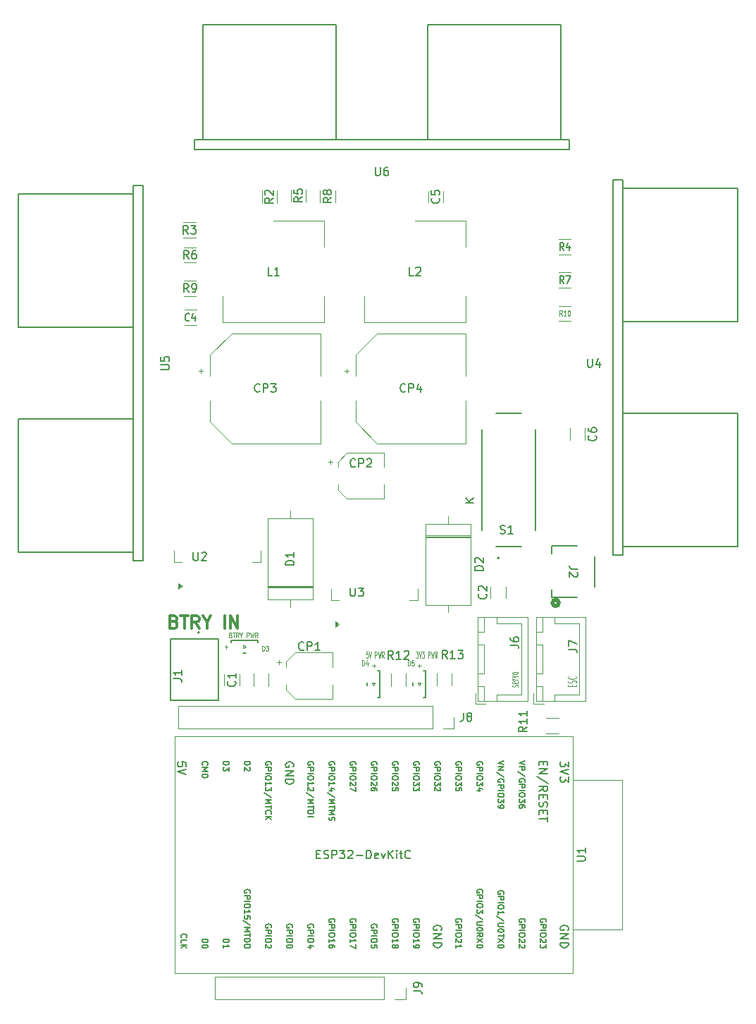
<source format=gbr>
%TF.GenerationSoftware,KiCad,Pcbnew,8.0.8*%
%TF.CreationDate,2025-02-20T18:56:18-05:00*%
%TF.ProjectId,pcb_v3,7063625f-7633-42e6-9b69-6361645f7063,rev?*%
%TF.SameCoordinates,Original*%
%TF.FileFunction,Legend,Top*%
%TF.FilePolarity,Positive*%
%FSLAX46Y46*%
G04 Gerber Fmt 4.6, Leading zero omitted, Abs format (unit mm)*
G04 Created by KiCad (PCBNEW 8.0.8) date 2025-02-20 18:56:18*
%MOMM*%
%LPD*%
G01*
G04 APERTURE LIST*
%ADD10C,0.125000*%
%ADD11C,0.100000*%
%ADD12C,0.300000*%
%ADD13C,0.150000*%
%ADD14C,0.120000*%
%ADD15C,0.127000*%
%ADD16C,0.200000*%
%ADD17C,0.152400*%
%ADD18C,0.508000*%
G04 APERTURE END LIST*
D10*
X148847309Y-114298716D02*
X148847309Y-114132049D01*
X149371119Y-114060621D02*
X149371119Y-114298716D01*
X149371119Y-114298716D02*
X148371119Y-114298716D01*
X148371119Y-114298716D02*
X148371119Y-114060621D01*
X149323500Y-113870144D02*
X149371119Y-113798716D01*
X149371119Y-113798716D02*
X149371119Y-113679668D01*
X149371119Y-113679668D02*
X149323500Y-113632049D01*
X149323500Y-113632049D02*
X149275880Y-113608240D01*
X149275880Y-113608240D02*
X149180642Y-113584430D01*
X149180642Y-113584430D02*
X149085404Y-113584430D01*
X149085404Y-113584430D02*
X148990166Y-113608240D01*
X148990166Y-113608240D02*
X148942547Y-113632049D01*
X148942547Y-113632049D02*
X148894928Y-113679668D01*
X148894928Y-113679668D02*
X148847309Y-113774906D01*
X148847309Y-113774906D02*
X148799690Y-113822525D01*
X148799690Y-113822525D02*
X148752071Y-113846335D01*
X148752071Y-113846335D02*
X148656833Y-113870144D01*
X148656833Y-113870144D02*
X148561595Y-113870144D01*
X148561595Y-113870144D02*
X148466357Y-113846335D01*
X148466357Y-113846335D02*
X148418738Y-113822525D01*
X148418738Y-113822525D02*
X148371119Y-113774906D01*
X148371119Y-113774906D02*
X148371119Y-113655859D01*
X148371119Y-113655859D02*
X148418738Y-113584430D01*
X149275880Y-113084431D02*
X149323500Y-113108240D01*
X149323500Y-113108240D02*
X149371119Y-113179669D01*
X149371119Y-113179669D02*
X149371119Y-113227288D01*
X149371119Y-113227288D02*
X149323500Y-113298716D01*
X149323500Y-113298716D02*
X149228261Y-113346335D01*
X149228261Y-113346335D02*
X149133023Y-113370145D01*
X149133023Y-113370145D02*
X148942547Y-113393954D01*
X148942547Y-113393954D02*
X148799690Y-113393954D01*
X148799690Y-113393954D02*
X148609214Y-113370145D01*
X148609214Y-113370145D02*
X148513976Y-113346335D01*
X148513976Y-113346335D02*
X148418738Y-113298716D01*
X148418738Y-113298716D02*
X148371119Y-113227288D01*
X148371119Y-113227288D02*
X148371119Y-113179669D01*
X148371119Y-113179669D02*
X148418738Y-113108240D01*
X148418738Y-113108240D02*
X148466357Y-113084431D01*
D11*
X124351503Y-110096895D02*
X124161027Y-110096895D01*
X124161027Y-110096895D02*
X124141979Y-110477847D01*
X124141979Y-110477847D02*
X124161027Y-110439752D01*
X124161027Y-110439752D02*
X124199122Y-110401657D01*
X124199122Y-110401657D02*
X124294360Y-110401657D01*
X124294360Y-110401657D02*
X124332455Y-110439752D01*
X124332455Y-110439752D02*
X124351503Y-110477847D01*
X124351503Y-110477847D02*
X124370550Y-110554038D01*
X124370550Y-110554038D02*
X124370550Y-110744514D01*
X124370550Y-110744514D02*
X124351503Y-110820704D01*
X124351503Y-110820704D02*
X124332455Y-110858800D01*
X124332455Y-110858800D02*
X124294360Y-110896895D01*
X124294360Y-110896895D02*
X124199122Y-110896895D01*
X124199122Y-110896895D02*
X124161027Y-110858800D01*
X124161027Y-110858800D02*
X124141979Y-110820704D01*
X124484836Y-110096895D02*
X124618169Y-110896895D01*
X124618169Y-110896895D02*
X124751502Y-110096895D01*
X125189598Y-110896895D02*
X125189598Y-110096895D01*
X125189598Y-110096895D02*
X125341979Y-110096895D01*
X125341979Y-110096895D02*
X125380074Y-110134990D01*
X125380074Y-110134990D02*
X125399121Y-110173085D01*
X125399121Y-110173085D02*
X125418169Y-110249276D01*
X125418169Y-110249276D02*
X125418169Y-110363561D01*
X125418169Y-110363561D02*
X125399121Y-110439752D01*
X125399121Y-110439752D02*
X125380074Y-110477847D01*
X125380074Y-110477847D02*
X125341979Y-110515942D01*
X125341979Y-110515942D02*
X125189598Y-110515942D01*
X125551502Y-110096895D02*
X125646740Y-110896895D01*
X125646740Y-110896895D02*
X125722931Y-110325466D01*
X125722931Y-110325466D02*
X125799121Y-110896895D01*
X125799121Y-110896895D02*
X125894360Y-110096895D01*
X126275312Y-110896895D02*
X126141979Y-110515942D01*
X126046741Y-110896895D02*
X126046741Y-110096895D01*
X126046741Y-110096895D02*
X126199122Y-110096895D01*
X126199122Y-110096895D02*
X126237217Y-110134990D01*
X126237217Y-110134990D02*
X126256264Y-110173085D01*
X126256264Y-110173085D02*
X126275312Y-110249276D01*
X126275312Y-110249276D02*
X126275312Y-110363561D01*
X126275312Y-110363561D02*
X126256264Y-110439752D01*
X126256264Y-110439752D02*
X126237217Y-110477847D01*
X126237217Y-110477847D02*
X126199122Y-110515942D01*
X126199122Y-110515942D02*
X126046741Y-110515942D01*
D10*
X142323500Y-114322525D02*
X142371119Y-114274906D01*
X142371119Y-114274906D02*
X142371119Y-114179668D01*
X142371119Y-114179668D02*
X142323500Y-114132049D01*
X142323500Y-114132049D02*
X142228261Y-114108240D01*
X142228261Y-114108240D02*
X142180642Y-114108240D01*
X142180642Y-114108240D02*
X142085404Y-114132049D01*
X142085404Y-114132049D02*
X142037785Y-114179668D01*
X142037785Y-114179668D02*
X142037785Y-114251097D01*
X142037785Y-114251097D02*
X141990166Y-114298716D01*
X141990166Y-114298716D02*
X141894928Y-114322525D01*
X141894928Y-114322525D02*
X141847309Y-114322525D01*
X141847309Y-114322525D02*
X141752071Y-114298716D01*
X141752071Y-114298716D02*
X141704452Y-114251097D01*
X141704452Y-114251097D02*
X141704452Y-114179668D01*
X141704452Y-114179668D02*
X141752071Y-114132049D01*
X142323500Y-113703478D02*
X142371119Y-113751097D01*
X142371119Y-113751097D02*
X142371119Y-113846335D01*
X142371119Y-113846335D02*
X142323500Y-113893954D01*
X142323500Y-113893954D02*
X142228261Y-113917763D01*
X142228261Y-113917763D02*
X141847309Y-113917763D01*
X141847309Y-113917763D02*
X141752071Y-113893954D01*
X141752071Y-113893954D02*
X141704452Y-113846335D01*
X141704452Y-113846335D02*
X141704452Y-113751097D01*
X141704452Y-113751097D02*
X141752071Y-113703478D01*
X141752071Y-113703478D02*
X141847309Y-113679668D01*
X141847309Y-113679668D02*
X141942547Y-113679668D01*
X141942547Y-113679668D02*
X142037785Y-113917763D01*
X142371119Y-113465383D02*
X141704452Y-113465383D01*
X141894928Y-113465383D02*
X141799690Y-113441573D01*
X141799690Y-113441573D02*
X141752071Y-113417764D01*
X141752071Y-113417764D02*
X141704452Y-113370145D01*
X141704452Y-113370145D02*
X141704452Y-113322526D01*
X141704452Y-113203478D02*
X142371119Y-113084430D01*
X142371119Y-113084430D02*
X141704452Y-112965383D01*
X142371119Y-112703478D02*
X142323500Y-112751097D01*
X142323500Y-112751097D02*
X142275880Y-112774907D01*
X142275880Y-112774907D02*
X142180642Y-112798716D01*
X142180642Y-112798716D02*
X141894928Y-112798716D01*
X141894928Y-112798716D02*
X141799690Y-112774907D01*
X141799690Y-112774907D02*
X141752071Y-112751097D01*
X141752071Y-112751097D02*
X141704452Y-112703478D01*
X141704452Y-112703478D02*
X141704452Y-112632050D01*
X141704452Y-112632050D02*
X141752071Y-112584431D01*
X141752071Y-112584431D02*
X141799690Y-112560621D01*
X141799690Y-112560621D02*
X141894928Y-112536812D01*
X141894928Y-112536812D02*
X142180642Y-112536812D01*
X142180642Y-112536812D02*
X142275880Y-112560621D01*
X142275880Y-112560621D02*
X142323500Y-112584431D01*
X142323500Y-112584431D02*
X142371119Y-112632050D01*
X142371119Y-112632050D02*
X142371119Y-112703478D01*
D11*
X107840074Y-108107085D02*
X107908646Y-108135657D01*
X107908646Y-108135657D02*
X107931503Y-108164228D01*
X107931503Y-108164228D02*
X107954360Y-108221371D01*
X107954360Y-108221371D02*
X107954360Y-108307085D01*
X107954360Y-108307085D02*
X107931503Y-108364228D01*
X107931503Y-108364228D02*
X107908646Y-108392800D01*
X107908646Y-108392800D02*
X107862931Y-108421371D01*
X107862931Y-108421371D02*
X107680074Y-108421371D01*
X107680074Y-108421371D02*
X107680074Y-107821371D01*
X107680074Y-107821371D02*
X107840074Y-107821371D01*
X107840074Y-107821371D02*
X107885789Y-107849942D01*
X107885789Y-107849942D02*
X107908646Y-107878514D01*
X107908646Y-107878514D02*
X107931503Y-107935657D01*
X107931503Y-107935657D02*
X107931503Y-107992800D01*
X107931503Y-107992800D02*
X107908646Y-108049942D01*
X107908646Y-108049942D02*
X107885789Y-108078514D01*
X107885789Y-108078514D02*
X107840074Y-108107085D01*
X107840074Y-108107085D02*
X107680074Y-108107085D01*
X108091503Y-107821371D02*
X108365789Y-107821371D01*
X108228646Y-108421371D02*
X108228646Y-107821371D01*
X108800074Y-108421371D02*
X108640074Y-108135657D01*
X108525788Y-108421371D02*
X108525788Y-107821371D01*
X108525788Y-107821371D02*
X108708645Y-107821371D01*
X108708645Y-107821371D02*
X108754360Y-107849942D01*
X108754360Y-107849942D02*
X108777217Y-107878514D01*
X108777217Y-107878514D02*
X108800074Y-107935657D01*
X108800074Y-107935657D02*
X108800074Y-108021371D01*
X108800074Y-108021371D02*
X108777217Y-108078514D01*
X108777217Y-108078514D02*
X108754360Y-108107085D01*
X108754360Y-108107085D02*
X108708645Y-108135657D01*
X108708645Y-108135657D02*
X108525788Y-108135657D01*
X109097217Y-108135657D02*
X109097217Y-108421371D01*
X108937217Y-107821371D02*
X109097217Y-108135657D01*
X109097217Y-108135657D02*
X109257217Y-107821371D01*
X109782931Y-108421371D02*
X109782931Y-107821371D01*
X109782931Y-107821371D02*
X109965788Y-107821371D01*
X109965788Y-107821371D02*
X110011503Y-107849942D01*
X110011503Y-107849942D02*
X110034360Y-107878514D01*
X110034360Y-107878514D02*
X110057217Y-107935657D01*
X110057217Y-107935657D02*
X110057217Y-108021371D01*
X110057217Y-108021371D02*
X110034360Y-108078514D01*
X110034360Y-108078514D02*
X110011503Y-108107085D01*
X110011503Y-108107085D02*
X109965788Y-108135657D01*
X109965788Y-108135657D02*
X109782931Y-108135657D01*
X110217217Y-107821371D02*
X110331503Y-108421371D01*
X110331503Y-108421371D02*
X110422931Y-107992800D01*
X110422931Y-107992800D02*
X110514360Y-108421371D01*
X110514360Y-108421371D02*
X110628646Y-107821371D01*
X111085788Y-108421371D02*
X110925788Y-108135657D01*
X110811502Y-108421371D02*
X110811502Y-107821371D01*
X110811502Y-107821371D02*
X110994359Y-107821371D01*
X110994359Y-107821371D02*
X111040074Y-107849942D01*
X111040074Y-107849942D02*
X111062931Y-107878514D01*
X111062931Y-107878514D02*
X111085788Y-107935657D01*
X111085788Y-107935657D02*
X111085788Y-108021371D01*
X111085788Y-108021371D02*
X111062931Y-108078514D01*
X111062931Y-108078514D02*
X111040074Y-108107085D01*
X111040074Y-108107085D02*
X110994359Y-108135657D01*
X110994359Y-108135657D02*
X110811502Y-108135657D01*
D12*
X101054510Y-106515114D02*
X101268796Y-106586542D01*
X101268796Y-106586542D02*
X101340225Y-106657971D01*
X101340225Y-106657971D02*
X101411653Y-106800828D01*
X101411653Y-106800828D02*
X101411653Y-107015114D01*
X101411653Y-107015114D02*
X101340225Y-107157971D01*
X101340225Y-107157971D02*
X101268796Y-107229400D01*
X101268796Y-107229400D02*
X101125939Y-107300828D01*
X101125939Y-107300828D02*
X100554510Y-107300828D01*
X100554510Y-107300828D02*
X100554510Y-105800828D01*
X100554510Y-105800828D02*
X101054510Y-105800828D01*
X101054510Y-105800828D02*
X101197368Y-105872257D01*
X101197368Y-105872257D02*
X101268796Y-105943685D01*
X101268796Y-105943685D02*
X101340225Y-106086542D01*
X101340225Y-106086542D02*
X101340225Y-106229400D01*
X101340225Y-106229400D02*
X101268796Y-106372257D01*
X101268796Y-106372257D02*
X101197368Y-106443685D01*
X101197368Y-106443685D02*
X101054510Y-106515114D01*
X101054510Y-106515114D02*
X100554510Y-106515114D01*
X101840225Y-105800828D02*
X102697368Y-105800828D01*
X102268796Y-107300828D02*
X102268796Y-105800828D01*
X104054510Y-107300828D02*
X103554510Y-106586542D01*
X103197367Y-107300828D02*
X103197367Y-105800828D01*
X103197367Y-105800828D02*
X103768796Y-105800828D01*
X103768796Y-105800828D02*
X103911653Y-105872257D01*
X103911653Y-105872257D02*
X103983082Y-105943685D01*
X103983082Y-105943685D02*
X104054510Y-106086542D01*
X104054510Y-106086542D02*
X104054510Y-106300828D01*
X104054510Y-106300828D02*
X103983082Y-106443685D01*
X103983082Y-106443685D02*
X103911653Y-106515114D01*
X103911653Y-106515114D02*
X103768796Y-106586542D01*
X103768796Y-106586542D02*
X103197367Y-106586542D01*
X104983082Y-106586542D02*
X104983082Y-107300828D01*
X104483082Y-105800828D02*
X104983082Y-106586542D01*
X104983082Y-106586542D02*
X105483082Y-105800828D01*
X107125938Y-107300828D02*
X107125938Y-105800828D01*
X107840224Y-107300828D02*
X107840224Y-105800828D01*
X107840224Y-105800828D02*
X108697367Y-107300828D01*
X108697367Y-107300828D02*
X108697367Y-105800828D01*
D11*
X130122931Y-110096895D02*
X130370550Y-110096895D01*
X130370550Y-110096895D02*
X130237217Y-110401657D01*
X130237217Y-110401657D02*
X130294360Y-110401657D01*
X130294360Y-110401657D02*
X130332455Y-110439752D01*
X130332455Y-110439752D02*
X130351503Y-110477847D01*
X130351503Y-110477847D02*
X130370550Y-110554038D01*
X130370550Y-110554038D02*
X130370550Y-110744514D01*
X130370550Y-110744514D02*
X130351503Y-110820704D01*
X130351503Y-110820704D02*
X130332455Y-110858800D01*
X130332455Y-110858800D02*
X130294360Y-110896895D01*
X130294360Y-110896895D02*
X130180074Y-110896895D01*
X130180074Y-110896895D02*
X130141979Y-110858800D01*
X130141979Y-110858800D02*
X130122931Y-110820704D01*
X130484836Y-110096895D02*
X130618169Y-110896895D01*
X130618169Y-110896895D02*
X130751502Y-110096895D01*
X130846740Y-110096895D02*
X131094359Y-110096895D01*
X131094359Y-110096895D02*
X130961026Y-110401657D01*
X130961026Y-110401657D02*
X131018169Y-110401657D01*
X131018169Y-110401657D02*
X131056264Y-110439752D01*
X131056264Y-110439752D02*
X131075312Y-110477847D01*
X131075312Y-110477847D02*
X131094359Y-110554038D01*
X131094359Y-110554038D02*
X131094359Y-110744514D01*
X131094359Y-110744514D02*
X131075312Y-110820704D01*
X131075312Y-110820704D02*
X131056264Y-110858800D01*
X131056264Y-110858800D02*
X131018169Y-110896895D01*
X131018169Y-110896895D02*
X130903883Y-110896895D01*
X130903883Y-110896895D02*
X130865788Y-110858800D01*
X130865788Y-110858800D02*
X130846740Y-110820704D01*
X131570550Y-110896895D02*
X131570550Y-110096895D01*
X131570550Y-110096895D02*
X131722931Y-110096895D01*
X131722931Y-110096895D02*
X131761026Y-110134990D01*
X131761026Y-110134990D02*
X131780073Y-110173085D01*
X131780073Y-110173085D02*
X131799121Y-110249276D01*
X131799121Y-110249276D02*
X131799121Y-110363561D01*
X131799121Y-110363561D02*
X131780073Y-110439752D01*
X131780073Y-110439752D02*
X131761026Y-110477847D01*
X131761026Y-110477847D02*
X131722931Y-110515942D01*
X131722931Y-110515942D02*
X131570550Y-110515942D01*
X131932454Y-110096895D02*
X132027692Y-110896895D01*
X132027692Y-110896895D02*
X132103883Y-110325466D01*
X132103883Y-110325466D02*
X132180073Y-110896895D01*
X132180073Y-110896895D02*
X132275312Y-110096895D01*
X132656264Y-110896895D02*
X132522931Y-110515942D01*
X132427693Y-110896895D02*
X132427693Y-110096895D01*
X132427693Y-110096895D02*
X132580074Y-110096895D01*
X132580074Y-110096895D02*
X132618169Y-110134990D01*
X132618169Y-110134990D02*
X132637216Y-110173085D01*
X132637216Y-110173085D02*
X132656264Y-110249276D01*
X132656264Y-110249276D02*
X132656264Y-110363561D01*
X132656264Y-110363561D02*
X132637216Y-110439752D01*
X132637216Y-110439752D02*
X132618169Y-110477847D01*
X132618169Y-110477847D02*
X132580074Y-110515942D01*
X132580074Y-110515942D02*
X132427693Y-110515942D01*
D13*
X147866667Y-65908557D02*
X147600000Y-65479985D01*
X147409524Y-65908557D02*
X147409524Y-65008557D01*
X147409524Y-65008557D02*
X147714286Y-65008557D01*
X147714286Y-65008557D02*
X147790476Y-65051414D01*
X147790476Y-65051414D02*
X147828571Y-65094271D01*
X147828571Y-65094271D02*
X147866667Y-65179985D01*
X147866667Y-65179985D02*
X147866667Y-65308557D01*
X147866667Y-65308557D02*
X147828571Y-65394271D01*
X147828571Y-65394271D02*
X147790476Y-65437128D01*
X147790476Y-65437128D02*
X147714286Y-65479985D01*
X147714286Y-65479985D02*
X147409524Y-65479985D01*
X148133333Y-65008557D02*
X148666667Y-65008557D01*
X148666667Y-65008557D02*
X148323809Y-65908557D01*
X128833333Y-78859580D02*
X128785714Y-78907200D01*
X128785714Y-78907200D02*
X128642857Y-78954819D01*
X128642857Y-78954819D02*
X128547619Y-78954819D01*
X128547619Y-78954819D02*
X128404762Y-78907200D01*
X128404762Y-78907200D02*
X128309524Y-78811961D01*
X128309524Y-78811961D02*
X128261905Y-78716723D01*
X128261905Y-78716723D02*
X128214286Y-78526247D01*
X128214286Y-78526247D02*
X128214286Y-78383390D01*
X128214286Y-78383390D02*
X128261905Y-78192914D01*
X128261905Y-78192914D02*
X128309524Y-78097676D01*
X128309524Y-78097676D02*
X128404762Y-78002438D01*
X128404762Y-78002438D02*
X128547619Y-77954819D01*
X128547619Y-77954819D02*
X128642857Y-77954819D01*
X128642857Y-77954819D02*
X128785714Y-78002438D01*
X128785714Y-78002438D02*
X128833333Y-78050057D01*
X129261905Y-78954819D02*
X129261905Y-77954819D01*
X129261905Y-77954819D02*
X129642857Y-77954819D01*
X129642857Y-77954819D02*
X129738095Y-78002438D01*
X129738095Y-78002438D02*
X129785714Y-78050057D01*
X129785714Y-78050057D02*
X129833333Y-78145295D01*
X129833333Y-78145295D02*
X129833333Y-78288152D01*
X129833333Y-78288152D02*
X129785714Y-78383390D01*
X129785714Y-78383390D02*
X129738095Y-78431009D01*
X129738095Y-78431009D02*
X129642857Y-78478628D01*
X129642857Y-78478628D02*
X129261905Y-78478628D01*
X130690476Y-78288152D02*
X130690476Y-78954819D01*
X130452381Y-77907200D02*
X130214286Y-78621485D01*
X130214286Y-78621485D02*
X130833333Y-78621485D01*
X103363095Y-98179819D02*
X103363095Y-98989342D01*
X103363095Y-98989342D02*
X103410714Y-99084580D01*
X103410714Y-99084580D02*
X103458333Y-99132200D01*
X103458333Y-99132200D02*
X103553571Y-99179819D01*
X103553571Y-99179819D02*
X103744047Y-99179819D01*
X103744047Y-99179819D02*
X103839285Y-99132200D01*
X103839285Y-99132200D02*
X103886904Y-99084580D01*
X103886904Y-99084580D02*
X103934523Y-98989342D01*
X103934523Y-98989342D02*
X103934523Y-98179819D01*
X104363095Y-98275057D02*
X104410714Y-98227438D01*
X104410714Y-98227438D02*
X104505952Y-98179819D01*
X104505952Y-98179819D02*
X104744047Y-98179819D01*
X104744047Y-98179819D02*
X104839285Y-98227438D01*
X104839285Y-98227438D02*
X104886904Y-98275057D01*
X104886904Y-98275057D02*
X104934523Y-98370295D01*
X104934523Y-98370295D02*
X104934523Y-98465533D01*
X104934523Y-98465533D02*
X104886904Y-98608390D01*
X104886904Y-98608390D02*
X104315476Y-99179819D01*
X104315476Y-99179819D02*
X104934523Y-99179819D01*
D11*
X147678571Y-69772371D02*
X147511905Y-69486657D01*
X147392857Y-69772371D02*
X147392857Y-69172371D01*
X147392857Y-69172371D02*
X147583333Y-69172371D01*
X147583333Y-69172371D02*
X147630952Y-69200942D01*
X147630952Y-69200942D02*
X147654762Y-69229514D01*
X147654762Y-69229514D02*
X147678571Y-69286657D01*
X147678571Y-69286657D02*
X147678571Y-69372371D01*
X147678571Y-69372371D02*
X147654762Y-69429514D01*
X147654762Y-69429514D02*
X147630952Y-69458085D01*
X147630952Y-69458085D02*
X147583333Y-69486657D01*
X147583333Y-69486657D02*
X147392857Y-69486657D01*
X148154762Y-69772371D02*
X147869048Y-69772371D01*
X148011905Y-69772371D02*
X148011905Y-69172371D01*
X148011905Y-69172371D02*
X147964286Y-69258085D01*
X147964286Y-69258085D02*
X147916667Y-69315228D01*
X147916667Y-69315228D02*
X147869048Y-69343800D01*
X148464285Y-69172371D02*
X148511904Y-69172371D01*
X148511904Y-69172371D02*
X148559523Y-69200942D01*
X148559523Y-69200942D02*
X148583333Y-69229514D01*
X148583333Y-69229514D02*
X148607142Y-69286657D01*
X148607142Y-69286657D02*
X148630952Y-69400942D01*
X148630952Y-69400942D02*
X148630952Y-69543800D01*
X148630952Y-69543800D02*
X148607142Y-69658085D01*
X148607142Y-69658085D02*
X148583333Y-69715228D01*
X148583333Y-69715228D02*
X148559523Y-69743800D01*
X148559523Y-69743800D02*
X148511904Y-69772371D01*
X148511904Y-69772371D02*
X148464285Y-69772371D01*
X148464285Y-69772371D02*
X148416666Y-69743800D01*
X148416666Y-69743800D02*
X148392857Y-69715228D01*
X148392857Y-69715228D02*
X148369047Y-69658085D01*
X148369047Y-69658085D02*
X148345238Y-69543800D01*
X148345238Y-69543800D02*
X148345238Y-69400942D01*
X148345238Y-69400942D02*
X148369047Y-69286657D01*
X148369047Y-69286657D02*
X148392857Y-69229514D01*
X148392857Y-69229514D02*
X148416666Y-69200942D01*
X148416666Y-69200942D02*
X148464285Y-69172371D01*
D13*
X111333333Y-78859580D02*
X111285714Y-78907200D01*
X111285714Y-78907200D02*
X111142857Y-78954819D01*
X111142857Y-78954819D02*
X111047619Y-78954819D01*
X111047619Y-78954819D02*
X110904762Y-78907200D01*
X110904762Y-78907200D02*
X110809524Y-78811961D01*
X110809524Y-78811961D02*
X110761905Y-78716723D01*
X110761905Y-78716723D02*
X110714286Y-78526247D01*
X110714286Y-78526247D02*
X110714286Y-78383390D01*
X110714286Y-78383390D02*
X110761905Y-78192914D01*
X110761905Y-78192914D02*
X110809524Y-78097676D01*
X110809524Y-78097676D02*
X110904762Y-78002438D01*
X110904762Y-78002438D02*
X111047619Y-77954819D01*
X111047619Y-77954819D02*
X111142857Y-77954819D01*
X111142857Y-77954819D02*
X111285714Y-78002438D01*
X111285714Y-78002438D02*
X111333333Y-78050057D01*
X111761905Y-78954819D02*
X111761905Y-77954819D01*
X111761905Y-77954819D02*
X112142857Y-77954819D01*
X112142857Y-77954819D02*
X112238095Y-78002438D01*
X112238095Y-78002438D02*
X112285714Y-78050057D01*
X112285714Y-78050057D02*
X112333333Y-78145295D01*
X112333333Y-78145295D02*
X112333333Y-78288152D01*
X112333333Y-78288152D02*
X112285714Y-78383390D01*
X112285714Y-78383390D02*
X112238095Y-78431009D01*
X112238095Y-78431009D02*
X112142857Y-78478628D01*
X112142857Y-78478628D02*
X111761905Y-78478628D01*
X112666667Y-77954819D02*
X113285714Y-77954819D01*
X113285714Y-77954819D02*
X112952381Y-78335771D01*
X112952381Y-78335771D02*
X113095238Y-78335771D01*
X113095238Y-78335771D02*
X113190476Y-78383390D01*
X113190476Y-78383390D02*
X113238095Y-78431009D01*
X113238095Y-78431009D02*
X113285714Y-78526247D01*
X113285714Y-78526247D02*
X113285714Y-78764342D01*
X113285714Y-78764342D02*
X113238095Y-78859580D01*
X113238095Y-78859580D02*
X113190476Y-78907200D01*
X113190476Y-78907200D02*
X113095238Y-78954819D01*
X113095238Y-78954819D02*
X112809524Y-78954819D01*
X112809524Y-78954819D02*
X112714286Y-78907200D01*
X112714286Y-78907200D02*
X112666667Y-78859580D01*
X140238095Y-95907200D02*
X140380952Y-95954819D01*
X140380952Y-95954819D02*
X140619047Y-95954819D01*
X140619047Y-95954819D02*
X140714285Y-95907200D01*
X140714285Y-95907200D02*
X140761904Y-95859580D01*
X140761904Y-95859580D02*
X140809523Y-95764342D01*
X140809523Y-95764342D02*
X140809523Y-95669104D01*
X140809523Y-95669104D02*
X140761904Y-95573866D01*
X140761904Y-95573866D02*
X140714285Y-95526247D01*
X140714285Y-95526247D02*
X140619047Y-95478628D01*
X140619047Y-95478628D02*
X140428571Y-95431009D01*
X140428571Y-95431009D02*
X140333333Y-95383390D01*
X140333333Y-95383390D02*
X140285714Y-95335771D01*
X140285714Y-95335771D02*
X140238095Y-95240533D01*
X140238095Y-95240533D02*
X140238095Y-95145295D01*
X140238095Y-95145295D02*
X140285714Y-95050057D01*
X140285714Y-95050057D02*
X140333333Y-95002438D01*
X140333333Y-95002438D02*
X140428571Y-94954819D01*
X140428571Y-94954819D02*
X140666666Y-94954819D01*
X140666666Y-94954819D02*
X140809523Y-95002438D01*
X141761904Y-95954819D02*
X141190476Y-95954819D01*
X141476190Y-95954819D02*
X141476190Y-94954819D01*
X141476190Y-94954819D02*
X141380952Y-95097676D01*
X141380952Y-95097676D02*
X141285714Y-95192914D01*
X141285714Y-95192914D02*
X141190476Y-95240533D01*
X129833333Y-64954819D02*
X129357143Y-64954819D01*
X129357143Y-64954819D02*
X129357143Y-63954819D01*
X130119048Y-64050057D02*
X130166667Y-64002438D01*
X130166667Y-64002438D02*
X130261905Y-63954819D01*
X130261905Y-63954819D02*
X130500000Y-63954819D01*
X130500000Y-63954819D02*
X130595238Y-64002438D01*
X130595238Y-64002438D02*
X130642857Y-64050057D01*
X130642857Y-64050057D02*
X130690476Y-64145295D01*
X130690476Y-64145295D02*
X130690476Y-64240533D01*
X130690476Y-64240533D02*
X130642857Y-64383390D01*
X130642857Y-64383390D02*
X130071429Y-64954819D01*
X130071429Y-64954819D02*
X130690476Y-64954819D01*
X102866667Y-70322842D02*
X102828571Y-70365700D01*
X102828571Y-70365700D02*
X102714286Y-70408557D01*
X102714286Y-70408557D02*
X102638095Y-70408557D01*
X102638095Y-70408557D02*
X102523809Y-70365700D01*
X102523809Y-70365700D02*
X102447619Y-70279985D01*
X102447619Y-70279985D02*
X102409524Y-70194271D01*
X102409524Y-70194271D02*
X102371428Y-70022842D01*
X102371428Y-70022842D02*
X102371428Y-69894271D01*
X102371428Y-69894271D02*
X102409524Y-69722842D01*
X102409524Y-69722842D02*
X102447619Y-69637128D01*
X102447619Y-69637128D02*
X102523809Y-69551414D01*
X102523809Y-69551414D02*
X102638095Y-69508557D01*
X102638095Y-69508557D02*
X102714286Y-69508557D01*
X102714286Y-69508557D02*
X102828571Y-69551414D01*
X102828571Y-69551414D02*
X102866667Y-69594271D01*
X103552381Y-69808557D02*
X103552381Y-70408557D01*
X103361905Y-69465700D02*
X103171428Y-70108557D01*
X103171428Y-70108557D02*
X103666667Y-70108557D01*
X100954819Y-113333333D02*
X101669104Y-113333333D01*
X101669104Y-113333333D02*
X101811961Y-113380952D01*
X101811961Y-113380952D02*
X101907200Y-113476190D01*
X101907200Y-113476190D02*
X101954819Y-113619047D01*
X101954819Y-113619047D02*
X101954819Y-113714285D01*
X101954819Y-112333333D02*
X101954819Y-112904761D01*
X101954819Y-112619047D02*
X100954819Y-112619047D01*
X100954819Y-112619047D02*
X101097676Y-112714285D01*
X101097676Y-112714285D02*
X101192914Y-112809523D01*
X101192914Y-112809523D02*
X101240533Y-112904761D01*
D11*
X123645714Y-111772371D02*
X123645714Y-111172371D01*
X123645714Y-111172371D02*
X123760000Y-111172371D01*
X123760000Y-111172371D02*
X123828571Y-111200942D01*
X123828571Y-111200942D02*
X123874286Y-111258085D01*
X123874286Y-111258085D02*
X123897143Y-111315228D01*
X123897143Y-111315228D02*
X123920000Y-111429514D01*
X123920000Y-111429514D02*
X123920000Y-111515228D01*
X123920000Y-111515228D02*
X123897143Y-111629514D01*
X123897143Y-111629514D02*
X123874286Y-111686657D01*
X123874286Y-111686657D02*
X123828571Y-111743800D01*
X123828571Y-111743800D02*
X123760000Y-111772371D01*
X123760000Y-111772371D02*
X123645714Y-111772371D01*
X124331429Y-111372371D02*
X124331429Y-111772371D01*
X124217143Y-111143800D02*
X124102857Y-111572371D01*
X124102857Y-111572371D02*
X124400000Y-111572371D01*
X125043800Y-111982857D02*
X125043800Y-111617143D01*
X125272371Y-111800000D02*
X124815228Y-111800000D01*
D13*
X125237699Y-51954539D02*
X125237699Y-52764484D01*
X125237699Y-52764484D02*
X125285342Y-52859772D01*
X125285342Y-52859772D02*
X125332986Y-52907416D01*
X125332986Y-52907416D02*
X125428274Y-52955059D01*
X125428274Y-52955059D02*
X125618849Y-52955059D01*
X125618849Y-52955059D02*
X125714137Y-52907416D01*
X125714137Y-52907416D02*
X125761780Y-52859772D01*
X125761780Y-52859772D02*
X125809424Y-52764484D01*
X125809424Y-52764484D02*
X125809424Y-51954539D01*
X126714657Y-51954539D02*
X126524082Y-51954539D01*
X126524082Y-51954539D02*
X126428794Y-52002183D01*
X126428794Y-52002183D02*
X126381150Y-52049827D01*
X126381150Y-52049827D02*
X126285863Y-52192758D01*
X126285863Y-52192758D02*
X126238219Y-52383334D01*
X126238219Y-52383334D02*
X126238219Y-52764484D01*
X126238219Y-52764484D02*
X126285863Y-52859772D01*
X126285863Y-52859772D02*
X126333506Y-52907416D01*
X126333506Y-52907416D02*
X126428794Y-52955059D01*
X126428794Y-52955059D02*
X126619369Y-52955059D01*
X126619369Y-52955059D02*
X126714657Y-52907416D01*
X126714657Y-52907416D02*
X126762301Y-52859772D01*
X126762301Y-52859772D02*
X126809944Y-52764484D01*
X126809944Y-52764484D02*
X126809944Y-52526265D01*
X126809944Y-52526265D02*
X126762301Y-52430977D01*
X126762301Y-52430977D02*
X126714657Y-52383334D01*
X126714657Y-52383334D02*
X126619369Y-52335690D01*
X126619369Y-52335690D02*
X126428794Y-52335690D01*
X126428794Y-52335690D02*
X126333506Y-52383334D01*
X126333506Y-52383334D02*
X126285863Y-52430977D01*
X126285863Y-52430977D02*
X126238219Y-52526265D01*
X149458259Y-135261904D02*
X150267782Y-135261904D01*
X150267782Y-135261904D02*
X150363020Y-135214285D01*
X150363020Y-135214285D02*
X150410640Y-135166666D01*
X150410640Y-135166666D02*
X150458259Y-135071428D01*
X150458259Y-135071428D02*
X150458259Y-134880952D01*
X150458259Y-134880952D02*
X150410640Y-134785714D01*
X150410640Y-134785714D02*
X150363020Y-134738095D01*
X150363020Y-134738095D02*
X150267782Y-134690476D01*
X150267782Y-134690476D02*
X149458259Y-134690476D01*
X150458259Y-133690476D02*
X150458259Y-134261904D01*
X150458259Y-133976190D02*
X149458259Y-133976190D01*
X149458259Y-133976190D02*
X149601116Y-134071428D01*
X149601116Y-134071428D02*
X149696354Y-134166666D01*
X149696354Y-134166666D02*
X149743973Y-134261904D01*
X118178202Y-134431009D02*
X118511535Y-134431009D01*
X118654392Y-134954819D02*
X118178202Y-134954819D01*
X118178202Y-134954819D02*
X118178202Y-133954819D01*
X118178202Y-133954819D02*
X118654392Y-133954819D01*
X119035345Y-134907200D02*
X119178202Y-134954819D01*
X119178202Y-134954819D02*
X119416297Y-134954819D01*
X119416297Y-134954819D02*
X119511535Y-134907200D01*
X119511535Y-134907200D02*
X119559154Y-134859580D01*
X119559154Y-134859580D02*
X119606773Y-134764342D01*
X119606773Y-134764342D02*
X119606773Y-134669104D01*
X119606773Y-134669104D02*
X119559154Y-134573866D01*
X119559154Y-134573866D02*
X119511535Y-134526247D01*
X119511535Y-134526247D02*
X119416297Y-134478628D01*
X119416297Y-134478628D02*
X119225821Y-134431009D01*
X119225821Y-134431009D02*
X119130583Y-134383390D01*
X119130583Y-134383390D02*
X119082964Y-134335771D01*
X119082964Y-134335771D02*
X119035345Y-134240533D01*
X119035345Y-134240533D02*
X119035345Y-134145295D01*
X119035345Y-134145295D02*
X119082964Y-134050057D01*
X119082964Y-134050057D02*
X119130583Y-134002438D01*
X119130583Y-134002438D02*
X119225821Y-133954819D01*
X119225821Y-133954819D02*
X119463916Y-133954819D01*
X119463916Y-133954819D02*
X119606773Y-134002438D01*
X120035345Y-134954819D02*
X120035345Y-133954819D01*
X120035345Y-133954819D02*
X120416297Y-133954819D01*
X120416297Y-133954819D02*
X120511535Y-134002438D01*
X120511535Y-134002438D02*
X120559154Y-134050057D01*
X120559154Y-134050057D02*
X120606773Y-134145295D01*
X120606773Y-134145295D02*
X120606773Y-134288152D01*
X120606773Y-134288152D02*
X120559154Y-134383390D01*
X120559154Y-134383390D02*
X120511535Y-134431009D01*
X120511535Y-134431009D02*
X120416297Y-134478628D01*
X120416297Y-134478628D02*
X120035345Y-134478628D01*
X120940107Y-133954819D02*
X121559154Y-133954819D01*
X121559154Y-133954819D02*
X121225821Y-134335771D01*
X121225821Y-134335771D02*
X121368678Y-134335771D01*
X121368678Y-134335771D02*
X121463916Y-134383390D01*
X121463916Y-134383390D02*
X121511535Y-134431009D01*
X121511535Y-134431009D02*
X121559154Y-134526247D01*
X121559154Y-134526247D02*
X121559154Y-134764342D01*
X121559154Y-134764342D02*
X121511535Y-134859580D01*
X121511535Y-134859580D02*
X121463916Y-134907200D01*
X121463916Y-134907200D02*
X121368678Y-134954819D01*
X121368678Y-134954819D02*
X121082964Y-134954819D01*
X121082964Y-134954819D02*
X120987726Y-134907200D01*
X120987726Y-134907200D02*
X120940107Y-134859580D01*
X121940107Y-134050057D02*
X121987726Y-134002438D01*
X121987726Y-134002438D02*
X122082964Y-133954819D01*
X122082964Y-133954819D02*
X122321059Y-133954819D01*
X122321059Y-133954819D02*
X122416297Y-134002438D01*
X122416297Y-134002438D02*
X122463916Y-134050057D01*
X122463916Y-134050057D02*
X122511535Y-134145295D01*
X122511535Y-134145295D02*
X122511535Y-134240533D01*
X122511535Y-134240533D02*
X122463916Y-134383390D01*
X122463916Y-134383390D02*
X121892488Y-134954819D01*
X121892488Y-134954819D02*
X122511535Y-134954819D01*
X122940107Y-134573866D02*
X123702012Y-134573866D01*
X124178202Y-134954819D02*
X124178202Y-133954819D01*
X124178202Y-133954819D02*
X124416297Y-133954819D01*
X124416297Y-133954819D02*
X124559154Y-134002438D01*
X124559154Y-134002438D02*
X124654392Y-134097676D01*
X124654392Y-134097676D02*
X124702011Y-134192914D01*
X124702011Y-134192914D02*
X124749630Y-134383390D01*
X124749630Y-134383390D02*
X124749630Y-134526247D01*
X124749630Y-134526247D02*
X124702011Y-134716723D01*
X124702011Y-134716723D02*
X124654392Y-134811961D01*
X124654392Y-134811961D02*
X124559154Y-134907200D01*
X124559154Y-134907200D02*
X124416297Y-134954819D01*
X124416297Y-134954819D02*
X124178202Y-134954819D01*
X125559154Y-134907200D02*
X125463916Y-134954819D01*
X125463916Y-134954819D02*
X125273440Y-134954819D01*
X125273440Y-134954819D02*
X125178202Y-134907200D01*
X125178202Y-134907200D02*
X125130583Y-134811961D01*
X125130583Y-134811961D02*
X125130583Y-134431009D01*
X125130583Y-134431009D02*
X125178202Y-134335771D01*
X125178202Y-134335771D02*
X125273440Y-134288152D01*
X125273440Y-134288152D02*
X125463916Y-134288152D01*
X125463916Y-134288152D02*
X125559154Y-134335771D01*
X125559154Y-134335771D02*
X125606773Y-134431009D01*
X125606773Y-134431009D02*
X125606773Y-134526247D01*
X125606773Y-134526247D02*
X125130583Y-134621485D01*
X125940107Y-134288152D02*
X126178202Y-134954819D01*
X126178202Y-134954819D02*
X126416297Y-134288152D01*
X126797250Y-134954819D02*
X126797250Y-133954819D01*
X127368678Y-134954819D02*
X126940107Y-134383390D01*
X127368678Y-133954819D02*
X126797250Y-134526247D01*
X127797250Y-134954819D02*
X127797250Y-134288152D01*
X127797250Y-133954819D02*
X127749631Y-134002438D01*
X127749631Y-134002438D02*
X127797250Y-134050057D01*
X127797250Y-134050057D02*
X127844869Y-134002438D01*
X127844869Y-134002438D02*
X127797250Y-133954819D01*
X127797250Y-133954819D02*
X127797250Y-134050057D01*
X128130583Y-134288152D02*
X128511535Y-134288152D01*
X128273440Y-133954819D02*
X128273440Y-134811961D01*
X128273440Y-134811961D02*
X128321059Y-134907200D01*
X128321059Y-134907200D02*
X128416297Y-134954819D01*
X128416297Y-134954819D02*
X128511535Y-134954819D01*
X129416297Y-134859580D02*
X129368678Y-134907200D01*
X129368678Y-134907200D02*
X129225821Y-134954819D01*
X129225821Y-134954819D02*
X129130583Y-134954819D01*
X129130583Y-134954819D02*
X128987726Y-134907200D01*
X128987726Y-134907200D02*
X128892488Y-134811961D01*
X128892488Y-134811961D02*
X128844869Y-134716723D01*
X128844869Y-134716723D02*
X128797250Y-134526247D01*
X128797250Y-134526247D02*
X128797250Y-134383390D01*
X128797250Y-134383390D02*
X128844869Y-134192914D01*
X128844869Y-134192914D02*
X128892488Y-134097676D01*
X128892488Y-134097676D02*
X128987726Y-134002438D01*
X128987726Y-134002438D02*
X129130583Y-133954819D01*
X129130583Y-133954819D02*
X129225821Y-133954819D01*
X129225821Y-133954819D02*
X129368678Y-134002438D01*
X129368678Y-134002438D02*
X129416297Y-134050057D01*
X148448620Y-123311541D02*
X148448620Y-123930588D01*
X148448620Y-123930588D02*
X148067668Y-123597255D01*
X148067668Y-123597255D02*
X148067668Y-123740112D01*
X148067668Y-123740112D02*
X148020049Y-123835350D01*
X148020049Y-123835350D02*
X147972430Y-123882969D01*
X147972430Y-123882969D02*
X147877192Y-123930588D01*
X147877192Y-123930588D02*
X147639097Y-123930588D01*
X147639097Y-123930588D02*
X147543859Y-123882969D01*
X147543859Y-123882969D02*
X147496240Y-123835350D01*
X147496240Y-123835350D02*
X147448620Y-123740112D01*
X147448620Y-123740112D02*
X147448620Y-123454398D01*
X147448620Y-123454398D02*
X147496240Y-123359160D01*
X147496240Y-123359160D02*
X147543859Y-123311541D01*
X148448620Y-124216303D02*
X147448620Y-124549636D01*
X147448620Y-124549636D02*
X148448620Y-124882969D01*
X148448620Y-125121065D02*
X148448620Y-125740112D01*
X148448620Y-125740112D02*
X148067668Y-125406779D01*
X148067668Y-125406779D02*
X148067668Y-125549636D01*
X148067668Y-125549636D02*
X148020049Y-125644874D01*
X148020049Y-125644874D02*
X147972430Y-125692493D01*
X147972430Y-125692493D02*
X147877192Y-125740112D01*
X147877192Y-125740112D02*
X147639097Y-125740112D01*
X147639097Y-125740112D02*
X147543859Y-125692493D01*
X147543859Y-125692493D02*
X147496240Y-125644874D01*
X147496240Y-125644874D02*
X147448620Y-125549636D01*
X147448620Y-125549636D02*
X147448620Y-125263922D01*
X147448620Y-125263922D02*
X147496240Y-125168684D01*
X147496240Y-125168684D02*
X147543859Y-125121065D01*
X143174073Y-142564649D02*
X143207406Y-142497982D01*
X143207406Y-142497982D02*
X143207406Y-142397982D01*
X143207406Y-142397982D02*
X143174073Y-142297982D01*
X143174073Y-142297982D02*
X143107406Y-142231316D01*
X143107406Y-142231316D02*
X143040740Y-142197982D01*
X143040740Y-142197982D02*
X142907406Y-142164649D01*
X142907406Y-142164649D02*
X142807406Y-142164649D01*
X142807406Y-142164649D02*
X142674073Y-142197982D01*
X142674073Y-142197982D02*
X142607406Y-142231316D01*
X142607406Y-142231316D02*
X142540740Y-142297982D01*
X142540740Y-142297982D02*
X142507406Y-142397982D01*
X142507406Y-142397982D02*
X142507406Y-142464649D01*
X142507406Y-142464649D02*
X142540740Y-142564649D01*
X142540740Y-142564649D02*
X142574073Y-142597982D01*
X142574073Y-142597982D02*
X142807406Y-142597982D01*
X142807406Y-142597982D02*
X142807406Y-142464649D01*
X142507406Y-142897982D02*
X143207406Y-142897982D01*
X143207406Y-142897982D02*
X143207406Y-143164649D01*
X143207406Y-143164649D02*
X143174073Y-143231316D01*
X143174073Y-143231316D02*
X143140740Y-143264649D01*
X143140740Y-143264649D02*
X143074073Y-143297982D01*
X143074073Y-143297982D02*
X142974073Y-143297982D01*
X142974073Y-143297982D02*
X142907406Y-143264649D01*
X142907406Y-143264649D02*
X142874073Y-143231316D01*
X142874073Y-143231316D02*
X142840740Y-143164649D01*
X142840740Y-143164649D02*
X142840740Y-142897982D01*
X142507406Y-143597982D02*
X143207406Y-143597982D01*
X143207406Y-144064649D02*
X143207406Y-144197982D01*
X143207406Y-144197982D02*
X143174073Y-144264649D01*
X143174073Y-144264649D02*
X143107406Y-144331315D01*
X143107406Y-144331315D02*
X142974073Y-144364649D01*
X142974073Y-144364649D02*
X142740740Y-144364649D01*
X142740740Y-144364649D02*
X142607406Y-144331315D01*
X142607406Y-144331315D02*
X142540740Y-144264649D01*
X142540740Y-144264649D02*
X142507406Y-144197982D01*
X142507406Y-144197982D02*
X142507406Y-144064649D01*
X142507406Y-144064649D02*
X142540740Y-143997982D01*
X142540740Y-143997982D02*
X142607406Y-143931315D01*
X142607406Y-143931315D02*
X142740740Y-143897982D01*
X142740740Y-143897982D02*
X142974073Y-143897982D01*
X142974073Y-143897982D02*
X143107406Y-143931315D01*
X143107406Y-143931315D02*
X143174073Y-143997982D01*
X143174073Y-143997982D02*
X143207406Y-144064649D01*
X143140740Y-144631315D02*
X143174073Y-144664648D01*
X143174073Y-144664648D02*
X143207406Y-144731315D01*
X143207406Y-144731315D02*
X143207406Y-144897982D01*
X143207406Y-144897982D02*
X143174073Y-144964648D01*
X143174073Y-144964648D02*
X143140740Y-144997982D01*
X143140740Y-144997982D02*
X143074073Y-145031315D01*
X143074073Y-145031315D02*
X143007406Y-145031315D01*
X143007406Y-145031315D02*
X142907406Y-144997982D01*
X142907406Y-144997982D02*
X142507406Y-144597982D01*
X142507406Y-144597982D02*
X142507406Y-145031315D01*
X143140740Y-145297982D02*
X143174073Y-145331315D01*
X143174073Y-145331315D02*
X143207406Y-145397982D01*
X143207406Y-145397982D02*
X143207406Y-145564649D01*
X143207406Y-145564649D02*
X143174073Y-145631315D01*
X143174073Y-145631315D02*
X143140740Y-145664649D01*
X143140740Y-145664649D02*
X143074073Y-145697982D01*
X143074073Y-145697982D02*
X143007406Y-145697982D01*
X143007406Y-145697982D02*
X142907406Y-145664649D01*
X142907406Y-145664649D02*
X142507406Y-145264649D01*
X142507406Y-145264649D02*
X142507406Y-145697982D01*
X117774073Y-123702017D02*
X117807406Y-123635350D01*
X117807406Y-123635350D02*
X117807406Y-123535350D01*
X117807406Y-123535350D02*
X117774073Y-123435350D01*
X117774073Y-123435350D02*
X117707406Y-123368684D01*
X117707406Y-123368684D02*
X117640740Y-123335350D01*
X117640740Y-123335350D02*
X117507406Y-123302017D01*
X117507406Y-123302017D02*
X117407406Y-123302017D01*
X117407406Y-123302017D02*
X117274073Y-123335350D01*
X117274073Y-123335350D02*
X117207406Y-123368684D01*
X117207406Y-123368684D02*
X117140740Y-123435350D01*
X117140740Y-123435350D02*
X117107406Y-123535350D01*
X117107406Y-123535350D02*
X117107406Y-123602017D01*
X117107406Y-123602017D02*
X117140740Y-123702017D01*
X117140740Y-123702017D02*
X117174073Y-123735350D01*
X117174073Y-123735350D02*
X117407406Y-123735350D01*
X117407406Y-123735350D02*
X117407406Y-123602017D01*
X117107406Y-124035350D02*
X117807406Y-124035350D01*
X117807406Y-124035350D02*
X117807406Y-124302017D01*
X117807406Y-124302017D02*
X117774073Y-124368684D01*
X117774073Y-124368684D02*
X117740740Y-124402017D01*
X117740740Y-124402017D02*
X117674073Y-124435350D01*
X117674073Y-124435350D02*
X117574073Y-124435350D01*
X117574073Y-124435350D02*
X117507406Y-124402017D01*
X117507406Y-124402017D02*
X117474073Y-124368684D01*
X117474073Y-124368684D02*
X117440740Y-124302017D01*
X117440740Y-124302017D02*
X117440740Y-124035350D01*
X117107406Y-124735350D02*
X117807406Y-124735350D01*
X117807406Y-125202017D02*
X117807406Y-125335350D01*
X117807406Y-125335350D02*
X117774073Y-125402017D01*
X117774073Y-125402017D02*
X117707406Y-125468683D01*
X117707406Y-125468683D02*
X117574073Y-125502017D01*
X117574073Y-125502017D02*
X117340740Y-125502017D01*
X117340740Y-125502017D02*
X117207406Y-125468683D01*
X117207406Y-125468683D02*
X117140740Y-125402017D01*
X117140740Y-125402017D02*
X117107406Y-125335350D01*
X117107406Y-125335350D02*
X117107406Y-125202017D01*
X117107406Y-125202017D02*
X117140740Y-125135350D01*
X117140740Y-125135350D02*
X117207406Y-125068683D01*
X117207406Y-125068683D02*
X117340740Y-125035350D01*
X117340740Y-125035350D02*
X117574073Y-125035350D01*
X117574073Y-125035350D02*
X117707406Y-125068683D01*
X117707406Y-125068683D02*
X117774073Y-125135350D01*
X117774073Y-125135350D02*
X117807406Y-125202017D01*
X117107406Y-126168683D02*
X117107406Y-125768683D01*
X117107406Y-125968683D02*
X117807406Y-125968683D01*
X117807406Y-125968683D02*
X117707406Y-125902016D01*
X117707406Y-125902016D02*
X117640740Y-125835350D01*
X117640740Y-125835350D02*
X117607406Y-125768683D01*
X117740740Y-126435350D02*
X117774073Y-126468683D01*
X117774073Y-126468683D02*
X117807406Y-126535350D01*
X117807406Y-126535350D02*
X117807406Y-126702017D01*
X117807406Y-126702017D02*
X117774073Y-126768683D01*
X117774073Y-126768683D02*
X117740740Y-126802017D01*
X117740740Y-126802017D02*
X117674073Y-126835350D01*
X117674073Y-126835350D02*
X117607406Y-126835350D01*
X117607406Y-126835350D02*
X117507406Y-126802017D01*
X117507406Y-126802017D02*
X117107406Y-126402017D01*
X117107406Y-126402017D02*
X117107406Y-126835350D01*
X117840740Y-127635350D02*
X116940740Y-127035350D01*
X117107406Y-127868683D02*
X117807406Y-127868683D01*
X117807406Y-127868683D02*
X117307406Y-128102017D01*
X117307406Y-128102017D02*
X117807406Y-128335350D01*
X117807406Y-128335350D02*
X117107406Y-128335350D01*
X117807406Y-128568683D02*
X117807406Y-128968683D01*
X117107406Y-128768683D02*
X117807406Y-128768683D01*
X117107406Y-129202016D02*
X117807406Y-129202016D01*
X117807406Y-129202016D02*
X117807406Y-129368683D01*
X117807406Y-129368683D02*
X117774073Y-129468683D01*
X117774073Y-129468683D02*
X117707406Y-129535350D01*
X117707406Y-129535350D02*
X117640740Y-129568683D01*
X117640740Y-129568683D02*
X117507406Y-129602016D01*
X117507406Y-129602016D02*
X117407406Y-129602016D01*
X117407406Y-129602016D02*
X117274073Y-129568683D01*
X117274073Y-129568683D02*
X117207406Y-129535350D01*
X117207406Y-129535350D02*
X117140740Y-129468683D01*
X117140740Y-129468683D02*
X117107406Y-129368683D01*
X117107406Y-129368683D02*
X117107406Y-129202016D01*
X117107406Y-129902016D02*
X117807406Y-129902016D01*
X102477340Y-123879289D02*
X102477340Y-123403099D01*
X102477340Y-123403099D02*
X102001150Y-123355480D01*
X102001150Y-123355480D02*
X102048769Y-123403099D01*
X102048769Y-123403099D02*
X102096388Y-123498337D01*
X102096388Y-123498337D02*
X102096388Y-123736432D01*
X102096388Y-123736432D02*
X102048769Y-123831670D01*
X102048769Y-123831670D02*
X102001150Y-123879289D01*
X102001150Y-123879289D02*
X101905912Y-123926908D01*
X101905912Y-123926908D02*
X101667817Y-123926908D01*
X101667817Y-123926908D02*
X101572579Y-123879289D01*
X101572579Y-123879289D02*
X101524960Y-123831670D01*
X101524960Y-123831670D02*
X101477340Y-123736432D01*
X101477340Y-123736432D02*
X101477340Y-123498337D01*
X101477340Y-123498337D02*
X101524960Y-123403099D01*
X101524960Y-123403099D02*
X101572579Y-123355480D01*
X102477340Y-124212623D02*
X101477340Y-124545956D01*
X101477340Y-124545956D02*
X102477340Y-124879289D01*
X135554073Y-142564649D02*
X135587406Y-142497982D01*
X135587406Y-142497982D02*
X135587406Y-142397982D01*
X135587406Y-142397982D02*
X135554073Y-142297982D01*
X135554073Y-142297982D02*
X135487406Y-142231316D01*
X135487406Y-142231316D02*
X135420740Y-142197982D01*
X135420740Y-142197982D02*
X135287406Y-142164649D01*
X135287406Y-142164649D02*
X135187406Y-142164649D01*
X135187406Y-142164649D02*
X135054073Y-142197982D01*
X135054073Y-142197982D02*
X134987406Y-142231316D01*
X134987406Y-142231316D02*
X134920740Y-142297982D01*
X134920740Y-142297982D02*
X134887406Y-142397982D01*
X134887406Y-142397982D02*
X134887406Y-142464649D01*
X134887406Y-142464649D02*
X134920740Y-142564649D01*
X134920740Y-142564649D02*
X134954073Y-142597982D01*
X134954073Y-142597982D02*
X135187406Y-142597982D01*
X135187406Y-142597982D02*
X135187406Y-142464649D01*
X134887406Y-142897982D02*
X135587406Y-142897982D01*
X135587406Y-142897982D02*
X135587406Y-143164649D01*
X135587406Y-143164649D02*
X135554073Y-143231316D01*
X135554073Y-143231316D02*
X135520740Y-143264649D01*
X135520740Y-143264649D02*
X135454073Y-143297982D01*
X135454073Y-143297982D02*
X135354073Y-143297982D01*
X135354073Y-143297982D02*
X135287406Y-143264649D01*
X135287406Y-143264649D02*
X135254073Y-143231316D01*
X135254073Y-143231316D02*
X135220740Y-143164649D01*
X135220740Y-143164649D02*
X135220740Y-142897982D01*
X134887406Y-143597982D02*
X135587406Y-143597982D01*
X135587406Y-144064649D02*
X135587406Y-144197982D01*
X135587406Y-144197982D02*
X135554073Y-144264649D01*
X135554073Y-144264649D02*
X135487406Y-144331315D01*
X135487406Y-144331315D02*
X135354073Y-144364649D01*
X135354073Y-144364649D02*
X135120740Y-144364649D01*
X135120740Y-144364649D02*
X134987406Y-144331315D01*
X134987406Y-144331315D02*
X134920740Y-144264649D01*
X134920740Y-144264649D02*
X134887406Y-144197982D01*
X134887406Y-144197982D02*
X134887406Y-144064649D01*
X134887406Y-144064649D02*
X134920740Y-143997982D01*
X134920740Y-143997982D02*
X134987406Y-143931315D01*
X134987406Y-143931315D02*
X135120740Y-143897982D01*
X135120740Y-143897982D02*
X135354073Y-143897982D01*
X135354073Y-143897982D02*
X135487406Y-143931315D01*
X135487406Y-143931315D02*
X135554073Y-143997982D01*
X135554073Y-143997982D02*
X135587406Y-144064649D01*
X135520740Y-144631315D02*
X135554073Y-144664648D01*
X135554073Y-144664648D02*
X135587406Y-144731315D01*
X135587406Y-144731315D02*
X135587406Y-144897982D01*
X135587406Y-144897982D02*
X135554073Y-144964648D01*
X135554073Y-144964648D02*
X135520740Y-144997982D01*
X135520740Y-144997982D02*
X135454073Y-145031315D01*
X135454073Y-145031315D02*
X135387406Y-145031315D01*
X135387406Y-145031315D02*
X135287406Y-144997982D01*
X135287406Y-144997982D02*
X134887406Y-144597982D01*
X134887406Y-144597982D02*
X134887406Y-145031315D01*
X134887406Y-145697982D02*
X134887406Y-145297982D01*
X134887406Y-145497982D02*
X135587406Y-145497982D01*
X135587406Y-145497982D02*
X135487406Y-145431315D01*
X135487406Y-145431315D02*
X135420740Y-145364649D01*
X135420740Y-145364649D02*
X135387406Y-145297982D01*
X120314073Y-142564649D02*
X120347406Y-142497982D01*
X120347406Y-142497982D02*
X120347406Y-142397982D01*
X120347406Y-142397982D02*
X120314073Y-142297982D01*
X120314073Y-142297982D02*
X120247406Y-142231316D01*
X120247406Y-142231316D02*
X120180740Y-142197982D01*
X120180740Y-142197982D02*
X120047406Y-142164649D01*
X120047406Y-142164649D02*
X119947406Y-142164649D01*
X119947406Y-142164649D02*
X119814073Y-142197982D01*
X119814073Y-142197982D02*
X119747406Y-142231316D01*
X119747406Y-142231316D02*
X119680740Y-142297982D01*
X119680740Y-142297982D02*
X119647406Y-142397982D01*
X119647406Y-142397982D02*
X119647406Y-142464649D01*
X119647406Y-142464649D02*
X119680740Y-142564649D01*
X119680740Y-142564649D02*
X119714073Y-142597982D01*
X119714073Y-142597982D02*
X119947406Y-142597982D01*
X119947406Y-142597982D02*
X119947406Y-142464649D01*
X119647406Y-142897982D02*
X120347406Y-142897982D01*
X120347406Y-142897982D02*
X120347406Y-143164649D01*
X120347406Y-143164649D02*
X120314073Y-143231316D01*
X120314073Y-143231316D02*
X120280740Y-143264649D01*
X120280740Y-143264649D02*
X120214073Y-143297982D01*
X120214073Y-143297982D02*
X120114073Y-143297982D01*
X120114073Y-143297982D02*
X120047406Y-143264649D01*
X120047406Y-143264649D02*
X120014073Y-143231316D01*
X120014073Y-143231316D02*
X119980740Y-143164649D01*
X119980740Y-143164649D02*
X119980740Y-142897982D01*
X119647406Y-143597982D02*
X120347406Y-143597982D01*
X120347406Y-144064649D02*
X120347406Y-144197982D01*
X120347406Y-144197982D02*
X120314073Y-144264649D01*
X120314073Y-144264649D02*
X120247406Y-144331315D01*
X120247406Y-144331315D02*
X120114073Y-144364649D01*
X120114073Y-144364649D02*
X119880740Y-144364649D01*
X119880740Y-144364649D02*
X119747406Y-144331315D01*
X119747406Y-144331315D02*
X119680740Y-144264649D01*
X119680740Y-144264649D02*
X119647406Y-144197982D01*
X119647406Y-144197982D02*
X119647406Y-144064649D01*
X119647406Y-144064649D02*
X119680740Y-143997982D01*
X119680740Y-143997982D02*
X119747406Y-143931315D01*
X119747406Y-143931315D02*
X119880740Y-143897982D01*
X119880740Y-143897982D02*
X120114073Y-143897982D01*
X120114073Y-143897982D02*
X120247406Y-143931315D01*
X120247406Y-143931315D02*
X120314073Y-143997982D01*
X120314073Y-143997982D02*
X120347406Y-144064649D01*
X119647406Y-145031315D02*
X119647406Y-144631315D01*
X119647406Y-144831315D02*
X120347406Y-144831315D01*
X120347406Y-144831315D02*
X120247406Y-144764648D01*
X120247406Y-144764648D02*
X120180740Y-144697982D01*
X120180740Y-144697982D02*
X120147406Y-144631315D01*
X120347406Y-145631315D02*
X120347406Y-145497982D01*
X120347406Y-145497982D02*
X120314073Y-145431315D01*
X120314073Y-145431315D02*
X120280740Y-145397982D01*
X120280740Y-145397982D02*
X120180740Y-145331315D01*
X120180740Y-145331315D02*
X120047406Y-145297982D01*
X120047406Y-145297982D02*
X119780740Y-145297982D01*
X119780740Y-145297982D02*
X119714073Y-145331315D01*
X119714073Y-145331315D02*
X119680740Y-145364649D01*
X119680740Y-145364649D02*
X119647406Y-145431315D01*
X119647406Y-145431315D02*
X119647406Y-145564649D01*
X119647406Y-145564649D02*
X119680740Y-145631315D01*
X119680740Y-145631315D02*
X119714073Y-145664649D01*
X119714073Y-145664649D02*
X119780740Y-145697982D01*
X119780740Y-145697982D02*
X119947406Y-145697982D01*
X119947406Y-145697982D02*
X120014073Y-145664649D01*
X120014073Y-145664649D02*
X120047406Y-145631315D01*
X120047406Y-145631315D02*
X120080740Y-145564649D01*
X120080740Y-145564649D02*
X120080740Y-145431315D01*
X120080740Y-145431315D02*
X120047406Y-145364649D01*
X120047406Y-145364649D02*
X120014073Y-145331315D01*
X120014073Y-145331315D02*
X119947406Y-145297982D01*
X127934073Y-142564649D02*
X127967406Y-142497982D01*
X127967406Y-142497982D02*
X127967406Y-142397982D01*
X127967406Y-142397982D02*
X127934073Y-142297982D01*
X127934073Y-142297982D02*
X127867406Y-142231316D01*
X127867406Y-142231316D02*
X127800740Y-142197982D01*
X127800740Y-142197982D02*
X127667406Y-142164649D01*
X127667406Y-142164649D02*
X127567406Y-142164649D01*
X127567406Y-142164649D02*
X127434073Y-142197982D01*
X127434073Y-142197982D02*
X127367406Y-142231316D01*
X127367406Y-142231316D02*
X127300740Y-142297982D01*
X127300740Y-142297982D02*
X127267406Y-142397982D01*
X127267406Y-142397982D02*
X127267406Y-142464649D01*
X127267406Y-142464649D02*
X127300740Y-142564649D01*
X127300740Y-142564649D02*
X127334073Y-142597982D01*
X127334073Y-142597982D02*
X127567406Y-142597982D01*
X127567406Y-142597982D02*
X127567406Y-142464649D01*
X127267406Y-142897982D02*
X127967406Y-142897982D01*
X127967406Y-142897982D02*
X127967406Y-143164649D01*
X127967406Y-143164649D02*
X127934073Y-143231316D01*
X127934073Y-143231316D02*
X127900740Y-143264649D01*
X127900740Y-143264649D02*
X127834073Y-143297982D01*
X127834073Y-143297982D02*
X127734073Y-143297982D01*
X127734073Y-143297982D02*
X127667406Y-143264649D01*
X127667406Y-143264649D02*
X127634073Y-143231316D01*
X127634073Y-143231316D02*
X127600740Y-143164649D01*
X127600740Y-143164649D02*
X127600740Y-142897982D01*
X127267406Y-143597982D02*
X127967406Y-143597982D01*
X127967406Y-144064649D02*
X127967406Y-144197982D01*
X127967406Y-144197982D02*
X127934073Y-144264649D01*
X127934073Y-144264649D02*
X127867406Y-144331315D01*
X127867406Y-144331315D02*
X127734073Y-144364649D01*
X127734073Y-144364649D02*
X127500740Y-144364649D01*
X127500740Y-144364649D02*
X127367406Y-144331315D01*
X127367406Y-144331315D02*
X127300740Y-144264649D01*
X127300740Y-144264649D02*
X127267406Y-144197982D01*
X127267406Y-144197982D02*
X127267406Y-144064649D01*
X127267406Y-144064649D02*
X127300740Y-143997982D01*
X127300740Y-143997982D02*
X127367406Y-143931315D01*
X127367406Y-143931315D02*
X127500740Y-143897982D01*
X127500740Y-143897982D02*
X127734073Y-143897982D01*
X127734073Y-143897982D02*
X127867406Y-143931315D01*
X127867406Y-143931315D02*
X127934073Y-143997982D01*
X127934073Y-143997982D02*
X127967406Y-144064649D01*
X127267406Y-145031315D02*
X127267406Y-144631315D01*
X127267406Y-144831315D02*
X127967406Y-144831315D01*
X127967406Y-144831315D02*
X127867406Y-144764648D01*
X127867406Y-144764648D02*
X127800740Y-144697982D01*
X127800740Y-144697982D02*
X127767406Y-144631315D01*
X127667406Y-145431315D02*
X127700740Y-145364649D01*
X127700740Y-145364649D02*
X127734073Y-145331315D01*
X127734073Y-145331315D02*
X127800740Y-145297982D01*
X127800740Y-145297982D02*
X127834073Y-145297982D01*
X127834073Y-145297982D02*
X127900740Y-145331315D01*
X127900740Y-145331315D02*
X127934073Y-145364649D01*
X127934073Y-145364649D02*
X127967406Y-145431315D01*
X127967406Y-145431315D02*
X127967406Y-145564649D01*
X127967406Y-145564649D02*
X127934073Y-145631315D01*
X127934073Y-145631315D02*
X127900740Y-145664649D01*
X127900740Y-145664649D02*
X127834073Y-145697982D01*
X127834073Y-145697982D02*
X127800740Y-145697982D01*
X127800740Y-145697982D02*
X127734073Y-145664649D01*
X127734073Y-145664649D02*
X127700740Y-145631315D01*
X127700740Y-145631315D02*
X127667406Y-145564649D01*
X127667406Y-145564649D02*
X127667406Y-145431315D01*
X127667406Y-145431315D02*
X127634073Y-145364649D01*
X127634073Y-145364649D02*
X127600740Y-145331315D01*
X127600740Y-145331315D02*
X127534073Y-145297982D01*
X127534073Y-145297982D02*
X127400740Y-145297982D01*
X127400740Y-145297982D02*
X127334073Y-145331315D01*
X127334073Y-145331315D02*
X127300740Y-145364649D01*
X127300740Y-145364649D02*
X127267406Y-145431315D01*
X127267406Y-145431315D02*
X127267406Y-145564649D01*
X127267406Y-145564649D02*
X127300740Y-145631315D01*
X127300740Y-145631315D02*
X127334073Y-145664649D01*
X127334073Y-145664649D02*
X127400740Y-145697982D01*
X127400740Y-145697982D02*
X127534073Y-145697982D01*
X127534073Y-145697982D02*
X127600740Y-145664649D01*
X127600740Y-145664649D02*
X127634073Y-145631315D01*
X127634073Y-145631315D02*
X127667406Y-145564649D01*
X138094073Y-139031316D02*
X138127406Y-138964649D01*
X138127406Y-138964649D02*
X138127406Y-138864649D01*
X138127406Y-138864649D02*
X138094073Y-138764649D01*
X138094073Y-138764649D02*
X138027406Y-138697983D01*
X138027406Y-138697983D02*
X137960740Y-138664649D01*
X137960740Y-138664649D02*
X137827406Y-138631316D01*
X137827406Y-138631316D02*
X137727406Y-138631316D01*
X137727406Y-138631316D02*
X137594073Y-138664649D01*
X137594073Y-138664649D02*
X137527406Y-138697983D01*
X137527406Y-138697983D02*
X137460740Y-138764649D01*
X137460740Y-138764649D02*
X137427406Y-138864649D01*
X137427406Y-138864649D02*
X137427406Y-138931316D01*
X137427406Y-138931316D02*
X137460740Y-139031316D01*
X137460740Y-139031316D02*
X137494073Y-139064649D01*
X137494073Y-139064649D02*
X137727406Y-139064649D01*
X137727406Y-139064649D02*
X137727406Y-138931316D01*
X137427406Y-139364649D02*
X138127406Y-139364649D01*
X138127406Y-139364649D02*
X138127406Y-139631316D01*
X138127406Y-139631316D02*
X138094073Y-139697983D01*
X138094073Y-139697983D02*
X138060740Y-139731316D01*
X138060740Y-139731316D02*
X137994073Y-139764649D01*
X137994073Y-139764649D02*
X137894073Y-139764649D01*
X137894073Y-139764649D02*
X137827406Y-139731316D01*
X137827406Y-139731316D02*
X137794073Y-139697983D01*
X137794073Y-139697983D02*
X137760740Y-139631316D01*
X137760740Y-139631316D02*
X137760740Y-139364649D01*
X137427406Y-140064649D02*
X138127406Y-140064649D01*
X138127406Y-140531316D02*
X138127406Y-140664649D01*
X138127406Y-140664649D02*
X138094073Y-140731316D01*
X138094073Y-140731316D02*
X138027406Y-140797982D01*
X138027406Y-140797982D02*
X137894073Y-140831316D01*
X137894073Y-140831316D02*
X137660740Y-140831316D01*
X137660740Y-140831316D02*
X137527406Y-140797982D01*
X137527406Y-140797982D02*
X137460740Y-140731316D01*
X137460740Y-140731316D02*
X137427406Y-140664649D01*
X137427406Y-140664649D02*
X137427406Y-140531316D01*
X137427406Y-140531316D02*
X137460740Y-140464649D01*
X137460740Y-140464649D02*
X137527406Y-140397982D01*
X137527406Y-140397982D02*
X137660740Y-140364649D01*
X137660740Y-140364649D02*
X137894073Y-140364649D01*
X137894073Y-140364649D02*
X138027406Y-140397982D01*
X138027406Y-140397982D02*
X138094073Y-140464649D01*
X138094073Y-140464649D02*
X138127406Y-140531316D01*
X138127406Y-141064649D02*
X138127406Y-141497982D01*
X138127406Y-141497982D02*
X137860740Y-141264649D01*
X137860740Y-141264649D02*
X137860740Y-141364649D01*
X137860740Y-141364649D02*
X137827406Y-141431315D01*
X137827406Y-141431315D02*
X137794073Y-141464649D01*
X137794073Y-141464649D02*
X137727406Y-141497982D01*
X137727406Y-141497982D02*
X137560740Y-141497982D01*
X137560740Y-141497982D02*
X137494073Y-141464649D01*
X137494073Y-141464649D02*
X137460740Y-141431315D01*
X137460740Y-141431315D02*
X137427406Y-141364649D01*
X137427406Y-141364649D02*
X137427406Y-141164649D01*
X137427406Y-141164649D02*
X137460740Y-141097982D01*
X137460740Y-141097982D02*
X137494073Y-141064649D01*
X138160740Y-142297982D02*
X137260740Y-141697982D01*
X138127406Y-142531315D02*
X137560740Y-142531315D01*
X137560740Y-142531315D02*
X137494073Y-142564649D01*
X137494073Y-142564649D02*
X137460740Y-142597982D01*
X137460740Y-142597982D02*
X137427406Y-142664649D01*
X137427406Y-142664649D02*
X137427406Y-142797982D01*
X137427406Y-142797982D02*
X137460740Y-142864649D01*
X137460740Y-142864649D02*
X137494073Y-142897982D01*
X137494073Y-142897982D02*
X137560740Y-142931315D01*
X137560740Y-142931315D02*
X138127406Y-142931315D01*
X138127406Y-143397982D02*
X138127406Y-143464648D01*
X138127406Y-143464648D02*
X138094073Y-143531315D01*
X138094073Y-143531315D02*
X138060740Y-143564648D01*
X138060740Y-143564648D02*
X137994073Y-143597982D01*
X137994073Y-143597982D02*
X137860740Y-143631315D01*
X137860740Y-143631315D02*
X137694073Y-143631315D01*
X137694073Y-143631315D02*
X137560740Y-143597982D01*
X137560740Y-143597982D02*
X137494073Y-143564648D01*
X137494073Y-143564648D02*
X137460740Y-143531315D01*
X137460740Y-143531315D02*
X137427406Y-143464648D01*
X137427406Y-143464648D02*
X137427406Y-143397982D01*
X137427406Y-143397982D02*
X137460740Y-143331315D01*
X137460740Y-143331315D02*
X137494073Y-143297982D01*
X137494073Y-143297982D02*
X137560740Y-143264648D01*
X137560740Y-143264648D02*
X137694073Y-143231315D01*
X137694073Y-143231315D02*
X137860740Y-143231315D01*
X137860740Y-143231315D02*
X137994073Y-143264648D01*
X137994073Y-143264648D02*
X138060740Y-143297982D01*
X138060740Y-143297982D02*
X138094073Y-143331315D01*
X138094073Y-143331315D02*
X138127406Y-143397982D01*
X137427406Y-144331315D02*
X137760740Y-144097982D01*
X137427406Y-143931315D02*
X138127406Y-143931315D01*
X138127406Y-143931315D02*
X138127406Y-144197982D01*
X138127406Y-144197982D02*
X138094073Y-144264649D01*
X138094073Y-144264649D02*
X138060740Y-144297982D01*
X138060740Y-144297982D02*
X137994073Y-144331315D01*
X137994073Y-144331315D02*
X137894073Y-144331315D01*
X137894073Y-144331315D02*
X137827406Y-144297982D01*
X137827406Y-144297982D02*
X137794073Y-144264649D01*
X137794073Y-144264649D02*
X137760740Y-144197982D01*
X137760740Y-144197982D02*
X137760740Y-143931315D01*
X138127406Y-144564649D02*
X137427406Y-145031315D01*
X138127406Y-145031315D02*
X137427406Y-144564649D01*
X137427406Y-145297982D02*
X138127406Y-145297982D01*
X138127406Y-145297982D02*
X138127406Y-145464649D01*
X138127406Y-145464649D02*
X138094073Y-145564649D01*
X138094073Y-145564649D02*
X138027406Y-145631316D01*
X138027406Y-145631316D02*
X137960740Y-145664649D01*
X137960740Y-145664649D02*
X137827406Y-145697982D01*
X137827406Y-145697982D02*
X137727406Y-145697982D01*
X137727406Y-145697982D02*
X137594073Y-145664649D01*
X137594073Y-145664649D02*
X137527406Y-145631316D01*
X137527406Y-145631316D02*
X137460740Y-145564649D01*
X137460740Y-145564649D02*
X137427406Y-145464649D01*
X137427406Y-145464649D02*
X137427406Y-145297982D01*
X110154073Y-139064650D02*
X110187406Y-138997983D01*
X110187406Y-138997983D02*
X110187406Y-138897983D01*
X110187406Y-138897983D02*
X110154073Y-138797983D01*
X110154073Y-138797983D02*
X110087406Y-138731317D01*
X110087406Y-138731317D02*
X110020740Y-138697983D01*
X110020740Y-138697983D02*
X109887406Y-138664650D01*
X109887406Y-138664650D02*
X109787406Y-138664650D01*
X109787406Y-138664650D02*
X109654073Y-138697983D01*
X109654073Y-138697983D02*
X109587406Y-138731317D01*
X109587406Y-138731317D02*
X109520740Y-138797983D01*
X109520740Y-138797983D02*
X109487406Y-138897983D01*
X109487406Y-138897983D02*
X109487406Y-138964650D01*
X109487406Y-138964650D02*
X109520740Y-139064650D01*
X109520740Y-139064650D02*
X109554073Y-139097983D01*
X109554073Y-139097983D02*
X109787406Y-139097983D01*
X109787406Y-139097983D02*
X109787406Y-138964650D01*
X109487406Y-139397983D02*
X110187406Y-139397983D01*
X110187406Y-139397983D02*
X110187406Y-139664650D01*
X110187406Y-139664650D02*
X110154073Y-139731317D01*
X110154073Y-139731317D02*
X110120740Y-139764650D01*
X110120740Y-139764650D02*
X110054073Y-139797983D01*
X110054073Y-139797983D02*
X109954073Y-139797983D01*
X109954073Y-139797983D02*
X109887406Y-139764650D01*
X109887406Y-139764650D02*
X109854073Y-139731317D01*
X109854073Y-139731317D02*
X109820740Y-139664650D01*
X109820740Y-139664650D02*
X109820740Y-139397983D01*
X109487406Y-140097983D02*
X110187406Y-140097983D01*
X110187406Y-140564650D02*
X110187406Y-140697983D01*
X110187406Y-140697983D02*
X110154073Y-140764650D01*
X110154073Y-140764650D02*
X110087406Y-140831316D01*
X110087406Y-140831316D02*
X109954073Y-140864650D01*
X109954073Y-140864650D02*
X109720740Y-140864650D01*
X109720740Y-140864650D02*
X109587406Y-140831316D01*
X109587406Y-140831316D02*
X109520740Y-140764650D01*
X109520740Y-140764650D02*
X109487406Y-140697983D01*
X109487406Y-140697983D02*
X109487406Y-140564650D01*
X109487406Y-140564650D02*
X109520740Y-140497983D01*
X109520740Y-140497983D02*
X109587406Y-140431316D01*
X109587406Y-140431316D02*
X109720740Y-140397983D01*
X109720740Y-140397983D02*
X109954073Y-140397983D01*
X109954073Y-140397983D02*
X110087406Y-140431316D01*
X110087406Y-140431316D02*
X110154073Y-140497983D01*
X110154073Y-140497983D02*
X110187406Y-140564650D01*
X109487406Y-141531316D02*
X109487406Y-141131316D01*
X109487406Y-141331316D02*
X110187406Y-141331316D01*
X110187406Y-141331316D02*
X110087406Y-141264649D01*
X110087406Y-141264649D02*
X110020740Y-141197983D01*
X110020740Y-141197983D02*
X109987406Y-141131316D01*
X110187406Y-142164650D02*
X110187406Y-141831316D01*
X110187406Y-141831316D02*
X109854073Y-141797983D01*
X109854073Y-141797983D02*
X109887406Y-141831316D01*
X109887406Y-141831316D02*
X109920740Y-141897983D01*
X109920740Y-141897983D02*
X109920740Y-142064650D01*
X109920740Y-142064650D02*
X109887406Y-142131316D01*
X109887406Y-142131316D02*
X109854073Y-142164650D01*
X109854073Y-142164650D02*
X109787406Y-142197983D01*
X109787406Y-142197983D02*
X109620740Y-142197983D01*
X109620740Y-142197983D02*
X109554073Y-142164650D01*
X109554073Y-142164650D02*
X109520740Y-142131316D01*
X109520740Y-142131316D02*
X109487406Y-142064650D01*
X109487406Y-142064650D02*
X109487406Y-141897983D01*
X109487406Y-141897983D02*
X109520740Y-141831316D01*
X109520740Y-141831316D02*
X109554073Y-141797983D01*
X110220740Y-142997983D02*
X109320740Y-142397983D01*
X109487406Y-143231316D02*
X110187406Y-143231316D01*
X110187406Y-143231316D02*
X109687406Y-143464650D01*
X109687406Y-143464650D02*
X110187406Y-143697983D01*
X110187406Y-143697983D02*
X109487406Y-143697983D01*
X110187406Y-143931316D02*
X110187406Y-144331316D01*
X109487406Y-144131316D02*
X110187406Y-144131316D01*
X109487406Y-144564649D02*
X110187406Y-144564649D01*
X110187406Y-144564649D02*
X110187406Y-144731316D01*
X110187406Y-144731316D02*
X110154073Y-144831316D01*
X110154073Y-144831316D02*
X110087406Y-144897983D01*
X110087406Y-144897983D02*
X110020740Y-144931316D01*
X110020740Y-144931316D02*
X109887406Y-144964649D01*
X109887406Y-144964649D02*
X109787406Y-144964649D01*
X109787406Y-144964649D02*
X109654073Y-144931316D01*
X109654073Y-144931316D02*
X109587406Y-144897983D01*
X109587406Y-144897983D02*
X109520740Y-144831316D01*
X109520740Y-144831316D02*
X109487406Y-144731316D01*
X109487406Y-144731316D02*
X109487406Y-144564649D01*
X110187406Y-145397983D02*
X110187406Y-145531316D01*
X110187406Y-145531316D02*
X110154073Y-145597983D01*
X110154073Y-145597983D02*
X110087406Y-145664649D01*
X110087406Y-145664649D02*
X109954073Y-145697983D01*
X109954073Y-145697983D02*
X109720740Y-145697983D01*
X109720740Y-145697983D02*
X109587406Y-145664649D01*
X109587406Y-145664649D02*
X109520740Y-145597983D01*
X109520740Y-145597983D02*
X109487406Y-145531316D01*
X109487406Y-145531316D02*
X109487406Y-145397983D01*
X109487406Y-145397983D02*
X109520740Y-145331316D01*
X109520740Y-145331316D02*
X109587406Y-145264649D01*
X109587406Y-145264649D02*
X109720740Y-145231316D01*
X109720740Y-145231316D02*
X109954073Y-145231316D01*
X109954073Y-145231316D02*
X110087406Y-145264649D01*
X110087406Y-145264649D02*
X110154073Y-145331316D01*
X110154073Y-145331316D02*
X110187406Y-145397983D01*
X133014073Y-123702017D02*
X133047406Y-123635350D01*
X133047406Y-123635350D02*
X133047406Y-123535350D01*
X133047406Y-123535350D02*
X133014073Y-123435350D01*
X133014073Y-123435350D02*
X132947406Y-123368684D01*
X132947406Y-123368684D02*
X132880740Y-123335350D01*
X132880740Y-123335350D02*
X132747406Y-123302017D01*
X132747406Y-123302017D02*
X132647406Y-123302017D01*
X132647406Y-123302017D02*
X132514073Y-123335350D01*
X132514073Y-123335350D02*
X132447406Y-123368684D01*
X132447406Y-123368684D02*
X132380740Y-123435350D01*
X132380740Y-123435350D02*
X132347406Y-123535350D01*
X132347406Y-123535350D02*
X132347406Y-123602017D01*
X132347406Y-123602017D02*
X132380740Y-123702017D01*
X132380740Y-123702017D02*
X132414073Y-123735350D01*
X132414073Y-123735350D02*
X132647406Y-123735350D01*
X132647406Y-123735350D02*
X132647406Y-123602017D01*
X132347406Y-124035350D02*
X133047406Y-124035350D01*
X133047406Y-124035350D02*
X133047406Y-124302017D01*
X133047406Y-124302017D02*
X133014073Y-124368684D01*
X133014073Y-124368684D02*
X132980740Y-124402017D01*
X132980740Y-124402017D02*
X132914073Y-124435350D01*
X132914073Y-124435350D02*
X132814073Y-124435350D01*
X132814073Y-124435350D02*
X132747406Y-124402017D01*
X132747406Y-124402017D02*
X132714073Y-124368684D01*
X132714073Y-124368684D02*
X132680740Y-124302017D01*
X132680740Y-124302017D02*
X132680740Y-124035350D01*
X132347406Y-124735350D02*
X133047406Y-124735350D01*
X133047406Y-125202017D02*
X133047406Y-125335350D01*
X133047406Y-125335350D02*
X133014073Y-125402017D01*
X133014073Y-125402017D02*
X132947406Y-125468683D01*
X132947406Y-125468683D02*
X132814073Y-125502017D01*
X132814073Y-125502017D02*
X132580740Y-125502017D01*
X132580740Y-125502017D02*
X132447406Y-125468683D01*
X132447406Y-125468683D02*
X132380740Y-125402017D01*
X132380740Y-125402017D02*
X132347406Y-125335350D01*
X132347406Y-125335350D02*
X132347406Y-125202017D01*
X132347406Y-125202017D02*
X132380740Y-125135350D01*
X132380740Y-125135350D02*
X132447406Y-125068683D01*
X132447406Y-125068683D02*
X132580740Y-125035350D01*
X132580740Y-125035350D02*
X132814073Y-125035350D01*
X132814073Y-125035350D02*
X132947406Y-125068683D01*
X132947406Y-125068683D02*
X133014073Y-125135350D01*
X133014073Y-125135350D02*
X133047406Y-125202017D01*
X133047406Y-125735350D02*
X133047406Y-126168683D01*
X133047406Y-126168683D02*
X132780740Y-125935350D01*
X132780740Y-125935350D02*
X132780740Y-126035350D01*
X132780740Y-126035350D02*
X132747406Y-126102016D01*
X132747406Y-126102016D02*
X132714073Y-126135350D01*
X132714073Y-126135350D02*
X132647406Y-126168683D01*
X132647406Y-126168683D02*
X132480740Y-126168683D01*
X132480740Y-126168683D02*
X132414073Y-126135350D01*
X132414073Y-126135350D02*
X132380740Y-126102016D01*
X132380740Y-126102016D02*
X132347406Y-126035350D01*
X132347406Y-126035350D02*
X132347406Y-125835350D01*
X132347406Y-125835350D02*
X132380740Y-125768683D01*
X132380740Y-125768683D02*
X132414073Y-125735350D01*
X132980740Y-126435350D02*
X133014073Y-126468683D01*
X133014073Y-126468683D02*
X133047406Y-126535350D01*
X133047406Y-126535350D02*
X133047406Y-126702017D01*
X133047406Y-126702017D02*
X133014073Y-126768683D01*
X133014073Y-126768683D02*
X132980740Y-126802017D01*
X132980740Y-126802017D02*
X132914073Y-126835350D01*
X132914073Y-126835350D02*
X132847406Y-126835350D01*
X132847406Y-126835350D02*
X132747406Y-126802017D01*
X132747406Y-126802017D02*
X132347406Y-126402017D01*
X132347406Y-126402017D02*
X132347406Y-126835350D01*
X138094073Y-123702017D02*
X138127406Y-123635350D01*
X138127406Y-123635350D02*
X138127406Y-123535350D01*
X138127406Y-123535350D02*
X138094073Y-123435350D01*
X138094073Y-123435350D02*
X138027406Y-123368684D01*
X138027406Y-123368684D02*
X137960740Y-123335350D01*
X137960740Y-123335350D02*
X137827406Y-123302017D01*
X137827406Y-123302017D02*
X137727406Y-123302017D01*
X137727406Y-123302017D02*
X137594073Y-123335350D01*
X137594073Y-123335350D02*
X137527406Y-123368684D01*
X137527406Y-123368684D02*
X137460740Y-123435350D01*
X137460740Y-123435350D02*
X137427406Y-123535350D01*
X137427406Y-123535350D02*
X137427406Y-123602017D01*
X137427406Y-123602017D02*
X137460740Y-123702017D01*
X137460740Y-123702017D02*
X137494073Y-123735350D01*
X137494073Y-123735350D02*
X137727406Y-123735350D01*
X137727406Y-123735350D02*
X137727406Y-123602017D01*
X137427406Y-124035350D02*
X138127406Y-124035350D01*
X138127406Y-124035350D02*
X138127406Y-124302017D01*
X138127406Y-124302017D02*
X138094073Y-124368684D01*
X138094073Y-124368684D02*
X138060740Y-124402017D01*
X138060740Y-124402017D02*
X137994073Y-124435350D01*
X137994073Y-124435350D02*
X137894073Y-124435350D01*
X137894073Y-124435350D02*
X137827406Y-124402017D01*
X137827406Y-124402017D02*
X137794073Y-124368684D01*
X137794073Y-124368684D02*
X137760740Y-124302017D01*
X137760740Y-124302017D02*
X137760740Y-124035350D01*
X137427406Y-124735350D02*
X138127406Y-124735350D01*
X138127406Y-125202017D02*
X138127406Y-125335350D01*
X138127406Y-125335350D02*
X138094073Y-125402017D01*
X138094073Y-125402017D02*
X138027406Y-125468683D01*
X138027406Y-125468683D02*
X137894073Y-125502017D01*
X137894073Y-125502017D02*
X137660740Y-125502017D01*
X137660740Y-125502017D02*
X137527406Y-125468683D01*
X137527406Y-125468683D02*
X137460740Y-125402017D01*
X137460740Y-125402017D02*
X137427406Y-125335350D01*
X137427406Y-125335350D02*
X137427406Y-125202017D01*
X137427406Y-125202017D02*
X137460740Y-125135350D01*
X137460740Y-125135350D02*
X137527406Y-125068683D01*
X137527406Y-125068683D02*
X137660740Y-125035350D01*
X137660740Y-125035350D02*
X137894073Y-125035350D01*
X137894073Y-125035350D02*
X138027406Y-125068683D01*
X138027406Y-125068683D02*
X138094073Y-125135350D01*
X138094073Y-125135350D02*
X138127406Y-125202017D01*
X138127406Y-125735350D02*
X138127406Y-126168683D01*
X138127406Y-126168683D02*
X137860740Y-125935350D01*
X137860740Y-125935350D02*
X137860740Y-126035350D01*
X137860740Y-126035350D02*
X137827406Y-126102016D01*
X137827406Y-126102016D02*
X137794073Y-126135350D01*
X137794073Y-126135350D02*
X137727406Y-126168683D01*
X137727406Y-126168683D02*
X137560740Y-126168683D01*
X137560740Y-126168683D02*
X137494073Y-126135350D01*
X137494073Y-126135350D02*
X137460740Y-126102016D01*
X137460740Y-126102016D02*
X137427406Y-126035350D01*
X137427406Y-126035350D02*
X137427406Y-125835350D01*
X137427406Y-125835350D02*
X137460740Y-125768683D01*
X137460740Y-125768683D02*
X137494073Y-125735350D01*
X137894073Y-126768683D02*
X137427406Y-126768683D01*
X138160740Y-126602017D02*
X137660740Y-126435350D01*
X137660740Y-126435350D02*
X137660740Y-126868683D01*
X112694073Y-123702017D02*
X112727406Y-123635350D01*
X112727406Y-123635350D02*
X112727406Y-123535350D01*
X112727406Y-123535350D02*
X112694073Y-123435350D01*
X112694073Y-123435350D02*
X112627406Y-123368684D01*
X112627406Y-123368684D02*
X112560740Y-123335350D01*
X112560740Y-123335350D02*
X112427406Y-123302017D01*
X112427406Y-123302017D02*
X112327406Y-123302017D01*
X112327406Y-123302017D02*
X112194073Y-123335350D01*
X112194073Y-123335350D02*
X112127406Y-123368684D01*
X112127406Y-123368684D02*
X112060740Y-123435350D01*
X112060740Y-123435350D02*
X112027406Y-123535350D01*
X112027406Y-123535350D02*
X112027406Y-123602017D01*
X112027406Y-123602017D02*
X112060740Y-123702017D01*
X112060740Y-123702017D02*
X112094073Y-123735350D01*
X112094073Y-123735350D02*
X112327406Y-123735350D01*
X112327406Y-123735350D02*
X112327406Y-123602017D01*
X112027406Y-124035350D02*
X112727406Y-124035350D01*
X112727406Y-124035350D02*
X112727406Y-124302017D01*
X112727406Y-124302017D02*
X112694073Y-124368684D01*
X112694073Y-124368684D02*
X112660740Y-124402017D01*
X112660740Y-124402017D02*
X112594073Y-124435350D01*
X112594073Y-124435350D02*
X112494073Y-124435350D01*
X112494073Y-124435350D02*
X112427406Y-124402017D01*
X112427406Y-124402017D02*
X112394073Y-124368684D01*
X112394073Y-124368684D02*
X112360740Y-124302017D01*
X112360740Y-124302017D02*
X112360740Y-124035350D01*
X112027406Y-124735350D02*
X112727406Y-124735350D01*
X112727406Y-125202017D02*
X112727406Y-125335350D01*
X112727406Y-125335350D02*
X112694073Y-125402017D01*
X112694073Y-125402017D02*
X112627406Y-125468683D01*
X112627406Y-125468683D02*
X112494073Y-125502017D01*
X112494073Y-125502017D02*
X112260740Y-125502017D01*
X112260740Y-125502017D02*
X112127406Y-125468683D01*
X112127406Y-125468683D02*
X112060740Y-125402017D01*
X112060740Y-125402017D02*
X112027406Y-125335350D01*
X112027406Y-125335350D02*
X112027406Y-125202017D01*
X112027406Y-125202017D02*
X112060740Y-125135350D01*
X112060740Y-125135350D02*
X112127406Y-125068683D01*
X112127406Y-125068683D02*
X112260740Y-125035350D01*
X112260740Y-125035350D02*
X112494073Y-125035350D01*
X112494073Y-125035350D02*
X112627406Y-125068683D01*
X112627406Y-125068683D02*
X112694073Y-125135350D01*
X112694073Y-125135350D02*
X112727406Y-125202017D01*
X112027406Y-126168683D02*
X112027406Y-125768683D01*
X112027406Y-125968683D02*
X112727406Y-125968683D01*
X112727406Y-125968683D02*
X112627406Y-125902016D01*
X112627406Y-125902016D02*
X112560740Y-125835350D01*
X112560740Y-125835350D02*
X112527406Y-125768683D01*
X112727406Y-126402017D02*
X112727406Y-126835350D01*
X112727406Y-126835350D02*
X112460740Y-126602017D01*
X112460740Y-126602017D02*
X112460740Y-126702017D01*
X112460740Y-126702017D02*
X112427406Y-126768683D01*
X112427406Y-126768683D02*
X112394073Y-126802017D01*
X112394073Y-126802017D02*
X112327406Y-126835350D01*
X112327406Y-126835350D02*
X112160740Y-126835350D01*
X112160740Y-126835350D02*
X112094073Y-126802017D01*
X112094073Y-126802017D02*
X112060740Y-126768683D01*
X112060740Y-126768683D02*
X112027406Y-126702017D01*
X112027406Y-126702017D02*
X112027406Y-126502017D01*
X112027406Y-126502017D02*
X112060740Y-126435350D01*
X112060740Y-126435350D02*
X112094073Y-126402017D01*
X112760740Y-127635350D02*
X111860740Y-127035350D01*
X112027406Y-127868683D02*
X112727406Y-127868683D01*
X112727406Y-127868683D02*
X112227406Y-128102017D01*
X112227406Y-128102017D02*
X112727406Y-128335350D01*
X112727406Y-128335350D02*
X112027406Y-128335350D01*
X112727406Y-128568683D02*
X112727406Y-128968683D01*
X112027406Y-128768683D02*
X112727406Y-128768683D01*
X112094073Y-129602016D02*
X112060740Y-129568683D01*
X112060740Y-129568683D02*
X112027406Y-129468683D01*
X112027406Y-129468683D02*
X112027406Y-129402016D01*
X112027406Y-129402016D02*
X112060740Y-129302016D01*
X112060740Y-129302016D02*
X112127406Y-129235350D01*
X112127406Y-129235350D02*
X112194073Y-129202016D01*
X112194073Y-129202016D02*
X112327406Y-129168683D01*
X112327406Y-129168683D02*
X112427406Y-129168683D01*
X112427406Y-129168683D02*
X112560740Y-129202016D01*
X112560740Y-129202016D02*
X112627406Y-129235350D01*
X112627406Y-129235350D02*
X112694073Y-129302016D01*
X112694073Y-129302016D02*
X112727406Y-129402016D01*
X112727406Y-129402016D02*
X112727406Y-129468683D01*
X112727406Y-129468683D02*
X112694073Y-129568683D01*
X112694073Y-129568683D02*
X112660740Y-129602016D01*
X112027406Y-129902016D02*
X112727406Y-129902016D01*
X112027406Y-130302016D02*
X112427406Y-130002016D01*
X112727406Y-130302016D02*
X112327406Y-129902016D01*
X143207406Y-123235350D02*
X142507406Y-123468684D01*
X142507406Y-123468684D02*
X143207406Y-123702017D01*
X142507406Y-123935350D02*
X143207406Y-123935350D01*
X143207406Y-123935350D02*
X143207406Y-124202017D01*
X143207406Y-124202017D02*
X143174073Y-124268684D01*
X143174073Y-124268684D02*
X143140740Y-124302017D01*
X143140740Y-124302017D02*
X143074073Y-124335350D01*
X143074073Y-124335350D02*
X142974073Y-124335350D01*
X142974073Y-124335350D02*
X142907406Y-124302017D01*
X142907406Y-124302017D02*
X142874073Y-124268684D01*
X142874073Y-124268684D02*
X142840740Y-124202017D01*
X142840740Y-124202017D02*
X142840740Y-123935350D01*
X143240740Y-125135350D02*
X142340740Y-124535350D01*
X143174073Y-125735350D02*
X143207406Y-125668683D01*
X143207406Y-125668683D02*
X143207406Y-125568683D01*
X143207406Y-125568683D02*
X143174073Y-125468683D01*
X143174073Y-125468683D02*
X143107406Y-125402017D01*
X143107406Y-125402017D02*
X143040740Y-125368683D01*
X143040740Y-125368683D02*
X142907406Y-125335350D01*
X142907406Y-125335350D02*
X142807406Y-125335350D01*
X142807406Y-125335350D02*
X142674073Y-125368683D01*
X142674073Y-125368683D02*
X142607406Y-125402017D01*
X142607406Y-125402017D02*
X142540740Y-125468683D01*
X142540740Y-125468683D02*
X142507406Y-125568683D01*
X142507406Y-125568683D02*
X142507406Y-125635350D01*
X142507406Y-125635350D02*
X142540740Y-125735350D01*
X142540740Y-125735350D02*
X142574073Y-125768683D01*
X142574073Y-125768683D02*
X142807406Y-125768683D01*
X142807406Y-125768683D02*
X142807406Y-125635350D01*
X142507406Y-126068683D02*
X143207406Y-126068683D01*
X143207406Y-126068683D02*
X143207406Y-126335350D01*
X143207406Y-126335350D02*
X143174073Y-126402017D01*
X143174073Y-126402017D02*
X143140740Y-126435350D01*
X143140740Y-126435350D02*
X143074073Y-126468683D01*
X143074073Y-126468683D02*
X142974073Y-126468683D01*
X142974073Y-126468683D02*
X142907406Y-126435350D01*
X142907406Y-126435350D02*
X142874073Y-126402017D01*
X142874073Y-126402017D02*
X142840740Y-126335350D01*
X142840740Y-126335350D02*
X142840740Y-126068683D01*
X142507406Y-126768683D02*
X143207406Y-126768683D01*
X143207406Y-127235350D02*
X143207406Y-127368683D01*
X143207406Y-127368683D02*
X143174073Y-127435350D01*
X143174073Y-127435350D02*
X143107406Y-127502016D01*
X143107406Y-127502016D02*
X142974073Y-127535350D01*
X142974073Y-127535350D02*
X142740740Y-127535350D01*
X142740740Y-127535350D02*
X142607406Y-127502016D01*
X142607406Y-127502016D02*
X142540740Y-127435350D01*
X142540740Y-127435350D02*
X142507406Y-127368683D01*
X142507406Y-127368683D02*
X142507406Y-127235350D01*
X142507406Y-127235350D02*
X142540740Y-127168683D01*
X142540740Y-127168683D02*
X142607406Y-127102016D01*
X142607406Y-127102016D02*
X142740740Y-127068683D01*
X142740740Y-127068683D02*
X142974073Y-127068683D01*
X142974073Y-127068683D02*
X143107406Y-127102016D01*
X143107406Y-127102016D02*
X143174073Y-127168683D01*
X143174073Y-127168683D02*
X143207406Y-127235350D01*
X143207406Y-127768683D02*
X143207406Y-128202016D01*
X143207406Y-128202016D02*
X142940740Y-127968683D01*
X142940740Y-127968683D02*
X142940740Y-128068683D01*
X142940740Y-128068683D02*
X142907406Y-128135349D01*
X142907406Y-128135349D02*
X142874073Y-128168683D01*
X142874073Y-128168683D02*
X142807406Y-128202016D01*
X142807406Y-128202016D02*
X142640740Y-128202016D01*
X142640740Y-128202016D02*
X142574073Y-128168683D01*
X142574073Y-128168683D02*
X142540740Y-128135349D01*
X142540740Y-128135349D02*
X142507406Y-128068683D01*
X142507406Y-128068683D02*
X142507406Y-127868683D01*
X142507406Y-127868683D02*
X142540740Y-127802016D01*
X142540740Y-127802016D02*
X142574073Y-127768683D01*
X143207406Y-128802016D02*
X143207406Y-128668683D01*
X143207406Y-128668683D02*
X143174073Y-128602016D01*
X143174073Y-128602016D02*
X143140740Y-128568683D01*
X143140740Y-128568683D02*
X143040740Y-128502016D01*
X143040740Y-128502016D02*
X142907406Y-128468683D01*
X142907406Y-128468683D02*
X142640740Y-128468683D01*
X142640740Y-128468683D02*
X142574073Y-128502016D01*
X142574073Y-128502016D02*
X142540740Y-128535350D01*
X142540740Y-128535350D02*
X142507406Y-128602016D01*
X142507406Y-128602016D02*
X142507406Y-128735350D01*
X142507406Y-128735350D02*
X142540740Y-128802016D01*
X142540740Y-128802016D02*
X142574073Y-128835350D01*
X142574073Y-128835350D02*
X142640740Y-128868683D01*
X142640740Y-128868683D02*
X142807406Y-128868683D01*
X142807406Y-128868683D02*
X142874073Y-128835350D01*
X142874073Y-128835350D02*
X142907406Y-128802016D01*
X142907406Y-128802016D02*
X142940740Y-128735350D01*
X142940740Y-128735350D02*
X142940740Y-128602016D01*
X142940740Y-128602016D02*
X142907406Y-128535350D01*
X142907406Y-128535350D02*
X142874073Y-128502016D01*
X142874073Y-128502016D02*
X142807406Y-128468683D01*
X104474073Y-123735350D02*
X104440740Y-123702017D01*
X104440740Y-123702017D02*
X104407406Y-123602017D01*
X104407406Y-123602017D02*
X104407406Y-123535350D01*
X104407406Y-123535350D02*
X104440740Y-123435350D01*
X104440740Y-123435350D02*
X104507406Y-123368684D01*
X104507406Y-123368684D02*
X104574073Y-123335350D01*
X104574073Y-123335350D02*
X104707406Y-123302017D01*
X104707406Y-123302017D02*
X104807406Y-123302017D01*
X104807406Y-123302017D02*
X104940740Y-123335350D01*
X104940740Y-123335350D02*
X105007406Y-123368684D01*
X105007406Y-123368684D02*
X105074073Y-123435350D01*
X105074073Y-123435350D02*
X105107406Y-123535350D01*
X105107406Y-123535350D02*
X105107406Y-123602017D01*
X105107406Y-123602017D02*
X105074073Y-123702017D01*
X105074073Y-123702017D02*
X105040740Y-123735350D01*
X104407406Y-124035350D02*
X105107406Y-124035350D01*
X105107406Y-124035350D02*
X104607406Y-124268684D01*
X104607406Y-124268684D02*
X105107406Y-124502017D01*
X105107406Y-124502017D02*
X104407406Y-124502017D01*
X104407406Y-124835350D02*
X105107406Y-124835350D01*
X105107406Y-124835350D02*
X105107406Y-125002017D01*
X105107406Y-125002017D02*
X105074073Y-125102017D01*
X105074073Y-125102017D02*
X105007406Y-125168684D01*
X105007406Y-125168684D02*
X104940740Y-125202017D01*
X104940740Y-125202017D02*
X104807406Y-125235350D01*
X104807406Y-125235350D02*
X104707406Y-125235350D01*
X104707406Y-125235350D02*
X104574073Y-125202017D01*
X104574073Y-125202017D02*
X104507406Y-125168684D01*
X104507406Y-125168684D02*
X104440740Y-125102017D01*
X104440740Y-125102017D02*
X104407406Y-125002017D01*
X104407406Y-125002017D02*
X104407406Y-124835350D01*
X112694073Y-143231316D02*
X112727406Y-143164649D01*
X112727406Y-143164649D02*
X112727406Y-143064649D01*
X112727406Y-143064649D02*
X112694073Y-142964649D01*
X112694073Y-142964649D02*
X112627406Y-142897983D01*
X112627406Y-142897983D02*
X112560740Y-142864649D01*
X112560740Y-142864649D02*
X112427406Y-142831316D01*
X112427406Y-142831316D02*
X112327406Y-142831316D01*
X112327406Y-142831316D02*
X112194073Y-142864649D01*
X112194073Y-142864649D02*
X112127406Y-142897983D01*
X112127406Y-142897983D02*
X112060740Y-142964649D01*
X112060740Y-142964649D02*
X112027406Y-143064649D01*
X112027406Y-143064649D02*
X112027406Y-143131316D01*
X112027406Y-143131316D02*
X112060740Y-143231316D01*
X112060740Y-143231316D02*
X112094073Y-143264649D01*
X112094073Y-143264649D02*
X112327406Y-143264649D01*
X112327406Y-143264649D02*
X112327406Y-143131316D01*
X112027406Y-143564649D02*
X112727406Y-143564649D01*
X112727406Y-143564649D02*
X112727406Y-143831316D01*
X112727406Y-143831316D02*
X112694073Y-143897983D01*
X112694073Y-143897983D02*
X112660740Y-143931316D01*
X112660740Y-143931316D02*
X112594073Y-143964649D01*
X112594073Y-143964649D02*
X112494073Y-143964649D01*
X112494073Y-143964649D02*
X112427406Y-143931316D01*
X112427406Y-143931316D02*
X112394073Y-143897983D01*
X112394073Y-143897983D02*
X112360740Y-143831316D01*
X112360740Y-143831316D02*
X112360740Y-143564649D01*
X112027406Y-144264649D02*
X112727406Y-144264649D01*
X112727406Y-144731316D02*
X112727406Y-144864649D01*
X112727406Y-144864649D02*
X112694073Y-144931316D01*
X112694073Y-144931316D02*
X112627406Y-144997982D01*
X112627406Y-144997982D02*
X112494073Y-145031316D01*
X112494073Y-145031316D02*
X112260740Y-145031316D01*
X112260740Y-145031316D02*
X112127406Y-144997982D01*
X112127406Y-144997982D02*
X112060740Y-144931316D01*
X112060740Y-144931316D02*
X112027406Y-144864649D01*
X112027406Y-144864649D02*
X112027406Y-144731316D01*
X112027406Y-144731316D02*
X112060740Y-144664649D01*
X112060740Y-144664649D02*
X112127406Y-144597982D01*
X112127406Y-144597982D02*
X112260740Y-144564649D01*
X112260740Y-144564649D02*
X112494073Y-144564649D01*
X112494073Y-144564649D02*
X112627406Y-144597982D01*
X112627406Y-144597982D02*
X112694073Y-144664649D01*
X112694073Y-144664649D02*
X112727406Y-144731316D01*
X112660740Y-145297982D02*
X112694073Y-145331315D01*
X112694073Y-145331315D02*
X112727406Y-145397982D01*
X112727406Y-145397982D02*
X112727406Y-145564649D01*
X112727406Y-145564649D02*
X112694073Y-145631315D01*
X112694073Y-145631315D02*
X112660740Y-145664649D01*
X112660740Y-145664649D02*
X112594073Y-145697982D01*
X112594073Y-145697982D02*
X112527406Y-145697982D01*
X112527406Y-145697982D02*
X112427406Y-145664649D01*
X112427406Y-145664649D02*
X112027406Y-145264649D01*
X112027406Y-145264649D02*
X112027406Y-145697982D01*
X115234073Y-143231316D02*
X115267406Y-143164649D01*
X115267406Y-143164649D02*
X115267406Y-143064649D01*
X115267406Y-143064649D02*
X115234073Y-142964649D01*
X115234073Y-142964649D02*
X115167406Y-142897983D01*
X115167406Y-142897983D02*
X115100740Y-142864649D01*
X115100740Y-142864649D02*
X114967406Y-142831316D01*
X114967406Y-142831316D02*
X114867406Y-142831316D01*
X114867406Y-142831316D02*
X114734073Y-142864649D01*
X114734073Y-142864649D02*
X114667406Y-142897983D01*
X114667406Y-142897983D02*
X114600740Y-142964649D01*
X114600740Y-142964649D02*
X114567406Y-143064649D01*
X114567406Y-143064649D02*
X114567406Y-143131316D01*
X114567406Y-143131316D02*
X114600740Y-143231316D01*
X114600740Y-143231316D02*
X114634073Y-143264649D01*
X114634073Y-143264649D02*
X114867406Y-143264649D01*
X114867406Y-143264649D02*
X114867406Y-143131316D01*
X114567406Y-143564649D02*
X115267406Y-143564649D01*
X115267406Y-143564649D02*
X115267406Y-143831316D01*
X115267406Y-143831316D02*
X115234073Y-143897983D01*
X115234073Y-143897983D02*
X115200740Y-143931316D01*
X115200740Y-143931316D02*
X115134073Y-143964649D01*
X115134073Y-143964649D02*
X115034073Y-143964649D01*
X115034073Y-143964649D02*
X114967406Y-143931316D01*
X114967406Y-143931316D02*
X114934073Y-143897983D01*
X114934073Y-143897983D02*
X114900740Y-143831316D01*
X114900740Y-143831316D02*
X114900740Y-143564649D01*
X114567406Y-144264649D02*
X115267406Y-144264649D01*
X115267406Y-144731316D02*
X115267406Y-144864649D01*
X115267406Y-144864649D02*
X115234073Y-144931316D01*
X115234073Y-144931316D02*
X115167406Y-144997982D01*
X115167406Y-144997982D02*
X115034073Y-145031316D01*
X115034073Y-145031316D02*
X114800740Y-145031316D01*
X114800740Y-145031316D02*
X114667406Y-144997982D01*
X114667406Y-144997982D02*
X114600740Y-144931316D01*
X114600740Y-144931316D02*
X114567406Y-144864649D01*
X114567406Y-144864649D02*
X114567406Y-144731316D01*
X114567406Y-144731316D02*
X114600740Y-144664649D01*
X114600740Y-144664649D02*
X114667406Y-144597982D01*
X114667406Y-144597982D02*
X114800740Y-144564649D01*
X114800740Y-144564649D02*
X115034073Y-144564649D01*
X115034073Y-144564649D02*
X115167406Y-144597982D01*
X115167406Y-144597982D02*
X115234073Y-144664649D01*
X115234073Y-144664649D02*
X115267406Y-144731316D01*
X115267406Y-145464649D02*
X115267406Y-145531315D01*
X115267406Y-145531315D02*
X115234073Y-145597982D01*
X115234073Y-145597982D02*
X115200740Y-145631315D01*
X115200740Y-145631315D02*
X115134073Y-145664649D01*
X115134073Y-145664649D02*
X115000740Y-145697982D01*
X115000740Y-145697982D02*
X114834073Y-145697982D01*
X114834073Y-145697982D02*
X114700740Y-145664649D01*
X114700740Y-145664649D02*
X114634073Y-145631315D01*
X114634073Y-145631315D02*
X114600740Y-145597982D01*
X114600740Y-145597982D02*
X114567406Y-145531315D01*
X114567406Y-145531315D02*
X114567406Y-145464649D01*
X114567406Y-145464649D02*
X114600740Y-145397982D01*
X114600740Y-145397982D02*
X114634073Y-145364649D01*
X114634073Y-145364649D02*
X114700740Y-145331315D01*
X114700740Y-145331315D02*
X114834073Y-145297982D01*
X114834073Y-145297982D02*
X115000740Y-145297982D01*
X115000740Y-145297982D02*
X115134073Y-145331315D01*
X115134073Y-145331315D02*
X115200740Y-145364649D01*
X115200740Y-145364649D02*
X115234073Y-145397982D01*
X115234073Y-145397982D02*
X115267406Y-145464649D01*
X106947406Y-123335350D02*
X107647406Y-123335350D01*
X107647406Y-123335350D02*
X107647406Y-123502017D01*
X107647406Y-123502017D02*
X107614073Y-123602017D01*
X107614073Y-123602017D02*
X107547406Y-123668684D01*
X107547406Y-123668684D02*
X107480740Y-123702017D01*
X107480740Y-123702017D02*
X107347406Y-123735350D01*
X107347406Y-123735350D02*
X107247406Y-123735350D01*
X107247406Y-123735350D02*
X107114073Y-123702017D01*
X107114073Y-123702017D02*
X107047406Y-123668684D01*
X107047406Y-123668684D02*
X106980740Y-123602017D01*
X106980740Y-123602017D02*
X106947406Y-123502017D01*
X106947406Y-123502017D02*
X106947406Y-123335350D01*
X107647406Y-123968684D02*
X107647406Y-124402017D01*
X107647406Y-124402017D02*
X107380740Y-124168684D01*
X107380740Y-124168684D02*
X107380740Y-124268684D01*
X107380740Y-124268684D02*
X107347406Y-124335350D01*
X107347406Y-124335350D02*
X107314073Y-124368684D01*
X107314073Y-124368684D02*
X107247406Y-124402017D01*
X107247406Y-124402017D02*
X107080740Y-124402017D01*
X107080740Y-124402017D02*
X107014073Y-124368684D01*
X107014073Y-124368684D02*
X106980740Y-124335350D01*
X106980740Y-124335350D02*
X106947406Y-124268684D01*
X106947406Y-124268684D02*
X106947406Y-124068684D01*
X106947406Y-124068684D02*
X106980740Y-124002017D01*
X106980740Y-124002017D02*
X107014073Y-123968684D01*
X120314073Y-123702017D02*
X120347406Y-123635350D01*
X120347406Y-123635350D02*
X120347406Y-123535350D01*
X120347406Y-123535350D02*
X120314073Y-123435350D01*
X120314073Y-123435350D02*
X120247406Y-123368684D01*
X120247406Y-123368684D02*
X120180740Y-123335350D01*
X120180740Y-123335350D02*
X120047406Y-123302017D01*
X120047406Y-123302017D02*
X119947406Y-123302017D01*
X119947406Y-123302017D02*
X119814073Y-123335350D01*
X119814073Y-123335350D02*
X119747406Y-123368684D01*
X119747406Y-123368684D02*
X119680740Y-123435350D01*
X119680740Y-123435350D02*
X119647406Y-123535350D01*
X119647406Y-123535350D02*
X119647406Y-123602017D01*
X119647406Y-123602017D02*
X119680740Y-123702017D01*
X119680740Y-123702017D02*
X119714073Y-123735350D01*
X119714073Y-123735350D02*
X119947406Y-123735350D01*
X119947406Y-123735350D02*
X119947406Y-123602017D01*
X119647406Y-124035350D02*
X120347406Y-124035350D01*
X120347406Y-124035350D02*
X120347406Y-124302017D01*
X120347406Y-124302017D02*
X120314073Y-124368684D01*
X120314073Y-124368684D02*
X120280740Y-124402017D01*
X120280740Y-124402017D02*
X120214073Y-124435350D01*
X120214073Y-124435350D02*
X120114073Y-124435350D01*
X120114073Y-124435350D02*
X120047406Y-124402017D01*
X120047406Y-124402017D02*
X120014073Y-124368684D01*
X120014073Y-124368684D02*
X119980740Y-124302017D01*
X119980740Y-124302017D02*
X119980740Y-124035350D01*
X119647406Y-124735350D02*
X120347406Y-124735350D01*
X120347406Y-125202017D02*
X120347406Y-125335350D01*
X120347406Y-125335350D02*
X120314073Y-125402017D01*
X120314073Y-125402017D02*
X120247406Y-125468683D01*
X120247406Y-125468683D02*
X120114073Y-125502017D01*
X120114073Y-125502017D02*
X119880740Y-125502017D01*
X119880740Y-125502017D02*
X119747406Y-125468683D01*
X119747406Y-125468683D02*
X119680740Y-125402017D01*
X119680740Y-125402017D02*
X119647406Y-125335350D01*
X119647406Y-125335350D02*
X119647406Y-125202017D01*
X119647406Y-125202017D02*
X119680740Y-125135350D01*
X119680740Y-125135350D02*
X119747406Y-125068683D01*
X119747406Y-125068683D02*
X119880740Y-125035350D01*
X119880740Y-125035350D02*
X120114073Y-125035350D01*
X120114073Y-125035350D02*
X120247406Y-125068683D01*
X120247406Y-125068683D02*
X120314073Y-125135350D01*
X120314073Y-125135350D02*
X120347406Y-125202017D01*
X119647406Y-126168683D02*
X119647406Y-125768683D01*
X119647406Y-125968683D02*
X120347406Y-125968683D01*
X120347406Y-125968683D02*
X120247406Y-125902016D01*
X120247406Y-125902016D02*
X120180740Y-125835350D01*
X120180740Y-125835350D02*
X120147406Y-125768683D01*
X120114073Y-126768683D02*
X119647406Y-126768683D01*
X120380740Y-126602017D02*
X119880740Y-126435350D01*
X119880740Y-126435350D02*
X119880740Y-126868683D01*
X120380740Y-127635350D02*
X119480740Y-127035350D01*
X119647406Y-127868683D02*
X120347406Y-127868683D01*
X120347406Y-127868683D02*
X119847406Y-128102017D01*
X119847406Y-128102017D02*
X120347406Y-128335350D01*
X120347406Y-128335350D02*
X119647406Y-128335350D01*
X120347406Y-128568683D02*
X120347406Y-128968683D01*
X119647406Y-128768683D02*
X120347406Y-128768683D01*
X119647406Y-129202016D02*
X120347406Y-129202016D01*
X120347406Y-129202016D02*
X119847406Y-129435350D01*
X119847406Y-129435350D02*
X120347406Y-129668683D01*
X120347406Y-129668683D02*
X119647406Y-129668683D01*
X119680740Y-129968683D02*
X119647406Y-130068683D01*
X119647406Y-130068683D02*
X119647406Y-130235350D01*
X119647406Y-130235350D02*
X119680740Y-130302016D01*
X119680740Y-130302016D02*
X119714073Y-130335350D01*
X119714073Y-130335350D02*
X119780740Y-130368683D01*
X119780740Y-130368683D02*
X119847406Y-130368683D01*
X119847406Y-130368683D02*
X119914073Y-130335350D01*
X119914073Y-130335350D02*
X119947406Y-130302016D01*
X119947406Y-130302016D02*
X119980740Y-130235350D01*
X119980740Y-130235350D02*
X120014073Y-130102016D01*
X120014073Y-130102016D02*
X120047406Y-130035350D01*
X120047406Y-130035350D02*
X120080740Y-130002016D01*
X120080740Y-130002016D02*
X120147406Y-129968683D01*
X120147406Y-129968683D02*
X120214073Y-129968683D01*
X120214073Y-129968683D02*
X120280740Y-130002016D01*
X120280740Y-130002016D02*
X120314073Y-130035350D01*
X120314073Y-130035350D02*
X120347406Y-130102016D01*
X120347406Y-130102016D02*
X120347406Y-130268683D01*
X120347406Y-130268683D02*
X120314073Y-130368683D01*
X122854073Y-142564649D02*
X122887406Y-142497982D01*
X122887406Y-142497982D02*
X122887406Y-142397982D01*
X122887406Y-142397982D02*
X122854073Y-142297982D01*
X122854073Y-142297982D02*
X122787406Y-142231316D01*
X122787406Y-142231316D02*
X122720740Y-142197982D01*
X122720740Y-142197982D02*
X122587406Y-142164649D01*
X122587406Y-142164649D02*
X122487406Y-142164649D01*
X122487406Y-142164649D02*
X122354073Y-142197982D01*
X122354073Y-142197982D02*
X122287406Y-142231316D01*
X122287406Y-142231316D02*
X122220740Y-142297982D01*
X122220740Y-142297982D02*
X122187406Y-142397982D01*
X122187406Y-142397982D02*
X122187406Y-142464649D01*
X122187406Y-142464649D02*
X122220740Y-142564649D01*
X122220740Y-142564649D02*
X122254073Y-142597982D01*
X122254073Y-142597982D02*
X122487406Y-142597982D01*
X122487406Y-142597982D02*
X122487406Y-142464649D01*
X122187406Y-142897982D02*
X122887406Y-142897982D01*
X122887406Y-142897982D02*
X122887406Y-143164649D01*
X122887406Y-143164649D02*
X122854073Y-143231316D01*
X122854073Y-143231316D02*
X122820740Y-143264649D01*
X122820740Y-143264649D02*
X122754073Y-143297982D01*
X122754073Y-143297982D02*
X122654073Y-143297982D01*
X122654073Y-143297982D02*
X122587406Y-143264649D01*
X122587406Y-143264649D02*
X122554073Y-143231316D01*
X122554073Y-143231316D02*
X122520740Y-143164649D01*
X122520740Y-143164649D02*
X122520740Y-142897982D01*
X122187406Y-143597982D02*
X122887406Y-143597982D01*
X122887406Y-144064649D02*
X122887406Y-144197982D01*
X122887406Y-144197982D02*
X122854073Y-144264649D01*
X122854073Y-144264649D02*
X122787406Y-144331315D01*
X122787406Y-144331315D02*
X122654073Y-144364649D01*
X122654073Y-144364649D02*
X122420740Y-144364649D01*
X122420740Y-144364649D02*
X122287406Y-144331315D01*
X122287406Y-144331315D02*
X122220740Y-144264649D01*
X122220740Y-144264649D02*
X122187406Y-144197982D01*
X122187406Y-144197982D02*
X122187406Y-144064649D01*
X122187406Y-144064649D02*
X122220740Y-143997982D01*
X122220740Y-143997982D02*
X122287406Y-143931315D01*
X122287406Y-143931315D02*
X122420740Y-143897982D01*
X122420740Y-143897982D02*
X122654073Y-143897982D01*
X122654073Y-143897982D02*
X122787406Y-143931315D01*
X122787406Y-143931315D02*
X122854073Y-143997982D01*
X122854073Y-143997982D02*
X122887406Y-144064649D01*
X122187406Y-145031315D02*
X122187406Y-144631315D01*
X122187406Y-144831315D02*
X122887406Y-144831315D01*
X122887406Y-144831315D02*
X122787406Y-144764648D01*
X122787406Y-144764648D02*
X122720740Y-144697982D01*
X122720740Y-144697982D02*
X122687406Y-144631315D01*
X122887406Y-145264649D02*
X122887406Y-145731315D01*
X122887406Y-145731315D02*
X122187406Y-145431315D01*
X109487406Y-123335350D02*
X110187406Y-123335350D01*
X110187406Y-123335350D02*
X110187406Y-123502017D01*
X110187406Y-123502017D02*
X110154073Y-123602017D01*
X110154073Y-123602017D02*
X110087406Y-123668684D01*
X110087406Y-123668684D02*
X110020740Y-123702017D01*
X110020740Y-123702017D02*
X109887406Y-123735350D01*
X109887406Y-123735350D02*
X109787406Y-123735350D01*
X109787406Y-123735350D02*
X109654073Y-123702017D01*
X109654073Y-123702017D02*
X109587406Y-123668684D01*
X109587406Y-123668684D02*
X109520740Y-123602017D01*
X109520740Y-123602017D02*
X109487406Y-123502017D01*
X109487406Y-123502017D02*
X109487406Y-123335350D01*
X110120740Y-124002017D02*
X110154073Y-124035350D01*
X110154073Y-124035350D02*
X110187406Y-124102017D01*
X110187406Y-124102017D02*
X110187406Y-124268684D01*
X110187406Y-124268684D02*
X110154073Y-124335350D01*
X110154073Y-124335350D02*
X110120740Y-124368684D01*
X110120740Y-124368684D02*
X110054073Y-124402017D01*
X110054073Y-124402017D02*
X109987406Y-124402017D01*
X109987406Y-124402017D02*
X109887406Y-124368684D01*
X109887406Y-124368684D02*
X109487406Y-123968684D01*
X109487406Y-123968684D02*
X109487406Y-124402017D01*
X122854073Y-123702017D02*
X122887406Y-123635350D01*
X122887406Y-123635350D02*
X122887406Y-123535350D01*
X122887406Y-123535350D02*
X122854073Y-123435350D01*
X122854073Y-123435350D02*
X122787406Y-123368684D01*
X122787406Y-123368684D02*
X122720740Y-123335350D01*
X122720740Y-123335350D02*
X122587406Y-123302017D01*
X122587406Y-123302017D02*
X122487406Y-123302017D01*
X122487406Y-123302017D02*
X122354073Y-123335350D01*
X122354073Y-123335350D02*
X122287406Y-123368684D01*
X122287406Y-123368684D02*
X122220740Y-123435350D01*
X122220740Y-123435350D02*
X122187406Y-123535350D01*
X122187406Y-123535350D02*
X122187406Y-123602017D01*
X122187406Y-123602017D02*
X122220740Y-123702017D01*
X122220740Y-123702017D02*
X122254073Y-123735350D01*
X122254073Y-123735350D02*
X122487406Y-123735350D01*
X122487406Y-123735350D02*
X122487406Y-123602017D01*
X122187406Y-124035350D02*
X122887406Y-124035350D01*
X122887406Y-124035350D02*
X122887406Y-124302017D01*
X122887406Y-124302017D02*
X122854073Y-124368684D01*
X122854073Y-124368684D02*
X122820740Y-124402017D01*
X122820740Y-124402017D02*
X122754073Y-124435350D01*
X122754073Y-124435350D02*
X122654073Y-124435350D01*
X122654073Y-124435350D02*
X122587406Y-124402017D01*
X122587406Y-124402017D02*
X122554073Y-124368684D01*
X122554073Y-124368684D02*
X122520740Y-124302017D01*
X122520740Y-124302017D02*
X122520740Y-124035350D01*
X122187406Y-124735350D02*
X122887406Y-124735350D01*
X122887406Y-125202017D02*
X122887406Y-125335350D01*
X122887406Y-125335350D02*
X122854073Y-125402017D01*
X122854073Y-125402017D02*
X122787406Y-125468683D01*
X122787406Y-125468683D02*
X122654073Y-125502017D01*
X122654073Y-125502017D02*
X122420740Y-125502017D01*
X122420740Y-125502017D02*
X122287406Y-125468683D01*
X122287406Y-125468683D02*
X122220740Y-125402017D01*
X122220740Y-125402017D02*
X122187406Y-125335350D01*
X122187406Y-125335350D02*
X122187406Y-125202017D01*
X122187406Y-125202017D02*
X122220740Y-125135350D01*
X122220740Y-125135350D02*
X122287406Y-125068683D01*
X122287406Y-125068683D02*
X122420740Y-125035350D01*
X122420740Y-125035350D02*
X122654073Y-125035350D01*
X122654073Y-125035350D02*
X122787406Y-125068683D01*
X122787406Y-125068683D02*
X122854073Y-125135350D01*
X122854073Y-125135350D02*
X122887406Y-125202017D01*
X122820740Y-125768683D02*
X122854073Y-125802016D01*
X122854073Y-125802016D02*
X122887406Y-125868683D01*
X122887406Y-125868683D02*
X122887406Y-126035350D01*
X122887406Y-126035350D02*
X122854073Y-126102016D01*
X122854073Y-126102016D02*
X122820740Y-126135350D01*
X122820740Y-126135350D02*
X122754073Y-126168683D01*
X122754073Y-126168683D02*
X122687406Y-126168683D01*
X122687406Y-126168683D02*
X122587406Y-126135350D01*
X122587406Y-126135350D02*
X122187406Y-125735350D01*
X122187406Y-125735350D02*
X122187406Y-126168683D01*
X122887406Y-126402017D02*
X122887406Y-126868683D01*
X122887406Y-126868683D02*
X122187406Y-126568683D01*
X135554073Y-123702017D02*
X135587406Y-123635350D01*
X135587406Y-123635350D02*
X135587406Y-123535350D01*
X135587406Y-123535350D02*
X135554073Y-123435350D01*
X135554073Y-123435350D02*
X135487406Y-123368684D01*
X135487406Y-123368684D02*
X135420740Y-123335350D01*
X135420740Y-123335350D02*
X135287406Y-123302017D01*
X135287406Y-123302017D02*
X135187406Y-123302017D01*
X135187406Y-123302017D02*
X135054073Y-123335350D01*
X135054073Y-123335350D02*
X134987406Y-123368684D01*
X134987406Y-123368684D02*
X134920740Y-123435350D01*
X134920740Y-123435350D02*
X134887406Y-123535350D01*
X134887406Y-123535350D02*
X134887406Y-123602017D01*
X134887406Y-123602017D02*
X134920740Y-123702017D01*
X134920740Y-123702017D02*
X134954073Y-123735350D01*
X134954073Y-123735350D02*
X135187406Y-123735350D01*
X135187406Y-123735350D02*
X135187406Y-123602017D01*
X134887406Y-124035350D02*
X135587406Y-124035350D01*
X135587406Y-124035350D02*
X135587406Y-124302017D01*
X135587406Y-124302017D02*
X135554073Y-124368684D01*
X135554073Y-124368684D02*
X135520740Y-124402017D01*
X135520740Y-124402017D02*
X135454073Y-124435350D01*
X135454073Y-124435350D02*
X135354073Y-124435350D01*
X135354073Y-124435350D02*
X135287406Y-124402017D01*
X135287406Y-124402017D02*
X135254073Y-124368684D01*
X135254073Y-124368684D02*
X135220740Y-124302017D01*
X135220740Y-124302017D02*
X135220740Y-124035350D01*
X134887406Y-124735350D02*
X135587406Y-124735350D01*
X135587406Y-125202017D02*
X135587406Y-125335350D01*
X135587406Y-125335350D02*
X135554073Y-125402017D01*
X135554073Y-125402017D02*
X135487406Y-125468683D01*
X135487406Y-125468683D02*
X135354073Y-125502017D01*
X135354073Y-125502017D02*
X135120740Y-125502017D01*
X135120740Y-125502017D02*
X134987406Y-125468683D01*
X134987406Y-125468683D02*
X134920740Y-125402017D01*
X134920740Y-125402017D02*
X134887406Y-125335350D01*
X134887406Y-125335350D02*
X134887406Y-125202017D01*
X134887406Y-125202017D02*
X134920740Y-125135350D01*
X134920740Y-125135350D02*
X134987406Y-125068683D01*
X134987406Y-125068683D02*
X135120740Y-125035350D01*
X135120740Y-125035350D02*
X135354073Y-125035350D01*
X135354073Y-125035350D02*
X135487406Y-125068683D01*
X135487406Y-125068683D02*
X135554073Y-125135350D01*
X135554073Y-125135350D02*
X135587406Y-125202017D01*
X135587406Y-125735350D02*
X135587406Y-126168683D01*
X135587406Y-126168683D02*
X135320740Y-125935350D01*
X135320740Y-125935350D02*
X135320740Y-126035350D01*
X135320740Y-126035350D02*
X135287406Y-126102016D01*
X135287406Y-126102016D02*
X135254073Y-126135350D01*
X135254073Y-126135350D02*
X135187406Y-126168683D01*
X135187406Y-126168683D02*
X135020740Y-126168683D01*
X135020740Y-126168683D02*
X134954073Y-126135350D01*
X134954073Y-126135350D02*
X134920740Y-126102016D01*
X134920740Y-126102016D02*
X134887406Y-126035350D01*
X134887406Y-126035350D02*
X134887406Y-125835350D01*
X134887406Y-125835350D02*
X134920740Y-125768683D01*
X134920740Y-125768683D02*
X134954073Y-125735350D01*
X135587406Y-126802017D02*
X135587406Y-126468683D01*
X135587406Y-126468683D02*
X135254073Y-126435350D01*
X135254073Y-126435350D02*
X135287406Y-126468683D01*
X135287406Y-126468683D02*
X135320740Y-126535350D01*
X135320740Y-126535350D02*
X135320740Y-126702017D01*
X135320740Y-126702017D02*
X135287406Y-126768683D01*
X135287406Y-126768683D02*
X135254073Y-126802017D01*
X135254073Y-126802017D02*
X135187406Y-126835350D01*
X135187406Y-126835350D02*
X135020740Y-126835350D01*
X135020740Y-126835350D02*
X134954073Y-126802017D01*
X134954073Y-126802017D02*
X134920740Y-126768683D01*
X134920740Y-126768683D02*
X134887406Y-126702017D01*
X134887406Y-126702017D02*
X134887406Y-126535350D01*
X134887406Y-126535350D02*
X134920740Y-126468683D01*
X134920740Y-126468683D02*
X134954073Y-126435350D01*
X125394073Y-143231316D02*
X125427406Y-143164649D01*
X125427406Y-143164649D02*
X125427406Y-143064649D01*
X125427406Y-143064649D02*
X125394073Y-142964649D01*
X125394073Y-142964649D02*
X125327406Y-142897983D01*
X125327406Y-142897983D02*
X125260740Y-142864649D01*
X125260740Y-142864649D02*
X125127406Y-142831316D01*
X125127406Y-142831316D02*
X125027406Y-142831316D01*
X125027406Y-142831316D02*
X124894073Y-142864649D01*
X124894073Y-142864649D02*
X124827406Y-142897983D01*
X124827406Y-142897983D02*
X124760740Y-142964649D01*
X124760740Y-142964649D02*
X124727406Y-143064649D01*
X124727406Y-143064649D02*
X124727406Y-143131316D01*
X124727406Y-143131316D02*
X124760740Y-143231316D01*
X124760740Y-143231316D02*
X124794073Y-143264649D01*
X124794073Y-143264649D02*
X125027406Y-143264649D01*
X125027406Y-143264649D02*
X125027406Y-143131316D01*
X124727406Y-143564649D02*
X125427406Y-143564649D01*
X125427406Y-143564649D02*
X125427406Y-143831316D01*
X125427406Y-143831316D02*
X125394073Y-143897983D01*
X125394073Y-143897983D02*
X125360740Y-143931316D01*
X125360740Y-143931316D02*
X125294073Y-143964649D01*
X125294073Y-143964649D02*
X125194073Y-143964649D01*
X125194073Y-143964649D02*
X125127406Y-143931316D01*
X125127406Y-143931316D02*
X125094073Y-143897983D01*
X125094073Y-143897983D02*
X125060740Y-143831316D01*
X125060740Y-143831316D02*
X125060740Y-143564649D01*
X124727406Y-144264649D02*
X125427406Y-144264649D01*
X125427406Y-144731316D02*
X125427406Y-144864649D01*
X125427406Y-144864649D02*
X125394073Y-144931316D01*
X125394073Y-144931316D02*
X125327406Y-144997982D01*
X125327406Y-144997982D02*
X125194073Y-145031316D01*
X125194073Y-145031316D02*
X124960740Y-145031316D01*
X124960740Y-145031316D02*
X124827406Y-144997982D01*
X124827406Y-144997982D02*
X124760740Y-144931316D01*
X124760740Y-144931316D02*
X124727406Y-144864649D01*
X124727406Y-144864649D02*
X124727406Y-144731316D01*
X124727406Y-144731316D02*
X124760740Y-144664649D01*
X124760740Y-144664649D02*
X124827406Y-144597982D01*
X124827406Y-144597982D02*
X124960740Y-144564649D01*
X124960740Y-144564649D02*
X125194073Y-144564649D01*
X125194073Y-144564649D02*
X125327406Y-144597982D01*
X125327406Y-144597982D02*
X125394073Y-144664649D01*
X125394073Y-144664649D02*
X125427406Y-144731316D01*
X125427406Y-145664649D02*
X125427406Y-145331315D01*
X125427406Y-145331315D02*
X125094073Y-145297982D01*
X125094073Y-145297982D02*
X125127406Y-145331315D01*
X125127406Y-145331315D02*
X125160740Y-145397982D01*
X125160740Y-145397982D02*
X125160740Y-145564649D01*
X125160740Y-145564649D02*
X125127406Y-145631315D01*
X125127406Y-145631315D02*
X125094073Y-145664649D01*
X125094073Y-145664649D02*
X125027406Y-145697982D01*
X125027406Y-145697982D02*
X124860740Y-145697982D01*
X124860740Y-145697982D02*
X124794073Y-145664649D01*
X124794073Y-145664649D02*
X124760740Y-145631315D01*
X124760740Y-145631315D02*
X124727406Y-145564649D01*
X124727406Y-145564649D02*
X124727406Y-145397982D01*
X124727406Y-145397982D02*
X124760740Y-145331315D01*
X124760740Y-145331315D02*
X124794073Y-145297982D01*
X145714073Y-142564649D02*
X145747406Y-142497982D01*
X145747406Y-142497982D02*
X145747406Y-142397982D01*
X145747406Y-142397982D02*
X145714073Y-142297982D01*
X145714073Y-142297982D02*
X145647406Y-142231316D01*
X145647406Y-142231316D02*
X145580740Y-142197982D01*
X145580740Y-142197982D02*
X145447406Y-142164649D01*
X145447406Y-142164649D02*
X145347406Y-142164649D01*
X145347406Y-142164649D02*
X145214073Y-142197982D01*
X145214073Y-142197982D02*
X145147406Y-142231316D01*
X145147406Y-142231316D02*
X145080740Y-142297982D01*
X145080740Y-142297982D02*
X145047406Y-142397982D01*
X145047406Y-142397982D02*
X145047406Y-142464649D01*
X145047406Y-142464649D02*
X145080740Y-142564649D01*
X145080740Y-142564649D02*
X145114073Y-142597982D01*
X145114073Y-142597982D02*
X145347406Y-142597982D01*
X145347406Y-142597982D02*
X145347406Y-142464649D01*
X145047406Y-142897982D02*
X145747406Y-142897982D01*
X145747406Y-142897982D02*
X145747406Y-143164649D01*
X145747406Y-143164649D02*
X145714073Y-143231316D01*
X145714073Y-143231316D02*
X145680740Y-143264649D01*
X145680740Y-143264649D02*
X145614073Y-143297982D01*
X145614073Y-143297982D02*
X145514073Y-143297982D01*
X145514073Y-143297982D02*
X145447406Y-143264649D01*
X145447406Y-143264649D02*
X145414073Y-143231316D01*
X145414073Y-143231316D02*
X145380740Y-143164649D01*
X145380740Y-143164649D02*
X145380740Y-142897982D01*
X145047406Y-143597982D02*
X145747406Y-143597982D01*
X145747406Y-144064649D02*
X145747406Y-144197982D01*
X145747406Y-144197982D02*
X145714073Y-144264649D01*
X145714073Y-144264649D02*
X145647406Y-144331315D01*
X145647406Y-144331315D02*
X145514073Y-144364649D01*
X145514073Y-144364649D02*
X145280740Y-144364649D01*
X145280740Y-144364649D02*
X145147406Y-144331315D01*
X145147406Y-144331315D02*
X145080740Y-144264649D01*
X145080740Y-144264649D02*
X145047406Y-144197982D01*
X145047406Y-144197982D02*
X145047406Y-144064649D01*
X145047406Y-144064649D02*
X145080740Y-143997982D01*
X145080740Y-143997982D02*
X145147406Y-143931315D01*
X145147406Y-143931315D02*
X145280740Y-143897982D01*
X145280740Y-143897982D02*
X145514073Y-143897982D01*
X145514073Y-143897982D02*
X145647406Y-143931315D01*
X145647406Y-143931315D02*
X145714073Y-143997982D01*
X145714073Y-143997982D02*
X145747406Y-144064649D01*
X145680740Y-144631315D02*
X145714073Y-144664648D01*
X145714073Y-144664648D02*
X145747406Y-144731315D01*
X145747406Y-144731315D02*
X145747406Y-144897982D01*
X145747406Y-144897982D02*
X145714073Y-144964648D01*
X145714073Y-144964648D02*
X145680740Y-144997982D01*
X145680740Y-144997982D02*
X145614073Y-145031315D01*
X145614073Y-145031315D02*
X145547406Y-145031315D01*
X145547406Y-145031315D02*
X145447406Y-144997982D01*
X145447406Y-144997982D02*
X145047406Y-144597982D01*
X145047406Y-144597982D02*
X145047406Y-145031315D01*
X145747406Y-145264649D02*
X145747406Y-145697982D01*
X145747406Y-145697982D02*
X145480740Y-145464649D01*
X145480740Y-145464649D02*
X145480740Y-145564649D01*
X145480740Y-145564649D02*
X145447406Y-145631315D01*
X145447406Y-145631315D02*
X145414073Y-145664649D01*
X145414073Y-145664649D02*
X145347406Y-145697982D01*
X145347406Y-145697982D02*
X145180740Y-145697982D01*
X145180740Y-145697982D02*
X145114073Y-145664649D01*
X145114073Y-145664649D02*
X145080740Y-145631315D01*
X145080740Y-145631315D02*
X145047406Y-145564649D01*
X145047406Y-145564649D02*
X145047406Y-145364649D01*
X145047406Y-145364649D02*
X145080740Y-145297982D01*
X145080740Y-145297982D02*
X145114073Y-145264649D01*
X101934073Y-144431315D02*
X101900740Y-144397982D01*
X101900740Y-144397982D02*
X101867406Y-144297982D01*
X101867406Y-144297982D02*
X101867406Y-144231315D01*
X101867406Y-144231315D02*
X101900740Y-144131315D01*
X101900740Y-144131315D02*
X101967406Y-144064649D01*
X101967406Y-144064649D02*
X102034073Y-144031315D01*
X102034073Y-144031315D02*
X102167406Y-143997982D01*
X102167406Y-143997982D02*
X102267406Y-143997982D01*
X102267406Y-143997982D02*
X102400740Y-144031315D01*
X102400740Y-144031315D02*
X102467406Y-144064649D01*
X102467406Y-144064649D02*
X102534073Y-144131315D01*
X102534073Y-144131315D02*
X102567406Y-144231315D01*
X102567406Y-144231315D02*
X102567406Y-144297982D01*
X102567406Y-144297982D02*
X102534073Y-144397982D01*
X102534073Y-144397982D02*
X102500740Y-144431315D01*
X101867406Y-145064649D02*
X101867406Y-144731315D01*
X101867406Y-144731315D02*
X102567406Y-144731315D01*
X101867406Y-145297982D02*
X102567406Y-145297982D01*
X101867406Y-145697982D02*
X102267406Y-145397982D01*
X102567406Y-145697982D02*
X102167406Y-145297982D01*
X104407406Y-144631315D02*
X105107406Y-144631315D01*
X105107406Y-144631315D02*
X105107406Y-144797982D01*
X105107406Y-144797982D02*
X105074073Y-144897982D01*
X105074073Y-144897982D02*
X105007406Y-144964649D01*
X105007406Y-144964649D02*
X104940740Y-144997982D01*
X104940740Y-144997982D02*
X104807406Y-145031315D01*
X104807406Y-145031315D02*
X104707406Y-145031315D01*
X104707406Y-145031315D02*
X104574073Y-144997982D01*
X104574073Y-144997982D02*
X104507406Y-144964649D01*
X104507406Y-144964649D02*
X104440740Y-144897982D01*
X104440740Y-144897982D02*
X104407406Y-144797982D01*
X104407406Y-144797982D02*
X104407406Y-144631315D01*
X105107406Y-145464649D02*
X105107406Y-145531315D01*
X105107406Y-145531315D02*
X105074073Y-145597982D01*
X105074073Y-145597982D02*
X105040740Y-145631315D01*
X105040740Y-145631315D02*
X104974073Y-145664649D01*
X104974073Y-145664649D02*
X104840740Y-145697982D01*
X104840740Y-145697982D02*
X104674073Y-145697982D01*
X104674073Y-145697982D02*
X104540740Y-145664649D01*
X104540740Y-145664649D02*
X104474073Y-145631315D01*
X104474073Y-145631315D02*
X104440740Y-145597982D01*
X104440740Y-145597982D02*
X104407406Y-145531315D01*
X104407406Y-145531315D02*
X104407406Y-145464649D01*
X104407406Y-145464649D02*
X104440740Y-145397982D01*
X104440740Y-145397982D02*
X104474073Y-145364649D01*
X104474073Y-145364649D02*
X104540740Y-145331315D01*
X104540740Y-145331315D02*
X104674073Y-145297982D01*
X104674073Y-145297982D02*
X104840740Y-145297982D01*
X104840740Y-145297982D02*
X104974073Y-145331315D01*
X104974073Y-145331315D02*
X105040740Y-145364649D01*
X105040740Y-145364649D02*
X105074073Y-145397982D01*
X105074073Y-145397982D02*
X105107406Y-145464649D01*
X106947406Y-144631315D02*
X107647406Y-144631315D01*
X107647406Y-144631315D02*
X107647406Y-144797982D01*
X107647406Y-144797982D02*
X107614073Y-144897982D01*
X107614073Y-144897982D02*
X107547406Y-144964649D01*
X107547406Y-144964649D02*
X107480740Y-144997982D01*
X107480740Y-144997982D02*
X107347406Y-145031315D01*
X107347406Y-145031315D02*
X107247406Y-145031315D01*
X107247406Y-145031315D02*
X107114073Y-144997982D01*
X107114073Y-144997982D02*
X107047406Y-144964649D01*
X107047406Y-144964649D02*
X106980740Y-144897982D01*
X106980740Y-144897982D02*
X106947406Y-144797982D01*
X106947406Y-144797982D02*
X106947406Y-144631315D01*
X106947406Y-145697982D02*
X106947406Y-145297982D01*
X106947406Y-145497982D02*
X107647406Y-145497982D01*
X107647406Y-145497982D02*
X107547406Y-145431315D01*
X107547406Y-145431315D02*
X107480740Y-145364649D01*
X107480740Y-145364649D02*
X107447406Y-145297982D01*
X130474073Y-142564649D02*
X130507406Y-142497982D01*
X130507406Y-142497982D02*
X130507406Y-142397982D01*
X130507406Y-142397982D02*
X130474073Y-142297982D01*
X130474073Y-142297982D02*
X130407406Y-142231316D01*
X130407406Y-142231316D02*
X130340740Y-142197982D01*
X130340740Y-142197982D02*
X130207406Y-142164649D01*
X130207406Y-142164649D02*
X130107406Y-142164649D01*
X130107406Y-142164649D02*
X129974073Y-142197982D01*
X129974073Y-142197982D02*
X129907406Y-142231316D01*
X129907406Y-142231316D02*
X129840740Y-142297982D01*
X129840740Y-142297982D02*
X129807406Y-142397982D01*
X129807406Y-142397982D02*
X129807406Y-142464649D01*
X129807406Y-142464649D02*
X129840740Y-142564649D01*
X129840740Y-142564649D02*
X129874073Y-142597982D01*
X129874073Y-142597982D02*
X130107406Y-142597982D01*
X130107406Y-142597982D02*
X130107406Y-142464649D01*
X129807406Y-142897982D02*
X130507406Y-142897982D01*
X130507406Y-142897982D02*
X130507406Y-143164649D01*
X130507406Y-143164649D02*
X130474073Y-143231316D01*
X130474073Y-143231316D02*
X130440740Y-143264649D01*
X130440740Y-143264649D02*
X130374073Y-143297982D01*
X130374073Y-143297982D02*
X130274073Y-143297982D01*
X130274073Y-143297982D02*
X130207406Y-143264649D01*
X130207406Y-143264649D02*
X130174073Y-143231316D01*
X130174073Y-143231316D02*
X130140740Y-143164649D01*
X130140740Y-143164649D02*
X130140740Y-142897982D01*
X129807406Y-143597982D02*
X130507406Y-143597982D01*
X130507406Y-144064649D02*
X130507406Y-144197982D01*
X130507406Y-144197982D02*
X130474073Y-144264649D01*
X130474073Y-144264649D02*
X130407406Y-144331315D01*
X130407406Y-144331315D02*
X130274073Y-144364649D01*
X130274073Y-144364649D02*
X130040740Y-144364649D01*
X130040740Y-144364649D02*
X129907406Y-144331315D01*
X129907406Y-144331315D02*
X129840740Y-144264649D01*
X129840740Y-144264649D02*
X129807406Y-144197982D01*
X129807406Y-144197982D02*
X129807406Y-144064649D01*
X129807406Y-144064649D02*
X129840740Y-143997982D01*
X129840740Y-143997982D02*
X129907406Y-143931315D01*
X129907406Y-143931315D02*
X130040740Y-143897982D01*
X130040740Y-143897982D02*
X130274073Y-143897982D01*
X130274073Y-143897982D02*
X130407406Y-143931315D01*
X130407406Y-143931315D02*
X130474073Y-143997982D01*
X130474073Y-143997982D02*
X130507406Y-144064649D01*
X129807406Y-145031315D02*
X129807406Y-144631315D01*
X129807406Y-144831315D02*
X130507406Y-144831315D01*
X130507406Y-144831315D02*
X130407406Y-144764648D01*
X130407406Y-144764648D02*
X130340740Y-144697982D01*
X130340740Y-144697982D02*
X130307406Y-144631315D01*
X129807406Y-145364649D02*
X129807406Y-145497982D01*
X129807406Y-145497982D02*
X129840740Y-145564649D01*
X129840740Y-145564649D02*
X129874073Y-145597982D01*
X129874073Y-145597982D02*
X129974073Y-145664649D01*
X129974073Y-145664649D02*
X130107406Y-145697982D01*
X130107406Y-145697982D02*
X130374073Y-145697982D01*
X130374073Y-145697982D02*
X130440740Y-145664649D01*
X130440740Y-145664649D02*
X130474073Y-145631315D01*
X130474073Y-145631315D02*
X130507406Y-145564649D01*
X130507406Y-145564649D02*
X130507406Y-145431315D01*
X130507406Y-145431315D02*
X130474073Y-145364649D01*
X130474073Y-145364649D02*
X130440740Y-145331315D01*
X130440740Y-145331315D02*
X130374073Y-145297982D01*
X130374073Y-145297982D02*
X130207406Y-145297982D01*
X130207406Y-145297982D02*
X130140740Y-145331315D01*
X130140740Y-145331315D02*
X130107406Y-145364649D01*
X130107406Y-145364649D02*
X130074073Y-145431315D01*
X130074073Y-145431315D02*
X130074073Y-145564649D01*
X130074073Y-145564649D02*
X130107406Y-145631315D01*
X130107406Y-145631315D02*
X130140740Y-145664649D01*
X130140740Y-145664649D02*
X130207406Y-145697982D01*
X140634073Y-139197983D02*
X140667406Y-139131316D01*
X140667406Y-139131316D02*
X140667406Y-139031316D01*
X140667406Y-139031316D02*
X140634073Y-138931316D01*
X140634073Y-138931316D02*
X140567406Y-138864650D01*
X140567406Y-138864650D02*
X140500740Y-138831316D01*
X140500740Y-138831316D02*
X140367406Y-138797983D01*
X140367406Y-138797983D02*
X140267406Y-138797983D01*
X140267406Y-138797983D02*
X140134073Y-138831316D01*
X140134073Y-138831316D02*
X140067406Y-138864650D01*
X140067406Y-138864650D02*
X140000740Y-138931316D01*
X140000740Y-138931316D02*
X139967406Y-139031316D01*
X139967406Y-139031316D02*
X139967406Y-139097983D01*
X139967406Y-139097983D02*
X140000740Y-139197983D01*
X140000740Y-139197983D02*
X140034073Y-139231316D01*
X140034073Y-139231316D02*
X140267406Y-139231316D01*
X140267406Y-139231316D02*
X140267406Y-139097983D01*
X139967406Y-139531316D02*
X140667406Y-139531316D01*
X140667406Y-139531316D02*
X140667406Y-139797983D01*
X140667406Y-139797983D02*
X140634073Y-139864650D01*
X140634073Y-139864650D02*
X140600740Y-139897983D01*
X140600740Y-139897983D02*
X140534073Y-139931316D01*
X140534073Y-139931316D02*
X140434073Y-139931316D01*
X140434073Y-139931316D02*
X140367406Y-139897983D01*
X140367406Y-139897983D02*
X140334073Y-139864650D01*
X140334073Y-139864650D02*
X140300740Y-139797983D01*
X140300740Y-139797983D02*
X140300740Y-139531316D01*
X139967406Y-140231316D02*
X140667406Y-140231316D01*
X140667406Y-140697983D02*
X140667406Y-140831316D01*
X140667406Y-140831316D02*
X140634073Y-140897983D01*
X140634073Y-140897983D02*
X140567406Y-140964649D01*
X140567406Y-140964649D02*
X140434073Y-140997983D01*
X140434073Y-140997983D02*
X140200740Y-140997983D01*
X140200740Y-140997983D02*
X140067406Y-140964649D01*
X140067406Y-140964649D02*
X140000740Y-140897983D01*
X140000740Y-140897983D02*
X139967406Y-140831316D01*
X139967406Y-140831316D02*
X139967406Y-140697983D01*
X139967406Y-140697983D02*
X140000740Y-140631316D01*
X140000740Y-140631316D02*
X140067406Y-140564649D01*
X140067406Y-140564649D02*
X140200740Y-140531316D01*
X140200740Y-140531316D02*
X140434073Y-140531316D01*
X140434073Y-140531316D02*
X140567406Y-140564649D01*
X140567406Y-140564649D02*
X140634073Y-140631316D01*
X140634073Y-140631316D02*
X140667406Y-140697983D01*
X139967406Y-141664649D02*
X139967406Y-141264649D01*
X139967406Y-141464649D02*
X140667406Y-141464649D01*
X140667406Y-141464649D02*
X140567406Y-141397982D01*
X140567406Y-141397982D02*
X140500740Y-141331316D01*
X140500740Y-141331316D02*
X140467406Y-141264649D01*
X140700740Y-142464649D02*
X139800740Y-141864649D01*
X140667406Y-142697982D02*
X140100740Y-142697982D01*
X140100740Y-142697982D02*
X140034073Y-142731316D01*
X140034073Y-142731316D02*
X140000740Y-142764649D01*
X140000740Y-142764649D02*
X139967406Y-142831316D01*
X139967406Y-142831316D02*
X139967406Y-142964649D01*
X139967406Y-142964649D02*
X140000740Y-143031316D01*
X140000740Y-143031316D02*
X140034073Y-143064649D01*
X140034073Y-143064649D02*
X140100740Y-143097982D01*
X140100740Y-143097982D02*
X140667406Y-143097982D01*
X140667406Y-143564649D02*
X140667406Y-143631315D01*
X140667406Y-143631315D02*
X140634073Y-143697982D01*
X140634073Y-143697982D02*
X140600740Y-143731315D01*
X140600740Y-143731315D02*
X140534073Y-143764649D01*
X140534073Y-143764649D02*
X140400740Y-143797982D01*
X140400740Y-143797982D02*
X140234073Y-143797982D01*
X140234073Y-143797982D02*
X140100740Y-143764649D01*
X140100740Y-143764649D02*
X140034073Y-143731315D01*
X140034073Y-143731315D02*
X140000740Y-143697982D01*
X140000740Y-143697982D02*
X139967406Y-143631315D01*
X139967406Y-143631315D02*
X139967406Y-143564649D01*
X139967406Y-143564649D02*
X140000740Y-143497982D01*
X140000740Y-143497982D02*
X140034073Y-143464649D01*
X140034073Y-143464649D02*
X140100740Y-143431315D01*
X140100740Y-143431315D02*
X140234073Y-143397982D01*
X140234073Y-143397982D02*
X140400740Y-143397982D01*
X140400740Y-143397982D02*
X140534073Y-143431315D01*
X140534073Y-143431315D02*
X140600740Y-143464649D01*
X140600740Y-143464649D02*
X140634073Y-143497982D01*
X140634073Y-143497982D02*
X140667406Y-143564649D01*
X140667406Y-143997982D02*
X140667406Y-144397982D01*
X139967406Y-144197982D02*
X140667406Y-144197982D01*
X140667406Y-144564649D02*
X139967406Y-145031315D01*
X140667406Y-145031315D02*
X139967406Y-144564649D01*
X139967406Y-145297982D02*
X140667406Y-145297982D01*
X140667406Y-145297982D02*
X140667406Y-145464649D01*
X140667406Y-145464649D02*
X140634073Y-145564649D01*
X140634073Y-145564649D02*
X140567406Y-145631316D01*
X140567406Y-145631316D02*
X140500740Y-145664649D01*
X140500740Y-145664649D02*
X140367406Y-145697982D01*
X140367406Y-145697982D02*
X140267406Y-145697982D01*
X140267406Y-145697982D02*
X140134073Y-145664649D01*
X140134073Y-145664649D02*
X140067406Y-145631316D01*
X140067406Y-145631316D02*
X140000740Y-145564649D01*
X140000740Y-145564649D02*
X139967406Y-145464649D01*
X139967406Y-145464649D02*
X139967406Y-145297982D01*
X148401001Y-143545601D02*
X148448620Y-143450363D01*
X148448620Y-143450363D02*
X148448620Y-143307506D01*
X148448620Y-143307506D02*
X148401001Y-143164649D01*
X148401001Y-143164649D02*
X148305763Y-143069411D01*
X148305763Y-143069411D02*
X148210525Y-143021792D01*
X148210525Y-143021792D02*
X148020049Y-142974173D01*
X148020049Y-142974173D02*
X147877192Y-142974173D01*
X147877192Y-142974173D02*
X147686716Y-143021792D01*
X147686716Y-143021792D02*
X147591478Y-143069411D01*
X147591478Y-143069411D02*
X147496240Y-143164649D01*
X147496240Y-143164649D02*
X147448620Y-143307506D01*
X147448620Y-143307506D02*
X147448620Y-143402744D01*
X147448620Y-143402744D02*
X147496240Y-143545601D01*
X147496240Y-143545601D02*
X147543859Y-143593220D01*
X147543859Y-143593220D02*
X147877192Y-143593220D01*
X147877192Y-143593220D02*
X147877192Y-143402744D01*
X147448620Y-144021792D02*
X148448620Y-144021792D01*
X148448620Y-144021792D02*
X147448620Y-144593220D01*
X147448620Y-144593220D02*
X148448620Y-144593220D01*
X147448620Y-145069411D02*
X148448620Y-145069411D01*
X148448620Y-145069411D02*
X148448620Y-145307506D01*
X148448620Y-145307506D02*
X148401001Y-145450363D01*
X148401001Y-145450363D02*
X148305763Y-145545601D01*
X148305763Y-145545601D02*
X148210525Y-145593220D01*
X148210525Y-145593220D02*
X148020049Y-145640839D01*
X148020049Y-145640839D02*
X147877192Y-145640839D01*
X147877192Y-145640839D02*
X147686716Y-145593220D01*
X147686716Y-145593220D02*
X147591478Y-145545601D01*
X147591478Y-145545601D02*
X147496240Y-145450363D01*
X147496240Y-145450363D02*
X147448620Y-145307506D01*
X147448620Y-145307506D02*
X147448620Y-145069411D01*
X115381001Y-123930588D02*
X115428620Y-123835350D01*
X115428620Y-123835350D02*
X115428620Y-123692493D01*
X115428620Y-123692493D02*
X115381001Y-123549636D01*
X115381001Y-123549636D02*
X115285763Y-123454398D01*
X115285763Y-123454398D02*
X115190525Y-123406779D01*
X115190525Y-123406779D02*
X115000049Y-123359160D01*
X115000049Y-123359160D02*
X114857192Y-123359160D01*
X114857192Y-123359160D02*
X114666716Y-123406779D01*
X114666716Y-123406779D02*
X114571478Y-123454398D01*
X114571478Y-123454398D02*
X114476240Y-123549636D01*
X114476240Y-123549636D02*
X114428620Y-123692493D01*
X114428620Y-123692493D02*
X114428620Y-123787731D01*
X114428620Y-123787731D02*
X114476240Y-123930588D01*
X114476240Y-123930588D02*
X114523859Y-123978207D01*
X114523859Y-123978207D02*
X114857192Y-123978207D01*
X114857192Y-123978207D02*
X114857192Y-123787731D01*
X114428620Y-124406779D02*
X115428620Y-124406779D01*
X115428620Y-124406779D02*
X114428620Y-124978207D01*
X114428620Y-124978207D02*
X115428620Y-124978207D01*
X114428620Y-125454398D02*
X115428620Y-125454398D01*
X115428620Y-125454398D02*
X115428620Y-125692493D01*
X115428620Y-125692493D02*
X115381001Y-125835350D01*
X115381001Y-125835350D02*
X115285763Y-125930588D01*
X115285763Y-125930588D02*
X115190525Y-125978207D01*
X115190525Y-125978207D02*
X115000049Y-126025826D01*
X115000049Y-126025826D02*
X114857192Y-126025826D01*
X114857192Y-126025826D02*
X114666716Y-125978207D01*
X114666716Y-125978207D02*
X114571478Y-125930588D01*
X114571478Y-125930588D02*
X114476240Y-125835350D01*
X114476240Y-125835350D02*
X114428620Y-125692493D01*
X114428620Y-125692493D02*
X114428620Y-125454398D01*
X125394073Y-123702017D02*
X125427406Y-123635350D01*
X125427406Y-123635350D02*
X125427406Y-123535350D01*
X125427406Y-123535350D02*
X125394073Y-123435350D01*
X125394073Y-123435350D02*
X125327406Y-123368684D01*
X125327406Y-123368684D02*
X125260740Y-123335350D01*
X125260740Y-123335350D02*
X125127406Y-123302017D01*
X125127406Y-123302017D02*
X125027406Y-123302017D01*
X125027406Y-123302017D02*
X124894073Y-123335350D01*
X124894073Y-123335350D02*
X124827406Y-123368684D01*
X124827406Y-123368684D02*
X124760740Y-123435350D01*
X124760740Y-123435350D02*
X124727406Y-123535350D01*
X124727406Y-123535350D02*
X124727406Y-123602017D01*
X124727406Y-123602017D02*
X124760740Y-123702017D01*
X124760740Y-123702017D02*
X124794073Y-123735350D01*
X124794073Y-123735350D02*
X125027406Y-123735350D01*
X125027406Y-123735350D02*
X125027406Y-123602017D01*
X124727406Y-124035350D02*
X125427406Y-124035350D01*
X125427406Y-124035350D02*
X125427406Y-124302017D01*
X125427406Y-124302017D02*
X125394073Y-124368684D01*
X125394073Y-124368684D02*
X125360740Y-124402017D01*
X125360740Y-124402017D02*
X125294073Y-124435350D01*
X125294073Y-124435350D02*
X125194073Y-124435350D01*
X125194073Y-124435350D02*
X125127406Y-124402017D01*
X125127406Y-124402017D02*
X125094073Y-124368684D01*
X125094073Y-124368684D02*
X125060740Y-124302017D01*
X125060740Y-124302017D02*
X125060740Y-124035350D01*
X124727406Y-124735350D02*
X125427406Y-124735350D01*
X125427406Y-125202017D02*
X125427406Y-125335350D01*
X125427406Y-125335350D02*
X125394073Y-125402017D01*
X125394073Y-125402017D02*
X125327406Y-125468683D01*
X125327406Y-125468683D02*
X125194073Y-125502017D01*
X125194073Y-125502017D02*
X124960740Y-125502017D01*
X124960740Y-125502017D02*
X124827406Y-125468683D01*
X124827406Y-125468683D02*
X124760740Y-125402017D01*
X124760740Y-125402017D02*
X124727406Y-125335350D01*
X124727406Y-125335350D02*
X124727406Y-125202017D01*
X124727406Y-125202017D02*
X124760740Y-125135350D01*
X124760740Y-125135350D02*
X124827406Y-125068683D01*
X124827406Y-125068683D02*
X124960740Y-125035350D01*
X124960740Y-125035350D02*
X125194073Y-125035350D01*
X125194073Y-125035350D02*
X125327406Y-125068683D01*
X125327406Y-125068683D02*
X125394073Y-125135350D01*
X125394073Y-125135350D02*
X125427406Y-125202017D01*
X125360740Y-125768683D02*
X125394073Y-125802016D01*
X125394073Y-125802016D02*
X125427406Y-125868683D01*
X125427406Y-125868683D02*
X125427406Y-126035350D01*
X125427406Y-126035350D02*
X125394073Y-126102016D01*
X125394073Y-126102016D02*
X125360740Y-126135350D01*
X125360740Y-126135350D02*
X125294073Y-126168683D01*
X125294073Y-126168683D02*
X125227406Y-126168683D01*
X125227406Y-126168683D02*
X125127406Y-126135350D01*
X125127406Y-126135350D02*
X124727406Y-125735350D01*
X124727406Y-125735350D02*
X124727406Y-126168683D01*
X125427406Y-126768683D02*
X125427406Y-126635350D01*
X125427406Y-126635350D02*
X125394073Y-126568683D01*
X125394073Y-126568683D02*
X125360740Y-126535350D01*
X125360740Y-126535350D02*
X125260740Y-126468683D01*
X125260740Y-126468683D02*
X125127406Y-126435350D01*
X125127406Y-126435350D02*
X124860740Y-126435350D01*
X124860740Y-126435350D02*
X124794073Y-126468683D01*
X124794073Y-126468683D02*
X124760740Y-126502017D01*
X124760740Y-126502017D02*
X124727406Y-126568683D01*
X124727406Y-126568683D02*
X124727406Y-126702017D01*
X124727406Y-126702017D02*
X124760740Y-126768683D01*
X124760740Y-126768683D02*
X124794073Y-126802017D01*
X124794073Y-126802017D02*
X124860740Y-126835350D01*
X124860740Y-126835350D02*
X125027406Y-126835350D01*
X125027406Y-126835350D02*
X125094073Y-126802017D01*
X125094073Y-126802017D02*
X125127406Y-126768683D01*
X125127406Y-126768683D02*
X125160740Y-126702017D01*
X125160740Y-126702017D02*
X125160740Y-126568683D01*
X125160740Y-126568683D02*
X125127406Y-126502017D01*
X125127406Y-126502017D02*
X125094073Y-126468683D01*
X125094073Y-126468683D02*
X125027406Y-126435350D01*
X130474073Y-123702017D02*
X130507406Y-123635350D01*
X130507406Y-123635350D02*
X130507406Y-123535350D01*
X130507406Y-123535350D02*
X130474073Y-123435350D01*
X130474073Y-123435350D02*
X130407406Y-123368684D01*
X130407406Y-123368684D02*
X130340740Y-123335350D01*
X130340740Y-123335350D02*
X130207406Y-123302017D01*
X130207406Y-123302017D02*
X130107406Y-123302017D01*
X130107406Y-123302017D02*
X129974073Y-123335350D01*
X129974073Y-123335350D02*
X129907406Y-123368684D01*
X129907406Y-123368684D02*
X129840740Y-123435350D01*
X129840740Y-123435350D02*
X129807406Y-123535350D01*
X129807406Y-123535350D02*
X129807406Y-123602017D01*
X129807406Y-123602017D02*
X129840740Y-123702017D01*
X129840740Y-123702017D02*
X129874073Y-123735350D01*
X129874073Y-123735350D02*
X130107406Y-123735350D01*
X130107406Y-123735350D02*
X130107406Y-123602017D01*
X129807406Y-124035350D02*
X130507406Y-124035350D01*
X130507406Y-124035350D02*
X130507406Y-124302017D01*
X130507406Y-124302017D02*
X130474073Y-124368684D01*
X130474073Y-124368684D02*
X130440740Y-124402017D01*
X130440740Y-124402017D02*
X130374073Y-124435350D01*
X130374073Y-124435350D02*
X130274073Y-124435350D01*
X130274073Y-124435350D02*
X130207406Y-124402017D01*
X130207406Y-124402017D02*
X130174073Y-124368684D01*
X130174073Y-124368684D02*
X130140740Y-124302017D01*
X130140740Y-124302017D02*
X130140740Y-124035350D01*
X129807406Y-124735350D02*
X130507406Y-124735350D01*
X130507406Y-125202017D02*
X130507406Y-125335350D01*
X130507406Y-125335350D02*
X130474073Y-125402017D01*
X130474073Y-125402017D02*
X130407406Y-125468683D01*
X130407406Y-125468683D02*
X130274073Y-125502017D01*
X130274073Y-125502017D02*
X130040740Y-125502017D01*
X130040740Y-125502017D02*
X129907406Y-125468683D01*
X129907406Y-125468683D02*
X129840740Y-125402017D01*
X129840740Y-125402017D02*
X129807406Y-125335350D01*
X129807406Y-125335350D02*
X129807406Y-125202017D01*
X129807406Y-125202017D02*
X129840740Y-125135350D01*
X129840740Y-125135350D02*
X129907406Y-125068683D01*
X129907406Y-125068683D02*
X130040740Y-125035350D01*
X130040740Y-125035350D02*
X130274073Y-125035350D01*
X130274073Y-125035350D02*
X130407406Y-125068683D01*
X130407406Y-125068683D02*
X130474073Y-125135350D01*
X130474073Y-125135350D02*
X130507406Y-125202017D01*
X130507406Y-125735350D02*
X130507406Y-126168683D01*
X130507406Y-126168683D02*
X130240740Y-125935350D01*
X130240740Y-125935350D02*
X130240740Y-126035350D01*
X130240740Y-126035350D02*
X130207406Y-126102016D01*
X130207406Y-126102016D02*
X130174073Y-126135350D01*
X130174073Y-126135350D02*
X130107406Y-126168683D01*
X130107406Y-126168683D02*
X129940740Y-126168683D01*
X129940740Y-126168683D02*
X129874073Y-126135350D01*
X129874073Y-126135350D02*
X129840740Y-126102016D01*
X129840740Y-126102016D02*
X129807406Y-126035350D01*
X129807406Y-126035350D02*
X129807406Y-125835350D01*
X129807406Y-125835350D02*
X129840740Y-125768683D01*
X129840740Y-125768683D02*
X129874073Y-125735350D01*
X130507406Y-126402017D02*
X130507406Y-126835350D01*
X130507406Y-126835350D02*
X130240740Y-126602017D01*
X130240740Y-126602017D02*
X130240740Y-126702017D01*
X130240740Y-126702017D02*
X130207406Y-126768683D01*
X130207406Y-126768683D02*
X130174073Y-126802017D01*
X130174073Y-126802017D02*
X130107406Y-126835350D01*
X130107406Y-126835350D02*
X129940740Y-126835350D01*
X129940740Y-126835350D02*
X129874073Y-126802017D01*
X129874073Y-126802017D02*
X129840740Y-126768683D01*
X129840740Y-126768683D02*
X129807406Y-126702017D01*
X129807406Y-126702017D02*
X129807406Y-126502017D01*
X129807406Y-126502017D02*
X129840740Y-126435350D01*
X129840740Y-126435350D02*
X129874073Y-126402017D01*
X140667406Y-123235350D02*
X139967406Y-123468684D01*
X139967406Y-123468684D02*
X140667406Y-123702017D01*
X139967406Y-123935350D02*
X140667406Y-123935350D01*
X140667406Y-123935350D02*
X139967406Y-124335350D01*
X139967406Y-124335350D02*
X140667406Y-124335350D01*
X140700740Y-125168683D02*
X139800740Y-124568683D01*
X140634073Y-125768683D02*
X140667406Y-125702016D01*
X140667406Y-125702016D02*
X140667406Y-125602016D01*
X140667406Y-125602016D02*
X140634073Y-125502016D01*
X140634073Y-125502016D02*
X140567406Y-125435350D01*
X140567406Y-125435350D02*
X140500740Y-125402016D01*
X140500740Y-125402016D02*
X140367406Y-125368683D01*
X140367406Y-125368683D02*
X140267406Y-125368683D01*
X140267406Y-125368683D02*
X140134073Y-125402016D01*
X140134073Y-125402016D02*
X140067406Y-125435350D01*
X140067406Y-125435350D02*
X140000740Y-125502016D01*
X140000740Y-125502016D02*
X139967406Y-125602016D01*
X139967406Y-125602016D02*
X139967406Y-125668683D01*
X139967406Y-125668683D02*
X140000740Y-125768683D01*
X140000740Y-125768683D02*
X140034073Y-125802016D01*
X140034073Y-125802016D02*
X140267406Y-125802016D01*
X140267406Y-125802016D02*
X140267406Y-125668683D01*
X139967406Y-126102016D02*
X140667406Y-126102016D01*
X140667406Y-126102016D02*
X140667406Y-126368683D01*
X140667406Y-126368683D02*
X140634073Y-126435350D01*
X140634073Y-126435350D02*
X140600740Y-126468683D01*
X140600740Y-126468683D02*
X140534073Y-126502016D01*
X140534073Y-126502016D02*
X140434073Y-126502016D01*
X140434073Y-126502016D02*
X140367406Y-126468683D01*
X140367406Y-126468683D02*
X140334073Y-126435350D01*
X140334073Y-126435350D02*
X140300740Y-126368683D01*
X140300740Y-126368683D02*
X140300740Y-126102016D01*
X139967406Y-126802016D02*
X140667406Y-126802016D01*
X140667406Y-127268683D02*
X140667406Y-127402016D01*
X140667406Y-127402016D02*
X140634073Y-127468683D01*
X140634073Y-127468683D02*
X140567406Y-127535349D01*
X140567406Y-127535349D02*
X140434073Y-127568683D01*
X140434073Y-127568683D02*
X140200740Y-127568683D01*
X140200740Y-127568683D02*
X140067406Y-127535349D01*
X140067406Y-127535349D02*
X140000740Y-127468683D01*
X140000740Y-127468683D02*
X139967406Y-127402016D01*
X139967406Y-127402016D02*
X139967406Y-127268683D01*
X139967406Y-127268683D02*
X140000740Y-127202016D01*
X140000740Y-127202016D02*
X140067406Y-127135349D01*
X140067406Y-127135349D02*
X140200740Y-127102016D01*
X140200740Y-127102016D02*
X140434073Y-127102016D01*
X140434073Y-127102016D02*
X140567406Y-127135349D01*
X140567406Y-127135349D02*
X140634073Y-127202016D01*
X140634073Y-127202016D02*
X140667406Y-127268683D01*
X140667406Y-127802016D02*
X140667406Y-128235349D01*
X140667406Y-128235349D02*
X140400740Y-128002016D01*
X140400740Y-128002016D02*
X140400740Y-128102016D01*
X140400740Y-128102016D02*
X140367406Y-128168682D01*
X140367406Y-128168682D02*
X140334073Y-128202016D01*
X140334073Y-128202016D02*
X140267406Y-128235349D01*
X140267406Y-128235349D02*
X140100740Y-128235349D01*
X140100740Y-128235349D02*
X140034073Y-128202016D01*
X140034073Y-128202016D02*
X140000740Y-128168682D01*
X140000740Y-128168682D02*
X139967406Y-128102016D01*
X139967406Y-128102016D02*
X139967406Y-127902016D01*
X139967406Y-127902016D02*
X140000740Y-127835349D01*
X140000740Y-127835349D02*
X140034073Y-127802016D01*
X139967406Y-128568683D02*
X139967406Y-128702016D01*
X139967406Y-128702016D02*
X140000740Y-128768683D01*
X140000740Y-128768683D02*
X140034073Y-128802016D01*
X140034073Y-128802016D02*
X140134073Y-128868683D01*
X140134073Y-128868683D02*
X140267406Y-128902016D01*
X140267406Y-128902016D02*
X140534073Y-128902016D01*
X140534073Y-128902016D02*
X140600740Y-128868683D01*
X140600740Y-128868683D02*
X140634073Y-128835349D01*
X140634073Y-128835349D02*
X140667406Y-128768683D01*
X140667406Y-128768683D02*
X140667406Y-128635349D01*
X140667406Y-128635349D02*
X140634073Y-128568683D01*
X140634073Y-128568683D02*
X140600740Y-128535349D01*
X140600740Y-128535349D02*
X140534073Y-128502016D01*
X140534073Y-128502016D02*
X140367406Y-128502016D01*
X140367406Y-128502016D02*
X140300740Y-128535349D01*
X140300740Y-128535349D02*
X140267406Y-128568683D01*
X140267406Y-128568683D02*
X140234073Y-128635349D01*
X140234073Y-128635349D02*
X140234073Y-128768683D01*
X140234073Y-128768683D02*
X140267406Y-128835349D01*
X140267406Y-128835349D02*
X140300740Y-128868683D01*
X140300740Y-128868683D02*
X140367406Y-128902016D01*
X133161001Y-143545601D02*
X133208620Y-143450363D01*
X133208620Y-143450363D02*
X133208620Y-143307506D01*
X133208620Y-143307506D02*
X133161001Y-143164649D01*
X133161001Y-143164649D02*
X133065763Y-143069411D01*
X133065763Y-143069411D02*
X132970525Y-143021792D01*
X132970525Y-143021792D02*
X132780049Y-142974173D01*
X132780049Y-142974173D02*
X132637192Y-142974173D01*
X132637192Y-142974173D02*
X132446716Y-143021792D01*
X132446716Y-143021792D02*
X132351478Y-143069411D01*
X132351478Y-143069411D02*
X132256240Y-143164649D01*
X132256240Y-143164649D02*
X132208620Y-143307506D01*
X132208620Y-143307506D02*
X132208620Y-143402744D01*
X132208620Y-143402744D02*
X132256240Y-143545601D01*
X132256240Y-143545601D02*
X132303859Y-143593220D01*
X132303859Y-143593220D02*
X132637192Y-143593220D01*
X132637192Y-143593220D02*
X132637192Y-143402744D01*
X132208620Y-144021792D02*
X133208620Y-144021792D01*
X133208620Y-144021792D02*
X132208620Y-144593220D01*
X132208620Y-144593220D02*
X133208620Y-144593220D01*
X132208620Y-145069411D02*
X133208620Y-145069411D01*
X133208620Y-145069411D02*
X133208620Y-145307506D01*
X133208620Y-145307506D02*
X133161001Y-145450363D01*
X133161001Y-145450363D02*
X133065763Y-145545601D01*
X133065763Y-145545601D02*
X132970525Y-145593220D01*
X132970525Y-145593220D02*
X132780049Y-145640839D01*
X132780049Y-145640839D02*
X132637192Y-145640839D01*
X132637192Y-145640839D02*
X132446716Y-145593220D01*
X132446716Y-145593220D02*
X132351478Y-145545601D01*
X132351478Y-145545601D02*
X132256240Y-145450363D01*
X132256240Y-145450363D02*
X132208620Y-145307506D01*
X132208620Y-145307506D02*
X132208620Y-145069411D01*
X117774073Y-143231316D02*
X117807406Y-143164649D01*
X117807406Y-143164649D02*
X117807406Y-143064649D01*
X117807406Y-143064649D02*
X117774073Y-142964649D01*
X117774073Y-142964649D02*
X117707406Y-142897983D01*
X117707406Y-142897983D02*
X117640740Y-142864649D01*
X117640740Y-142864649D02*
X117507406Y-142831316D01*
X117507406Y-142831316D02*
X117407406Y-142831316D01*
X117407406Y-142831316D02*
X117274073Y-142864649D01*
X117274073Y-142864649D02*
X117207406Y-142897983D01*
X117207406Y-142897983D02*
X117140740Y-142964649D01*
X117140740Y-142964649D02*
X117107406Y-143064649D01*
X117107406Y-143064649D02*
X117107406Y-143131316D01*
X117107406Y-143131316D02*
X117140740Y-143231316D01*
X117140740Y-143231316D02*
X117174073Y-143264649D01*
X117174073Y-143264649D02*
X117407406Y-143264649D01*
X117407406Y-143264649D02*
X117407406Y-143131316D01*
X117107406Y-143564649D02*
X117807406Y-143564649D01*
X117807406Y-143564649D02*
X117807406Y-143831316D01*
X117807406Y-143831316D02*
X117774073Y-143897983D01*
X117774073Y-143897983D02*
X117740740Y-143931316D01*
X117740740Y-143931316D02*
X117674073Y-143964649D01*
X117674073Y-143964649D02*
X117574073Y-143964649D01*
X117574073Y-143964649D02*
X117507406Y-143931316D01*
X117507406Y-143931316D02*
X117474073Y-143897983D01*
X117474073Y-143897983D02*
X117440740Y-143831316D01*
X117440740Y-143831316D02*
X117440740Y-143564649D01*
X117107406Y-144264649D02*
X117807406Y-144264649D01*
X117807406Y-144731316D02*
X117807406Y-144864649D01*
X117807406Y-144864649D02*
X117774073Y-144931316D01*
X117774073Y-144931316D02*
X117707406Y-144997982D01*
X117707406Y-144997982D02*
X117574073Y-145031316D01*
X117574073Y-145031316D02*
X117340740Y-145031316D01*
X117340740Y-145031316D02*
X117207406Y-144997982D01*
X117207406Y-144997982D02*
X117140740Y-144931316D01*
X117140740Y-144931316D02*
X117107406Y-144864649D01*
X117107406Y-144864649D02*
X117107406Y-144731316D01*
X117107406Y-144731316D02*
X117140740Y-144664649D01*
X117140740Y-144664649D02*
X117207406Y-144597982D01*
X117207406Y-144597982D02*
X117340740Y-144564649D01*
X117340740Y-144564649D02*
X117574073Y-144564649D01*
X117574073Y-144564649D02*
X117707406Y-144597982D01*
X117707406Y-144597982D02*
X117774073Y-144664649D01*
X117774073Y-144664649D02*
X117807406Y-144731316D01*
X117574073Y-145631315D02*
X117107406Y-145631315D01*
X117840740Y-145464649D02*
X117340740Y-145297982D01*
X117340740Y-145297982D02*
X117340740Y-145731315D01*
X145435150Y-123301921D02*
X145435150Y-123635254D01*
X144911340Y-123778111D02*
X144911340Y-123301921D01*
X144911340Y-123301921D02*
X145911340Y-123301921D01*
X145911340Y-123301921D02*
X145911340Y-123778111D01*
X144911340Y-124206683D02*
X145911340Y-124206683D01*
X145911340Y-124206683D02*
X144911340Y-124778111D01*
X144911340Y-124778111D02*
X145911340Y-124778111D01*
X145958960Y-125968587D02*
X144673245Y-125111445D01*
X144911340Y-126873349D02*
X145387531Y-126540016D01*
X144911340Y-126301921D02*
X145911340Y-126301921D01*
X145911340Y-126301921D02*
X145911340Y-126682873D01*
X145911340Y-126682873D02*
X145863721Y-126778111D01*
X145863721Y-126778111D02*
X145816102Y-126825730D01*
X145816102Y-126825730D02*
X145720864Y-126873349D01*
X145720864Y-126873349D02*
X145578007Y-126873349D01*
X145578007Y-126873349D02*
X145482769Y-126825730D01*
X145482769Y-126825730D02*
X145435150Y-126778111D01*
X145435150Y-126778111D02*
X145387531Y-126682873D01*
X145387531Y-126682873D02*
X145387531Y-126301921D01*
X145435150Y-127301921D02*
X145435150Y-127635254D01*
X144911340Y-127778111D02*
X144911340Y-127301921D01*
X144911340Y-127301921D02*
X145911340Y-127301921D01*
X145911340Y-127301921D02*
X145911340Y-127778111D01*
X144958960Y-128159064D02*
X144911340Y-128301921D01*
X144911340Y-128301921D02*
X144911340Y-128540016D01*
X144911340Y-128540016D02*
X144958960Y-128635254D01*
X144958960Y-128635254D02*
X145006579Y-128682873D01*
X145006579Y-128682873D02*
X145101817Y-128730492D01*
X145101817Y-128730492D02*
X145197055Y-128730492D01*
X145197055Y-128730492D02*
X145292293Y-128682873D01*
X145292293Y-128682873D02*
X145339912Y-128635254D01*
X145339912Y-128635254D02*
X145387531Y-128540016D01*
X145387531Y-128540016D02*
X145435150Y-128349540D01*
X145435150Y-128349540D02*
X145482769Y-128254302D01*
X145482769Y-128254302D02*
X145530388Y-128206683D01*
X145530388Y-128206683D02*
X145625626Y-128159064D01*
X145625626Y-128159064D02*
X145720864Y-128159064D01*
X145720864Y-128159064D02*
X145816102Y-128206683D01*
X145816102Y-128206683D02*
X145863721Y-128254302D01*
X145863721Y-128254302D02*
X145911340Y-128349540D01*
X145911340Y-128349540D02*
X145911340Y-128587635D01*
X145911340Y-128587635D02*
X145863721Y-128730492D01*
X145435150Y-129159064D02*
X145435150Y-129492397D01*
X144911340Y-129635254D02*
X144911340Y-129159064D01*
X144911340Y-129159064D02*
X145911340Y-129159064D01*
X145911340Y-129159064D02*
X145911340Y-129635254D01*
X145911340Y-129920969D02*
X145911340Y-130492397D01*
X144911340Y-130206683D02*
X145911340Y-130206683D01*
X127934073Y-123702017D02*
X127967406Y-123635350D01*
X127967406Y-123635350D02*
X127967406Y-123535350D01*
X127967406Y-123535350D02*
X127934073Y-123435350D01*
X127934073Y-123435350D02*
X127867406Y-123368684D01*
X127867406Y-123368684D02*
X127800740Y-123335350D01*
X127800740Y-123335350D02*
X127667406Y-123302017D01*
X127667406Y-123302017D02*
X127567406Y-123302017D01*
X127567406Y-123302017D02*
X127434073Y-123335350D01*
X127434073Y-123335350D02*
X127367406Y-123368684D01*
X127367406Y-123368684D02*
X127300740Y-123435350D01*
X127300740Y-123435350D02*
X127267406Y-123535350D01*
X127267406Y-123535350D02*
X127267406Y-123602017D01*
X127267406Y-123602017D02*
X127300740Y-123702017D01*
X127300740Y-123702017D02*
X127334073Y-123735350D01*
X127334073Y-123735350D02*
X127567406Y-123735350D01*
X127567406Y-123735350D02*
X127567406Y-123602017D01*
X127267406Y-124035350D02*
X127967406Y-124035350D01*
X127967406Y-124035350D02*
X127967406Y-124302017D01*
X127967406Y-124302017D02*
X127934073Y-124368684D01*
X127934073Y-124368684D02*
X127900740Y-124402017D01*
X127900740Y-124402017D02*
X127834073Y-124435350D01*
X127834073Y-124435350D02*
X127734073Y-124435350D01*
X127734073Y-124435350D02*
X127667406Y-124402017D01*
X127667406Y-124402017D02*
X127634073Y-124368684D01*
X127634073Y-124368684D02*
X127600740Y-124302017D01*
X127600740Y-124302017D02*
X127600740Y-124035350D01*
X127267406Y-124735350D02*
X127967406Y-124735350D01*
X127967406Y-125202017D02*
X127967406Y-125335350D01*
X127967406Y-125335350D02*
X127934073Y-125402017D01*
X127934073Y-125402017D02*
X127867406Y-125468683D01*
X127867406Y-125468683D02*
X127734073Y-125502017D01*
X127734073Y-125502017D02*
X127500740Y-125502017D01*
X127500740Y-125502017D02*
X127367406Y-125468683D01*
X127367406Y-125468683D02*
X127300740Y-125402017D01*
X127300740Y-125402017D02*
X127267406Y-125335350D01*
X127267406Y-125335350D02*
X127267406Y-125202017D01*
X127267406Y-125202017D02*
X127300740Y-125135350D01*
X127300740Y-125135350D02*
X127367406Y-125068683D01*
X127367406Y-125068683D02*
X127500740Y-125035350D01*
X127500740Y-125035350D02*
X127734073Y-125035350D01*
X127734073Y-125035350D02*
X127867406Y-125068683D01*
X127867406Y-125068683D02*
X127934073Y-125135350D01*
X127934073Y-125135350D02*
X127967406Y-125202017D01*
X127900740Y-125768683D02*
X127934073Y-125802016D01*
X127934073Y-125802016D02*
X127967406Y-125868683D01*
X127967406Y-125868683D02*
X127967406Y-126035350D01*
X127967406Y-126035350D02*
X127934073Y-126102016D01*
X127934073Y-126102016D02*
X127900740Y-126135350D01*
X127900740Y-126135350D02*
X127834073Y-126168683D01*
X127834073Y-126168683D02*
X127767406Y-126168683D01*
X127767406Y-126168683D02*
X127667406Y-126135350D01*
X127667406Y-126135350D02*
X127267406Y-125735350D01*
X127267406Y-125735350D02*
X127267406Y-126168683D01*
X127967406Y-126802017D02*
X127967406Y-126468683D01*
X127967406Y-126468683D02*
X127634073Y-126435350D01*
X127634073Y-126435350D02*
X127667406Y-126468683D01*
X127667406Y-126468683D02*
X127700740Y-126535350D01*
X127700740Y-126535350D02*
X127700740Y-126702017D01*
X127700740Y-126702017D02*
X127667406Y-126768683D01*
X127667406Y-126768683D02*
X127634073Y-126802017D01*
X127634073Y-126802017D02*
X127567406Y-126835350D01*
X127567406Y-126835350D02*
X127400740Y-126835350D01*
X127400740Y-126835350D02*
X127334073Y-126802017D01*
X127334073Y-126802017D02*
X127300740Y-126768683D01*
X127300740Y-126768683D02*
X127267406Y-126702017D01*
X127267406Y-126702017D02*
X127267406Y-126535350D01*
X127267406Y-126535350D02*
X127300740Y-126468683D01*
X127300740Y-126468683D02*
X127334073Y-126435350D01*
X138174819Y-100358094D02*
X137174819Y-100358094D01*
X137174819Y-100358094D02*
X137174819Y-100119999D01*
X137174819Y-100119999D02*
X137222438Y-99977142D01*
X137222438Y-99977142D02*
X137317676Y-99881904D01*
X137317676Y-99881904D02*
X137412914Y-99834285D01*
X137412914Y-99834285D02*
X137603390Y-99786666D01*
X137603390Y-99786666D02*
X137746247Y-99786666D01*
X137746247Y-99786666D02*
X137936723Y-99834285D01*
X137936723Y-99834285D02*
X138031961Y-99881904D01*
X138031961Y-99881904D02*
X138127200Y-99977142D01*
X138127200Y-99977142D02*
X138174819Y-100119999D01*
X138174819Y-100119999D02*
X138174819Y-100358094D01*
X137270057Y-99405713D02*
X137222438Y-99358094D01*
X137222438Y-99358094D02*
X137174819Y-99262856D01*
X137174819Y-99262856D02*
X137174819Y-99024761D01*
X137174819Y-99024761D02*
X137222438Y-98929523D01*
X137222438Y-98929523D02*
X137270057Y-98881904D01*
X137270057Y-98881904D02*
X137365295Y-98834285D01*
X137365295Y-98834285D02*
X137460533Y-98834285D01*
X137460533Y-98834285D02*
X137603390Y-98881904D01*
X137603390Y-98881904D02*
X138174819Y-99453332D01*
X138174819Y-99453332D02*
X138174819Y-98834285D01*
X137054819Y-92261904D02*
X136054819Y-92261904D01*
X137054819Y-91690476D02*
X136483390Y-92119047D01*
X136054819Y-91690476D02*
X136626247Y-92261904D01*
X151709580Y-84166666D02*
X151757200Y-84214285D01*
X151757200Y-84214285D02*
X151804819Y-84357142D01*
X151804819Y-84357142D02*
X151804819Y-84452380D01*
X151804819Y-84452380D02*
X151757200Y-84595237D01*
X151757200Y-84595237D02*
X151661961Y-84690475D01*
X151661961Y-84690475D02*
X151566723Y-84738094D01*
X151566723Y-84738094D02*
X151376247Y-84785713D01*
X151376247Y-84785713D02*
X151233390Y-84785713D01*
X151233390Y-84785713D02*
X151042914Y-84738094D01*
X151042914Y-84738094D02*
X150947676Y-84690475D01*
X150947676Y-84690475D02*
X150852438Y-84595237D01*
X150852438Y-84595237D02*
X150804819Y-84452380D01*
X150804819Y-84452380D02*
X150804819Y-84357142D01*
X150804819Y-84357142D02*
X150852438Y-84214285D01*
X150852438Y-84214285D02*
X150900057Y-84166666D01*
X150804819Y-83309523D02*
X150804819Y-83499999D01*
X150804819Y-83499999D02*
X150852438Y-83595237D01*
X150852438Y-83595237D02*
X150900057Y-83642856D01*
X150900057Y-83642856D02*
X151042914Y-83738094D01*
X151042914Y-83738094D02*
X151233390Y-83785713D01*
X151233390Y-83785713D02*
X151614342Y-83785713D01*
X151614342Y-83785713D02*
X151709580Y-83738094D01*
X151709580Y-83738094D02*
X151757200Y-83690475D01*
X151757200Y-83690475D02*
X151804819Y-83595237D01*
X151804819Y-83595237D02*
X151804819Y-83404761D01*
X151804819Y-83404761D02*
X151757200Y-83309523D01*
X151757200Y-83309523D02*
X151709580Y-83261904D01*
X151709580Y-83261904D02*
X151614342Y-83214285D01*
X151614342Y-83214285D02*
X151376247Y-83214285D01*
X151376247Y-83214285D02*
X151281009Y-83261904D01*
X151281009Y-83261904D02*
X151233390Y-83309523D01*
X151233390Y-83309523D02*
X151185771Y-83404761D01*
X151185771Y-83404761D02*
X151185771Y-83595237D01*
X151185771Y-83595237D02*
X151233390Y-83690475D01*
X151233390Y-83690475D02*
X151281009Y-83738094D01*
X151281009Y-83738094D02*
X151376247Y-83785713D01*
X148454819Y-109833333D02*
X149169104Y-109833333D01*
X149169104Y-109833333D02*
X149311961Y-109880952D01*
X149311961Y-109880952D02*
X149407200Y-109976190D01*
X149407200Y-109976190D02*
X149454819Y-110119047D01*
X149454819Y-110119047D02*
X149454819Y-110214285D01*
X148454819Y-109452380D02*
X148454819Y-108785714D01*
X148454819Y-108785714D02*
X149454819Y-109214285D01*
X99454539Y-76262300D02*
X100264484Y-76262300D01*
X100264484Y-76262300D02*
X100359772Y-76214657D01*
X100359772Y-76214657D02*
X100407416Y-76167013D01*
X100407416Y-76167013D02*
X100455059Y-76071725D01*
X100455059Y-76071725D02*
X100455059Y-75881150D01*
X100455059Y-75881150D02*
X100407416Y-75785862D01*
X100407416Y-75785862D02*
X100359772Y-75738219D01*
X100359772Y-75738219D02*
X100264484Y-75690575D01*
X100264484Y-75690575D02*
X99454539Y-75690575D01*
X99454539Y-74737698D02*
X99454539Y-75214136D01*
X99454539Y-75214136D02*
X99930977Y-75261780D01*
X99930977Y-75261780D02*
X99883334Y-75214136D01*
X99883334Y-75214136D02*
X99835690Y-75118849D01*
X99835690Y-75118849D02*
X99835690Y-74880630D01*
X99835690Y-74880630D02*
X99883334Y-74785342D01*
X99883334Y-74785342D02*
X99930977Y-74737698D01*
X99930977Y-74737698D02*
X100026265Y-74690055D01*
X100026265Y-74690055D02*
X100264484Y-74690055D01*
X100264484Y-74690055D02*
X100359772Y-74737698D01*
X100359772Y-74737698D02*
X100407416Y-74785342D01*
X100407416Y-74785342D02*
X100455059Y-74880630D01*
X100455059Y-74880630D02*
X100455059Y-75118849D01*
X100455059Y-75118849D02*
X100407416Y-75214136D01*
X100407416Y-75214136D02*
X100359772Y-75261780D01*
X122833333Y-87859580D02*
X122785714Y-87907200D01*
X122785714Y-87907200D02*
X122642857Y-87954819D01*
X122642857Y-87954819D02*
X122547619Y-87954819D01*
X122547619Y-87954819D02*
X122404762Y-87907200D01*
X122404762Y-87907200D02*
X122309524Y-87811961D01*
X122309524Y-87811961D02*
X122261905Y-87716723D01*
X122261905Y-87716723D02*
X122214286Y-87526247D01*
X122214286Y-87526247D02*
X122214286Y-87383390D01*
X122214286Y-87383390D02*
X122261905Y-87192914D01*
X122261905Y-87192914D02*
X122309524Y-87097676D01*
X122309524Y-87097676D02*
X122404762Y-87002438D01*
X122404762Y-87002438D02*
X122547619Y-86954819D01*
X122547619Y-86954819D02*
X122642857Y-86954819D01*
X122642857Y-86954819D02*
X122785714Y-87002438D01*
X122785714Y-87002438D02*
X122833333Y-87050057D01*
X123261905Y-87954819D02*
X123261905Y-86954819D01*
X123261905Y-86954819D02*
X123642857Y-86954819D01*
X123642857Y-86954819D02*
X123738095Y-87002438D01*
X123738095Y-87002438D02*
X123785714Y-87050057D01*
X123785714Y-87050057D02*
X123833333Y-87145295D01*
X123833333Y-87145295D02*
X123833333Y-87288152D01*
X123833333Y-87288152D02*
X123785714Y-87383390D01*
X123785714Y-87383390D02*
X123738095Y-87431009D01*
X123738095Y-87431009D02*
X123642857Y-87478628D01*
X123642857Y-87478628D02*
X123261905Y-87478628D01*
X124214286Y-87050057D02*
X124261905Y-87002438D01*
X124261905Y-87002438D02*
X124357143Y-86954819D01*
X124357143Y-86954819D02*
X124595238Y-86954819D01*
X124595238Y-86954819D02*
X124690476Y-87002438D01*
X124690476Y-87002438D02*
X124738095Y-87050057D01*
X124738095Y-87050057D02*
X124785714Y-87145295D01*
X124785714Y-87145295D02*
X124785714Y-87240533D01*
X124785714Y-87240533D02*
X124738095Y-87383390D01*
X124738095Y-87383390D02*
X124166667Y-87954819D01*
X124166667Y-87954819D02*
X124785714Y-87954819D01*
X143454819Y-119142857D02*
X142978628Y-119476190D01*
X143454819Y-119714285D02*
X142454819Y-119714285D01*
X142454819Y-119714285D02*
X142454819Y-119333333D01*
X142454819Y-119333333D02*
X142502438Y-119238095D01*
X142502438Y-119238095D02*
X142550057Y-119190476D01*
X142550057Y-119190476D02*
X142645295Y-119142857D01*
X142645295Y-119142857D02*
X142788152Y-119142857D01*
X142788152Y-119142857D02*
X142883390Y-119190476D01*
X142883390Y-119190476D02*
X142931009Y-119238095D01*
X142931009Y-119238095D02*
X142978628Y-119333333D01*
X142978628Y-119333333D02*
X142978628Y-119714285D01*
X143454819Y-118190476D02*
X143454819Y-118761904D01*
X143454819Y-118476190D02*
X142454819Y-118476190D01*
X142454819Y-118476190D02*
X142597676Y-118571428D01*
X142597676Y-118571428D02*
X142692914Y-118666666D01*
X142692914Y-118666666D02*
X142740533Y-118761904D01*
X143454819Y-117238095D02*
X143454819Y-117809523D01*
X143454819Y-117523809D02*
X142454819Y-117523809D01*
X142454819Y-117523809D02*
X142597676Y-117619047D01*
X142597676Y-117619047D02*
X142692914Y-117714285D01*
X142692914Y-117714285D02*
X142740533Y-117809523D01*
X129804819Y-150833333D02*
X130519104Y-150833333D01*
X130519104Y-150833333D02*
X130661961Y-150880952D01*
X130661961Y-150880952D02*
X130757200Y-150976190D01*
X130757200Y-150976190D02*
X130804819Y-151119047D01*
X130804819Y-151119047D02*
X130804819Y-151214285D01*
X130804819Y-150309523D02*
X130804819Y-150119047D01*
X130804819Y-150119047D02*
X130757200Y-150023809D01*
X130757200Y-150023809D02*
X130709580Y-149976190D01*
X130709580Y-149976190D02*
X130566723Y-149880952D01*
X130566723Y-149880952D02*
X130376247Y-149833333D01*
X130376247Y-149833333D02*
X129995295Y-149833333D01*
X129995295Y-149833333D02*
X129900057Y-149880952D01*
X129900057Y-149880952D02*
X129852438Y-149928571D01*
X129852438Y-149928571D02*
X129804819Y-150023809D01*
X129804819Y-150023809D02*
X129804819Y-150214285D01*
X129804819Y-150214285D02*
X129852438Y-150309523D01*
X129852438Y-150309523D02*
X129900057Y-150357142D01*
X129900057Y-150357142D02*
X129995295Y-150404761D01*
X129995295Y-150404761D02*
X130233390Y-150404761D01*
X130233390Y-150404761D02*
X130328628Y-150357142D01*
X130328628Y-150357142D02*
X130376247Y-150309523D01*
X130376247Y-150309523D02*
X130423866Y-150214285D01*
X130423866Y-150214285D02*
X130423866Y-150023809D01*
X130423866Y-150023809D02*
X130376247Y-149928571D01*
X130376247Y-149928571D02*
X130328628Y-149880952D01*
X130328628Y-149880952D02*
X130233390Y-149833333D01*
X119954819Y-55616666D02*
X119478628Y-55949999D01*
X119954819Y-56188094D02*
X118954819Y-56188094D01*
X118954819Y-56188094D02*
X118954819Y-55807142D01*
X118954819Y-55807142D02*
X119002438Y-55711904D01*
X119002438Y-55711904D02*
X119050057Y-55664285D01*
X119050057Y-55664285D02*
X119145295Y-55616666D01*
X119145295Y-55616666D02*
X119288152Y-55616666D01*
X119288152Y-55616666D02*
X119383390Y-55664285D01*
X119383390Y-55664285D02*
X119431009Y-55711904D01*
X119431009Y-55711904D02*
X119478628Y-55807142D01*
X119478628Y-55807142D02*
X119478628Y-56188094D01*
X119383390Y-55045237D02*
X119335771Y-55140475D01*
X119335771Y-55140475D02*
X119288152Y-55188094D01*
X119288152Y-55188094D02*
X119192914Y-55235713D01*
X119192914Y-55235713D02*
X119145295Y-55235713D01*
X119145295Y-55235713D02*
X119050057Y-55188094D01*
X119050057Y-55188094D02*
X119002438Y-55140475D01*
X119002438Y-55140475D02*
X118954819Y-55045237D01*
X118954819Y-55045237D02*
X118954819Y-54854761D01*
X118954819Y-54854761D02*
X119002438Y-54759523D01*
X119002438Y-54759523D02*
X119050057Y-54711904D01*
X119050057Y-54711904D02*
X119145295Y-54664285D01*
X119145295Y-54664285D02*
X119192914Y-54664285D01*
X119192914Y-54664285D02*
X119288152Y-54711904D01*
X119288152Y-54711904D02*
X119335771Y-54759523D01*
X119335771Y-54759523D02*
X119383390Y-54854761D01*
X119383390Y-54854761D02*
X119383390Y-55045237D01*
X119383390Y-55045237D02*
X119431009Y-55140475D01*
X119431009Y-55140475D02*
X119478628Y-55188094D01*
X119478628Y-55188094D02*
X119573866Y-55235713D01*
X119573866Y-55235713D02*
X119764342Y-55235713D01*
X119764342Y-55235713D02*
X119859580Y-55188094D01*
X119859580Y-55188094D02*
X119907200Y-55140475D01*
X119907200Y-55140475D02*
X119954819Y-55045237D01*
X119954819Y-55045237D02*
X119954819Y-54854761D01*
X119954819Y-54854761D02*
X119907200Y-54759523D01*
X119907200Y-54759523D02*
X119859580Y-54711904D01*
X119859580Y-54711904D02*
X119764342Y-54664285D01*
X119764342Y-54664285D02*
X119573866Y-54664285D01*
X119573866Y-54664285D02*
X119478628Y-54711904D01*
X119478628Y-54711904D02*
X119431009Y-54759523D01*
X119431009Y-54759523D02*
X119383390Y-54854761D01*
X108359580Y-113666666D02*
X108407200Y-113714285D01*
X108407200Y-113714285D02*
X108454819Y-113857142D01*
X108454819Y-113857142D02*
X108454819Y-113952380D01*
X108454819Y-113952380D02*
X108407200Y-114095237D01*
X108407200Y-114095237D02*
X108311961Y-114190475D01*
X108311961Y-114190475D02*
X108216723Y-114238094D01*
X108216723Y-114238094D02*
X108026247Y-114285713D01*
X108026247Y-114285713D02*
X107883390Y-114285713D01*
X107883390Y-114285713D02*
X107692914Y-114238094D01*
X107692914Y-114238094D02*
X107597676Y-114190475D01*
X107597676Y-114190475D02*
X107502438Y-114095237D01*
X107502438Y-114095237D02*
X107454819Y-113952380D01*
X107454819Y-113952380D02*
X107454819Y-113857142D01*
X107454819Y-113857142D02*
X107502438Y-113714285D01*
X107502438Y-113714285D02*
X107550057Y-113666666D01*
X108454819Y-112714285D02*
X108454819Y-113285713D01*
X108454819Y-112999999D02*
X107454819Y-112999999D01*
X107454819Y-112999999D02*
X107597676Y-113095237D01*
X107597676Y-113095237D02*
X107692914Y-113190475D01*
X107692914Y-113190475D02*
X107740533Y-113285713D01*
X122238095Y-102454819D02*
X122238095Y-103264342D01*
X122238095Y-103264342D02*
X122285714Y-103359580D01*
X122285714Y-103359580D02*
X122333333Y-103407200D01*
X122333333Y-103407200D02*
X122428571Y-103454819D01*
X122428571Y-103454819D02*
X122619047Y-103454819D01*
X122619047Y-103454819D02*
X122714285Y-103407200D01*
X122714285Y-103407200D02*
X122761904Y-103359580D01*
X122761904Y-103359580D02*
X122809523Y-103264342D01*
X122809523Y-103264342D02*
X122809523Y-102454819D01*
X123190476Y-102454819D02*
X123809523Y-102454819D01*
X123809523Y-102454819D02*
X123476190Y-102835771D01*
X123476190Y-102835771D02*
X123619047Y-102835771D01*
X123619047Y-102835771D02*
X123714285Y-102883390D01*
X123714285Y-102883390D02*
X123761904Y-102931009D01*
X123761904Y-102931009D02*
X123809523Y-103026247D01*
X123809523Y-103026247D02*
X123809523Y-103264342D01*
X123809523Y-103264342D02*
X123761904Y-103359580D01*
X123761904Y-103359580D02*
X123714285Y-103407200D01*
X123714285Y-103407200D02*
X123619047Y-103454819D01*
X123619047Y-103454819D02*
X123333333Y-103454819D01*
X123333333Y-103454819D02*
X123238095Y-103407200D01*
X123238095Y-103407200D02*
X123190476Y-103359580D01*
X135796666Y-117454819D02*
X135796666Y-118169104D01*
X135796666Y-118169104D02*
X135749047Y-118311961D01*
X135749047Y-118311961D02*
X135653809Y-118407200D01*
X135653809Y-118407200D02*
X135510952Y-118454819D01*
X135510952Y-118454819D02*
X135415714Y-118454819D01*
X136415714Y-117883390D02*
X136320476Y-117835771D01*
X136320476Y-117835771D02*
X136272857Y-117788152D01*
X136272857Y-117788152D02*
X136225238Y-117692914D01*
X136225238Y-117692914D02*
X136225238Y-117645295D01*
X136225238Y-117645295D02*
X136272857Y-117550057D01*
X136272857Y-117550057D02*
X136320476Y-117502438D01*
X136320476Y-117502438D02*
X136415714Y-117454819D01*
X136415714Y-117454819D02*
X136606190Y-117454819D01*
X136606190Y-117454819D02*
X136701428Y-117502438D01*
X136701428Y-117502438D02*
X136749047Y-117550057D01*
X136749047Y-117550057D02*
X136796666Y-117645295D01*
X136796666Y-117645295D02*
X136796666Y-117692914D01*
X136796666Y-117692914D02*
X136749047Y-117788152D01*
X136749047Y-117788152D02*
X136701428Y-117835771D01*
X136701428Y-117835771D02*
X136606190Y-117883390D01*
X136606190Y-117883390D02*
X136415714Y-117883390D01*
X136415714Y-117883390D02*
X136320476Y-117931009D01*
X136320476Y-117931009D02*
X136272857Y-117978628D01*
X136272857Y-117978628D02*
X136225238Y-118073866D01*
X136225238Y-118073866D02*
X136225238Y-118264342D01*
X136225238Y-118264342D02*
X136272857Y-118359580D01*
X136272857Y-118359580D02*
X136320476Y-118407200D01*
X136320476Y-118407200D02*
X136415714Y-118454819D01*
X136415714Y-118454819D02*
X136606190Y-118454819D01*
X136606190Y-118454819D02*
X136701428Y-118407200D01*
X136701428Y-118407200D02*
X136749047Y-118359580D01*
X136749047Y-118359580D02*
X136796666Y-118264342D01*
X136796666Y-118264342D02*
X136796666Y-118073866D01*
X136796666Y-118073866D02*
X136749047Y-117978628D01*
X136749047Y-117978628D02*
X136701428Y-117931009D01*
X136701428Y-117931009D02*
X136606190Y-117883390D01*
X116454819Y-55536666D02*
X115978628Y-55869999D01*
X116454819Y-56108094D02*
X115454819Y-56108094D01*
X115454819Y-56108094D02*
X115454819Y-55727142D01*
X115454819Y-55727142D02*
X115502438Y-55631904D01*
X115502438Y-55631904D02*
X115550057Y-55584285D01*
X115550057Y-55584285D02*
X115645295Y-55536666D01*
X115645295Y-55536666D02*
X115788152Y-55536666D01*
X115788152Y-55536666D02*
X115883390Y-55584285D01*
X115883390Y-55584285D02*
X115931009Y-55631904D01*
X115931009Y-55631904D02*
X115978628Y-55727142D01*
X115978628Y-55727142D02*
X115978628Y-56108094D01*
X115454819Y-54631904D02*
X115454819Y-55108094D01*
X115454819Y-55108094D02*
X115931009Y-55155713D01*
X115931009Y-55155713D02*
X115883390Y-55108094D01*
X115883390Y-55108094D02*
X115835771Y-55012856D01*
X115835771Y-55012856D02*
X115835771Y-54774761D01*
X115835771Y-54774761D02*
X115883390Y-54679523D01*
X115883390Y-54679523D02*
X115931009Y-54631904D01*
X115931009Y-54631904D02*
X116026247Y-54584285D01*
X116026247Y-54584285D02*
X116264342Y-54584285D01*
X116264342Y-54584285D02*
X116359580Y-54631904D01*
X116359580Y-54631904D02*
X116407200Y-54679523D01*
X116407200Y-54679523D02*
X116454819Y-54774761D01*
X116454819Y-54774761D02*
X116454819Y-55012856D01*
X116454819Y-55012856D02*
X116407200Y-55108094D01*
X116407200Y-55108094D02*
X116359580Y-55155713D01*
X112954819Y-55666666D02*
X112478628Y-55999999D01*
X112954819Y-56238094D02*
X111954819Y-56238094D01*
X111954819Y-56238094D02*
X111954819Y-55857142D01*
X111954819Y-55857142D02*
X112002438Y-55761904D01*
X112002438Y-55761904D02*
X112050057Y-55714285D01*
X112050057Y-55714285D02*
X112145295Y-55666666D01*
X112145295Y-55666666D02*
X112288152Y-55666666D01*
X112288152Y-55666666D02*
X112383390Y-55714285D01*
X112383390Y-55714285D02*
X112431009Y-55761904D01*
X112431009Y-55761904D02*
X112478628Y-55857142D01*
X112478628Y-55857142D02*
X112478628Y-56238094D01*
X112050057Y-55285713D02*
X112002438Y-55238094D01*
X112002438Y-55238094D02*
X111954819Y-55142856D01*
X111954819Y-55142856D02*
X111954819Y-54904761D01*
X111954819Y-54904761D02*
X112002438Y-54809523D01*
X112002438Y-54809523D02*
X112050057Y-54761904D01*
X112050057Y-54761904D02*
X112145295Y-54714285D01*
X112145295Y-54714285D02*
X112240533Y-54714285D01*
X112240533Y-54714285D02*
X112383390Y-54761904D01*
X112383390Y-54761904D02*
X112954819Y-55333332D01*
X112954819Y-55333332D02*
X112954819Y-54714285D01*
X127357142Y-111004819D02*
X127023809Y-110528628D01*
X126785714Y-111004819D02*
X126785714Y-110004819D01*
X126785714Y-110004819D02*
X127166666Y-110004819D01*
X127166666Y-110004819D02*
X127261904Y-110052438D01*
X127261904Y-110052438D02*
X127309523Y-110100057D01*
X127309523Y-110100057D02*
X127357142Y-110195295D01*
X127357142Y-110195295D02*
X127357142Y-110338152D01*
X127357142Y-110338152D02*
X127309523Y-110433390D01*
X127309523Y-110433390D02*
X127261904Y-110481009D01*
X127261904Y-110481009D02*
X127166666Y-110528628D01*
X127166666Y-110528628D02*
X126785714Y-110528628D01*
X128309523Y-111004819D02*
X127738095Y-111004819D01*
X128023809Y-111004819D02*
X128023809Y-110004819D01*
X128023809Y-110004819D02*
X127928571Y-110147676D01*
X127928571Y-110147676D02*
X127833333Y-110242914D01*
X127833333Y-110242914D02*
X127738095Y-110290533D01*
X128690476Y-110100057D02*
X128738095Y-110052438D01*
X128738095Y-110052438D02*
X128833333Y-110004819D01*
X128833333Y-110004819D02*
X129071428Y-110004819D01*
X129071428Y-110004819D02*
X129166666Y-110052438D01*
X129166666Y-110052438D02*
X129214285Y-110100057D01*
X129214285Y-110100057D02*
X129261904Y-110195295D01*
X129261904Y-110195295D02*
X129261904Y-110290533D01*
X129261904Y-110290533D02*
X129214285Y-110433390D01*
X129214285Y-110433390D02*
X128642857Y-111004819D01*
X128642857Y-111004819D02*
X129261904Y-111004819D01*
X138509580Y-103166666D02*
X138557200Y-103214285D01*
X138557200Y-103214285D02*
X138604819Y-103357142D01*
X138604819Y-103357142D02*
X138604819Y-103452380D01*
X138604819Y-103452380D02*
X138557200Y-103595237D01*
X138557200Y-103595237D02*
X138461961Y-103690475D01*
X138461961Y-103690475D02*
X138366723Y-103738094D01*
X138366723Y-103738094D02*
X138176247Y-103785713D01*
X138176247Y-103785713D02*
X138033390Y-103785713D01*
X138033390Y-103785713D02*
X137842914Y-103738094D01*
X137842914Y-103738094D02*
X137747676Y-103690475D01*
X137747676Y-103690475D02*
X137652438Y-103595237D01*
X137652438Y-103595237D02*
X137604819Y-103452380D01*
X137604819Y-103452380D02*
X137604819Y-103357142D01*
X137604819Y-103357142D02*
X137652438Y-103214285D01*
X137652438Y-103214285D02*
X137700057Y-103166666D01*
X137700057Y-102785713D02*
X137652438Y-102738094D01*
X137652438Y-102738094D02*
X137604819Y-102642856D01*
X137604819Y-102642856D02*
X137604819Y-102404761D01*
X137604819Y-102404761D02*
X137652438Y-102309523D01*
X137652438Y-102309523D02*
X137700057Y-102261904D01*
X137700057Y-102261904D02*
X137795295Y-102214285D01*
X137795295Y-102214285D02*
X137890533Y-102214285D01*
X137890533Y-102214285D02*
X138033390Y-102261904D01*
X138033390Y-102261904D02*
X138604819Y-102833332D01*
X138604819Y-102833332D02*
X138604819Y-102214285D01*
X132859580Y-55666666D02*
X132907200Y-55714285D01*
X132907200Y-55714285D02*
X132954819Y-55857142D01*
X132954819Y-55857142D02*
X132954819Y-55952380D01*
X132954819Y-55952380D02*
X132907200Y-56095237D01*
X132907200Y-56095237D02*
X132811961Y-56190475D01*
X132811961Y-56190475D02*
X132716723Y-56238094D01*
X132716723Y-56238094D02*
X132526247Y-56285713D01*
X132526247Y-56285713D02*
X132383390Y-56285713D01*
X132383390Y-56285713D02*
X132192914Y-56238094D01*
X132192914Y-56238094D02*
X132097676Y-56190475D01*
X132097676Y-56190475D02*
X132002438Y-56095237D01*
X132002438Y-56095237D02*
X131954819Y-55952380D01*
X131954819Y-55952380D02*
X131954819Y-55857142D01*
X131954819Y-55857142D02*
X132002438Y-55714285D01*
X132002438Y-55714285D02*
X132050057Y-55666666D01*
X131954819Y-54761904D02*
X131954819Y-55238094D01*
X131954819Y-55238094D02*
X132431009Y-55285713D01*
X132431009Y-55285713D02*
X132383390Y-55238094D01*
X132383390Y-55238094D02*
X132335771Y-55142856D01*
X132335771Y-55142856D02*
X132335771Y-54904761D01*
X132335771Y-54904761D02*
X132383390Y-54809523D01*
X132383390Y-54809523D02*
X132431009Y-54761904D01*
X132431009Y-54761904D02*
X132526247Y-54714285D01*
X132526247Y-54714285D02*
X132764342Y-54714285D01*
X132764342Y-54714285D02*
X132859580Y-54761904D01*
X132859580Y-54761904D02*
X132907200Y-54809523D01*
X132907200Y-54809523D02*
X132954819Y-54904761D01*
X132954819Y-54904761D02*
X132954819Y-55142856D01*
X132954819Y-55142856D02*
X132907200Y-55238094D01*
X132907200Y-55238094D02*
X132859580Y-55285713D01*
D11*
X129145714Y-111772371D02*
X129145714Y-111172371D01*
X129145714Y-111172371D02*
X129260000Y-111172371D01*
X129260000Y-111172371D02*
X129328571Y-111200942D01*
X129328571Y-111200942D02*
X129374286Y-111258085D01*
X129374286Y-111258085D02*
X129397143Y-111315228D01*
X129397143Y-111315228D02*
X129420000Y-111429514D01*
X129420000Y-111429514D02*
X129420000Y-111515228D01*
X129420000Y-111515228D02*
X129397143Y-111629514D01*
X129397143Y-111629514D02*
X129374286Y-111686657D01*
X129374286Y-111686657D02*
X129328571Y-111743800D01*
X129328571Y-111743800D02*
X129260000Y-111772371D01*
X129260000Y-111772371D02*
X129145714Y-111772371D01*
X129854286Y-111172371D02*
X129625714Y-111172371D01*
X129625714Y-111172371D02*
X129602857Y-111458085D01*
X129602857Y-111458085D02*
X129625714Y-111429514D01*
X129625714Y-111429514D02*
X129671429Y-111400942D01*
X129671429Y-111400942D02*
X129785714Y-111400942D01*
X129785714Y-111400942D02*
X129831429Y-111429514D01*
X129831429Y-111429514D02*
X129854286Y-111458085D01*
X129854286Y-111458085D02*
X129877143Y-111515228D01*
X129877143Y-111515228D02*
X129877143Y-111658085D01*
X129877143Y-111658085D02*
X129854286Y-111715228D01*
X129854286Y-111715228D02*
X129831429Y-111743800D01*
X129831429Y-111743800D02*
X129785714Y-111772371D01*
X129785714Y-111772371D02*
X129671429Y-111772371D01*
X129671429Y-111772371D02*
X129625714Y-111743800D01*
X129625714Y-111743800D02*
X129602857Y-111715228D01*
X130543800Y-111982857D02*
X130543800Y-111617143D01*
X130772371Y-111800000D02*
X130315228Y-111800000D01*
D13*
X149545180Y-100166666D02*
X148830895Y-100166666D01*
X148830895Y-100166666D02*
X148688038Y-100119047D01*
X148688038Y-100119047D02*
X148592800Y-100023809D01*
X148592800Y-100023809D02*
X148545180Y-99880952D01*
X148545180Y-99880952D02*
X148545180Y-99785714D01*
X149449942Y-100595238D02*
X149497561Y-100642857D01*
X149497561Y-100642857D02*
X149545180Y-100738095D01*
X149545180Y-100738095D02*
X149545180Y-100976190D01*
X149545180Y-100976190D02*
X149497561Y-101071428D01*
X149497561Y-101071428D02*
X149449942Y-101119047D01*
X149449942Y-101119047D02*
X149354704Y-101166666D01*
X149354704Y-101166666D02*
X149259466Y-101166666D01*
X149259466Y-101166666D02*
X149116609Y-101119047D01*
X149116609Y-101119047D02*
X148545180Y-100547619D01*
X148545180Y-100547619D02*
X148545180Y-101166666D01*
X133857142Y-110954819D02*
X133523809Y-110478628D01*
X133285714Y-110954819D02*
X133285714Y-109954819D01*
X133285714Y-109954819D02*
X133666666Y-109954819D01*
X133666666Y-109954819D02*
X133761904Y-110002438D01*
X133761904Y-110002438D02*
X133809523Y-110050057D01*
X133809523Y-110050057D02*
X133857142Y-110145295D01*
X133857142Y-110145295D02*
X133857142Y-110288152D01*
X133857142Y-110288152D02*
X133809523Y-110383390D01*
X133809523Y-110383390D02*
X133761904Y-110431009D01*
X133761904Y-110431009D02*
X133666666Y-110478628D01*
X133666666Y-110478628D02*
X133285714Y-110478628D01*
X134809523Y-110954819D02*
X134238095Y-110954819D01*
X134523809Y-110954819D02*
X134523809Y-109954819D01*
X134523809Y-109954819D02*
X134428571Y-110097676D01*
X134428571Y-110097676D02*
X134333333Y-110192914D01*
X134333333Y-110192914D02*
X134238095Y-110240533D01*
X135142857Y-109954819D02*
X135761904Y-109954819D01*
X135761904Y-109954819D02*
X135428571Y-110335771D01*
X135428571Y-110335771D02*
X135571428Y-110335771D01*
X135571428Y-110335771D02*
X135666666Y-110383390D01*
X135666666Y-110383390D02*
X135714285Y-110431009D01*
X135714285Y-110431009D02*
X135761904Y-110526247D01*
X135761904Y-110526247D02*
X135761904Y-110764342D01*
X135761904Y-110764342D02*
X135714285Y-110859580D01*
X135714285Y-110859580D02*
X135666666Y-110907200D01*
X135666666Y-110907200D02*
X135571428Y-110954819D01*
X135571428Y-110954819D02*
X135285714Y-110954819D01*
X135285714Y-110954819D02*
X135190476Y-110907200D01*
X135190476Y-110907200D02*
X135142857Y-110859580D01*
X102783333Y-62954819D02*
X102450000Y-62478628D01*
X102211905Y-62954819D02*
X102211905Y-61954819D01*
X102211905Y-61954819D02*
X102592857Y-61954819D01*
X102592857Y-61954819D02*
X102688095Y-62002438D01*
X102688095Y-62002438D02*
X102735714Y-62050057D01*
X102735714Y-62050057D02*
X102783333Y-62145295D01*
X102783333Y-62145295D02*
X102783333Y-62288152D01*
X102783333Y-62288152D02*
X102735714Y-62383390D01*
X102735714Y-62383390D02*
X102688095Y-62431009D01*
X102688095Y-62431009D02*
X102592857Y-62478628D01*
X102592857Y-62478628D02*
X102211905Y-62478628D01*
X103640476Y-61954819D02*
X103450000Y-61954819D01*
X103450000Y-61954819D02*
X103354762Y-62002438D01*
X103354762Y-62002438D02*
X103307143Y-62050057D01*
X103307143Y-62050057D02*
X103211905Y-62192914D01*
X103211905Y-62192914D02*
X103164286Y-62383390D01*
X103164286Y-62383390D02*
X103164286Y-62764342D01*
X103164286Y-62764342D02*
X103211905Y-62859580D01*
X103211905Y-62859580D02*
X103259524Y-62907200D01*
X103259524Y-62907200D02*
X103354762Y-62954819D01*
X103354762Y-62954819D02*
X103545238Y-62954819D01*
X103545238Y-62954819D02*
X103640476Y-62907200D01*
X103640476Y-62907200D02*
X103688095Y-62859580D01*
X103688095Y-62859580D02*
X103735714Y-62764342D01*
X103735714Y-62764342D02*
X103735714Y-62526247D01*
X103735714Y-62526247D02*
X103688095Y-62431009D01*
X103688095Y-62431009D02*
X103640476Y-62383390D01*
X103640476Y-62383390D02*
X103545238Y-62335771D01*
X103545238Y-62335771D02*
X103354762Y-62335771D01*
X103354762Y-62335771D02*
X103259524Y-62383390D01*
X103259524Y-62383390D02*
X103211905Y-62431009D01*
X103211905Y-62431009D02*
X103164286Y-62526247D01*
X112833333Y-64954819D02*
X112357143Y-64954819D01*
X112357143Y-64954819D02*
X112357143Y-63954819D01*
X113690476Y-64954819D02*
X113119048Y-64954819D01*
X113404762Y-64954819D02*
X113404762Y-63954819D01*
X113404762Y-63954819D02*
X113309524Y-64097676D01*
X113309524Y-64097676D02*
X113214286Y-64192914D01*
X113214286Y-64192914D02*
X113119048Y-64240533D01*
X102733333Y-59954819D02*
X102400000Y-59478628D01*
X102161905Y-59954819D02*
X102161905Y-58954819D01*
X102161905Y-58954819D02*
X102542857Y-58954819D01*
X102542857Y-58954819D02*
X102638095Y-59002438D01*
X102638095Y-59002438D02*
X102685714Y-59050057D01*
X102685714Y-59050057D02*
X102733333Y-59145295D01*
X102733333Y-59145295D02*
X102733333Y-59288152D01*
X102733333Y-59288152D02*
X102685714Y-59383390D01*
X102685714Y-59383390D02*
X102638095Y-59431009D01*
X102638095Y-59431009D02*
X102542857Y-59478628D01*
X102542857Y-59478628D02*
X102161905Y-59478628D01*
X103066667Y-58954819D02*
X103685714Y-58954819D01*
X103685714Y-58954819D02*
X103352381Y-59335771D01*
X103352381Y-59335771D02*
X103495238Y-59335771D01*
X103495238Y-59335771D02*
X103590476Y-59383390D01*
X103590476Y-59383390D02*
X103638095Y-59431009D01*
X103638095Y-59431009D02*
X103685714Y-59526247D01*
X103685714Y-59526247D02*
X103685714Y-59764342D01*
X103685714Y-59764342D02*
X103638095Y-59859580D01*
X103638095Y-59859580D02*
X103590476Y-59907200D01*
X103590476Y-59907200D02*
X103495238Y-59954819D01*
X103495238Y-59954819D02*
X103209524Y-59954819D01*
X103209524Y-59954819D02*
X103114286Y-59907200D01*
X103114286Y-59907200D02*
X103066667Y-59859580D01*
X147866667Y-61908557D02*
X147600000Y-61479985D01*
X147409524Y-61908557D02*
X147409524Y-61008557D01*
X147409524Y-61008557D02*
X147714286Y-61008557D01*
X147714286Y-61008557D02*
X147790476Y-61051414D01*
X147790476Y-61051414D02*
X147828571Y-61094271D01*
X147828571Y-61094271D02*
X147866667Y-61179985D01*
X147866667Y-61179985D02*
X147866667Y-61308557D01*
X147866667Y-61308557D02*
X147828571Y-61394271D01*
X147828571Y-61394271D02*
X147790476Y-61437128D01*
X147790476Y-61437128D02*
X147714286Y-61479985D01*
X147714286Y-61479985D02*
X147409524Y-61479985D01*
X148552381Y-61308557D02*
X148552381Y-61908557D01*
X148361905Y-60965700D02*
X148171428Y-61608557D01*
X148171428Y-61608557D02*
X148666667Y-61608557D01*
D11*
X111650714Y-110012371D02*
X111650714Y-109412371D01*
X111650714Y-109412371D02*
X111765000Y-109412371D01*
X111765000Y-109412371D02*
X111833571Y-109440942D01*
X111833571Y-109440942D02*
X111879286Y-109498085D01*
X111879286Y-109498085D02*
X111902143Y-109555228D01*
X111902143Y-109555228D02*
X111925000Y-109669514D01*
X111925000Y-109669514D02*
X111925000Y-109755228D01*
X111925000Y-109755228D02*
X111902143Y-109869514D01*
X111902143Y-109869514D02*
X111879286Y-109926657D01*
X111879286Y-109926657D02*
X111833571Y-109983800D01*
X111833571Y-109983800D02*
X111765000Y-110012371D01*
X111765000Y-110012371D02*
X111650714Y-110012371D01*
X112085000Y-109412371D02*
X112382143Y-109412371D01*
X112382143Y-109412371D02*
X112222143Y-109640942D01*
X112222143Y-109640942D02*
X112290714Y-109640942D01*
X112290714Y-109640942D02*
X112336429Y-109669514D01*
X112336429Y-109669514D02*
X112359286Y-109698085D01*
X112359286Y-109698085D02*
X112382143Y-109755228D01*
X112382143Y-109755228D02*
X112382143Y-109898085D01*
X112382143Y-109898085D02*
X112359286Y-109955228D01*
X112359286Y-109955228D02*
X112336429Y-109983800D01*
X112336429Y-109983800D02*
X112290714Y-110012371D01*
X112290714Y-110012371D02*
X112153571Y-110012371D01*
X112153571Y-110012371D02*
X112107857Y-109983800D01*
X112107857Y-109983800D02*
X112085000Y-109955228D01*
X107117142Y-109543800D02*
X107482857Y-109543800D01*
X107299999Y-109772371D02*
X107299999Y-109315228D01*
D13*
X141454819Y-109333333D02*
X142169104Y-109333333D01*
X142169104Y-109333333D02*
X142311961Y-109380952D01*
X142311961Y-109380952D02*
X142407200Y-109476190D01*
X142407200Y-109476190D02*
X142454819Y-109619047D01*
X142454819Y-109619047D02*
X142454819Y-109714285D01*
X141454819Y-108428571D02*
X141454819Y-108619047D01*
X141454819Y-108619047D02*
X141502438Y-108714285D01*
X141502438Y-108714285D02*
X141550057Y-108761904D01*
X141550057Y-108761904D02*
X141692914Y-108857142D01*
X141692914Y-108857142D02*
X141883390Y-108904761D01*
X141883390Y-108904761D02*
X142264342Y-108904761D01*
X142264342Y-108904761D02*
X142359580Y-108857142D01*
X142359580Y-108857142D02*
X142407200Y-108809523D01*
X142407200Y-108809523D02*
X142454819Y-108714285D01*
X142454819Y-108714285D02*
X142454819Y-108523809D01*
X142454819Y-108523809D02*
X142407200Y-108428571D01*
X142407200Y-108428571D02*
X142359580Y-108380952D01*
X142359580Y-108380952D02*
X142264342Y-108333333D01*
X142264342Y-108333333D02*
X142026247Y-108333333D01*
X142026247Y-108333333D02*
X141931009Y-108380952D01*
X141931009Y-108380952D02*
X141883390Y-108428571D01*
X141883390Y-108428571D02*
X141835771Y-108523809D01*
X141835771Y-108523809D02*
X141835771Y-108714285D01*
X141835771Y-108714285D02*
X141883390Y-108809523D01*
X141883390Y-108809523D02*
X141931009Y-108857142D01*
X141931009Y-108857142D02*
X142026247Y-108904761D01*
X102783333Y-66954819D02*
X102450000Y-66478628D01*
X102211905Y-66954819D02*
X102211905Y-65954819D01*
X102211905Y-65954819D02*
X102592857Y-65954819D01*
X102592857Y-65954819D02*
X102688095Y-66002438D01*
X102688095Y-66002438D02*
X102735714Y-66050057D01*
X102735714Y-66050057D02*
X102783333Y-66145295D01*
X102783333Y-66145295D02*
X102783333Y-66288152D01*
X102783333Y-66288152D02*
X102735714Y-66383390D01*
X102735714Y-66383390D02*
X102688095Y-66431009D01*
X102688095Y-66431009D02*
X102592857Y-66478628D01*
X102592857Y-66478628D02*
X102211905Y-66478628D01*
X103259524Y-66954819D02*
X103450000Y-66954819D01*
X103450000Y-66954819D02*
X103545238Y-66907200D01*
X103545238Y-66907200D02*
X103592857Y-66859580D01*
X103592857Y-66859580D02*
X103688095Y-66716723D01*
X103688095Y-66716723D02*
X103735714Y-66526247D01*
X103735714Y-66526247D02*
X103735714Y-66145295D01*
X103735714Y-66145295D02*
X103688095Y-66050057D01*
X103688095Y-66050057D02*
X103640476Y-66002438D01*
X103640476Y-66002438D02*
X103545238Y-65954819D01*
X103545238Y-65954819D02*
X103354762Y-65954819D01*
X103354762Y-65954819D02*
X103259524Y-66002438D01*
X103259524Y-66002438D02*
X103211905Y-66050057D01*
X103211905Y-66050057D02*
X103164286Y-66145295D01*
X103164286Y-66145295D02*
X103164286Y-66383390D01*
X103164286Y-66383390D02*
X103211905Y-66478628D01*
X103211905Y-66478628D02*
X103259524Y-66526247D01*
X103259524Y-66526247D02*
X103354762Y-66573866D01*
X103354762Y-66573866D02*
X103545238Y-66573866D01*
X103545238Y-66573866D02*
X103640476Y-66526247D01*
X103640476Y-66526247D02*
X103688095Y-66478628D01*
X103688095Y-66478628D02*
X103735714Y-66383390D01*
X115454819Y-99738094D02*
X114454819Y-99738094D01*
X114454819Y-99738094D02*
X114454819Y-99499999D01*
X114454819Y-99499999D02*
X114502438Y-99357142D01*
X114502438Y-99357142D02*
X114597676Y-99261904D01*
X114597676Y-99261904D02*
X114692914Y-99214285D01*
X114692914Y-99214285D02*
X114883390Y-99166666D01*
X114883390Y-99166666D02*
X115026247Y-99166666D01*
X115026247Y-99166666D02*
X115216723Y-99214285D01*
X115216723Y-99214285D02*
X115311961Y-99261904D01*
X115311961Y-99261904D02*
X115407200Y-99357142D01*
X115407200Y-99357142D02*
X115454819Y-99499999D01*
X115454819Y-99499999D02*
X115454819Y-99738094D01*
X115454819Y-98214285D02*
X115454819Y-98785713D01*
X115454819Y-98499999D02*
X114454819Y-98499999D01*
X114454819Y-98499999D02*
X114597676Y-98595237D01*
X114597676Y-98595237D02*
X114692914Y-98690475D01*
X114692914Y-98690475D02*
X114740533Y-98785713D01*
X150737699Y-74954539D02*
X150737699Y-75764484D01*
X150737699Y-75764484D02*
X150785342Y-75859772D01*
X150785342Y-75859772D02*
X150832986Y-75907416D01*
X150832986Y-75907416D02*
X150928274Y-75955059D01*
X150928274Y-75955059D02*
X151118849Y-75955059D01*
X151118849Y-75955059D02*
X151214137Y-75907416D01*
X151214137Y-75907416D02*
X151261780Y-75859772D01*
X151261780Y-75859772D02*
X151309424Y-75764484D01*
X151309424Y-75764484D02*
X151309424Y-74954539D01*
X152214657Y-75288046D02*
X152214657Y-75955059D01*
X151976438Y-74906896D02*
X151738219Y-75621553D01*
X151738219Y-75621553D02*
X152357588Y-75621553D01*
X116633333Y-109859580D02*
X116585714Y-109907200D01*
X116585714Y-109907200D02*
X116442857Y-109954819D01*
X116442857Y-109954819D02*
X116347619Y-109954819D01*
X116347619Y-109954819D02*
X116204762Y-109907200D01*
X116204762Y-109907200D02*
X116109524Y-109811961D01*
X116109524Y-109811961D02*
X116061905Y-109716723D01*
X116061905Y-109716723D02*
X116014286Y-109526247D01*
X116014286Y-109526247D02*
X116014286Y-109383390D01*
X116014286Y-109383390D02*
X116061905Y-109192914D01*
X116061905Y-109192914D02*
X116109524Y-109097676D01*
X116109524Y-109097676D02*
X116204762Y-109002438D01*
X116204762Y-109002438D02*
X116347619Y-108954819D01*
X116347619Y-108954819D02*
X116442857Y-108954819D01*
X116442857Y-108954819D02*
X116585714Y-109002438D01*
X116585714Y-109002438D02*
X116633333Y-109050057D01*
X117061905Y-109954819D02*
X117061905Y-108954819D01*
X117061905Y-108954819D02*
X117442857Y-108954819D01*
X117442857Y-108954819D02*
X117538095Y-109002438D01*
X117538095Y-109002438D02*
X117585714Y-109050057D01*
X117585714Y-109050057D02*
X117633333Y-109145295D01*
X117633333Y-109145295D02*
X117633333Y-109288152D01*
X117633333Y-109288152D02*
X117585714Y-109383390D01*
X117585714Y-109383390D02*
X117538095Y-109431009D01*
X117538095Y-109431009D02*
X117442857Y-109478628D01*
X117442857Y-109478628D02*
X117061905Y-109478628D01*
X118585714Y-109954819D02*
X118014286Y-109954819D01*
X118300000Y-109954819D02*
X118300000Y-108954819D01*
X118300000Y-108954819D02*
X118204762Y-109097676D01*
X118204762Y-109097676D02*
X118109524Y-109192914D01*
X118109524Y-109192914D02*
X118014286Y-109240533D01*
D14*
%TO.C,R7*%
X147272936Y-64590000D02*
X148727064Y-64590000D01*
X147272936Y-66410000D02*
X148727064Y-66410000D01*
%TO.C,CP4*%
X121775000Y-76650000D02*
X121775000Y-76150000D01*
X122025000Y-76400000D02*
X121525000Y-76400000D01*
X122890000Y-74450000D02*
X122890000Y-76990000D01*
X122890000Y-74450000D02*
X125450000Y-71890000D01*
X122890000Y-82550000D02*
X122890000Y-80010000D01*
X122890000Y-82550000D02*
X125450000Y-85110000D01*
X125450000Y-71890000D02*
X136110000Y-71890000D01*
X125450000Y-85110000D02*
X136110000Y-85110000D01*
X136110000Y-71890000D02*
X136110000Y-76990000D01*
X136110000Y-80010000D02*
X136110000Y-85110000D01*
%TO.C,U2*%
X101025000Y-98035000D02*
X101025000Y-99400000D01*
X101025000Y-99400000D02*
X101975000Y-99400000D01*
X111425000Y-98035000D02*
X111425000Y-99400000D01*
X111425000Y-99400000D02*
X110475000Y-99400000D01*
X102015000Y-102225000D02*
X101545000Y-102565000D01*
X101545000Y-101885000D01*
X102015000Y-102225000D01*
G36*
X102015000Y-102225000D02*
G01*
X101545000Y-102565000D01*
X101545000Y-101885000D01*
X102015000Y-102225000D01*
G37*
%TO.C,R10*%
X147272936Y-68590000D02*
X148727064Y-68590000D01*
X147272936Y-70410000D02*
X148727064Y-70410000D01*
%TO.C,CP3*%
X104275000Y-76650000D02*
X104275000Y-76150000D01*
X104525000Y-76400000D02*
X104025000Y-76400000D01*
X105390000Y-74450000D02*
X105390000Y-76990000D01*
X105390000Y-74450000D02*
X107950000Y-71890000D01*
X105390000Y-82550000D02*
X105390000Y-80010000D01*
X105390000Y-82550000D02*
X107950000Y-85110000D01*
X107950000Y-71890000D02*
X118610000Y-71890000D01*
X107950000Y-85110000D02*
X118610000Y-85110000D01*
X118610000Y-71890000D02*
X118610000Y-76990000D01*
X118610000Y-80010000D02*
X118610000Y-85110000D01*
D15*
%TO.C,S1*%
X138000000Y-95555000D02*
X138000000Y-83445000D01*
X139695000Y-81500000D02*
X142805000Y-81500000D01*
X139695000Y-97500000D02*
X142805000Y-97500000D01*
X144500000Y-95555000D02*
X144500000Y-83445000D01*
D16*
X140100000Y-98875000D02*
G75*
G02*
X139900000Y-98875000I-100000J0D01*
G01*
X139900000Y-98875000D02*
G75*
G02*
X140100000Y-98875000I100000J0D01*
G01*
D14*
%TO.C,L2*%
X123890000Y-70610000D02*
X123890000Y-67460000D01*
X123890000Y-70610000D02*
X136110000Y-70610000D01*
X130000000Y-58390000D02*
X136110000Y-58390000D01*
X136110000Y-58390000D02*
X136110000Y-61540000D01*
X136110000Y-67460000D02*
X136110000Y-70610000D01*
%TO.C,C4*%
X102288748Y-69090000D02*
X103711252Y-69090000D01*
X102288748Y-70910000D02*
X103711252Y-70910000D01*
D15*
%TO.C,J1*%
X100600000Y-108550000D02*
X106350000Y-108550000D01*
X100600000Y-115950000D02*
X100600000Y-108550000D01*
X106350000Y-108550000D02*
X106350000Y-115950000D01*
X106350000Y-115950000D02*
X100600000Y-115950000D01*
D16*
X104100000Y-107810000D02*
G75*
G02*
X103900000Y-107810000I-100000J0D01*
G01*
X103900000Y-107810000D02*
G75*
G02*
X104100000Y-107810000I100000J0D01*
G01*
%TO.C,D4*%
X124235000Y-114150000D02*
X124235000Y-113850000D01*
D11*
X124800000Y-113850000D02*
X125200000Y-113850000D01*
X125000000Y-114150000D02*
X124800000Y-113850000D01*
X125200000Y-113850000D02*
X125000000Y-114150000D01*
D16*
X125500000Y-115600000D02*
X125765000Y-115600000D01*
X125765000Y-112400000D02*
X125500000Y-112400000D01*
X125765000Y-115600000D02*
X125765000Y-112400000D01*
D15*
%TO.C,U6*%
X103500000Y-48655000D02*
X104500000Y-48655000D01*
X103500000Y-49855000D02*
X103500000Y-48655000D01*
X104500000Y-48655000D02*
X104500000Y-34855000D01*
X104500000Y-48655000D02*
X120500000Y-48655000D01*
X120500000Y-34855000D02*
X104500000Y-34855000D01*
X120500000Y-48655000D02*
X120500000Y-34855000D01*
X120500000Y-48655000D02*
X131500000Y-48655000D01*
X131500000Y-48655000D02*
X131500000Y-34855000D01*
X131500000Y-48655000D02*
X147500000Y-48655000D01*
X147500000Y-34855000D02*
X131500000Y-34855000D01*
X147500000Y-48655000D02*
X147500000Y-34855000D01*
X147500000Y-48655000D02*
X148500000Y-48655000D01*
X148500000Y-48655000D02*
X148500000Y-49855000D01*
X148500000Y-49855000D02*
X103500000Y-49855000D01*
D14*
%TO.C,U1*%
X101083440Y-120300000D02*
X101083440Y-148699999D01*
X101083440Y-148699999D02*
X149003440Y-148700000D01*
X149003440Y-120300001D02*
X101083440Y-120300000D01*
X149003440Y-148700000D02*
X149003440Y-120300001D01*
X149023760Y-125530120D02*
X154916560Y-125530120D01*
X154916560Y-125530120D02*
X154916560Y-143513320D01*
X154916560Y-143513320D02*
X149023760Y-143513320D01*
%TO.C,D2*%
X131280000Y-94750000D02*
X131280000Y-104490000D01*
X131280000Y-104490000D02*
X136720000Y-104490000D01*
X134000000Y-93840000D02*
X134000000Y-94750000D01*
X134000000Y-105400000D02*
X134000000Y-104490000D01*
X136720000Y-94750000D02*
X131280000Y-94750000D01*
X136720000Y-96175000D02*
X131280000Y-96175000D01*
X136720000Y-96295000D02*
X131280000Y-96295000D01*
X136720000Y-96415000D02*
X131280000Y-96415000D01*
X136720000Y-104490000D02*
X136720000Y-94750000D01*
%TO.C,C6*%
X148590000Y-83288748D02*
X148590000Y-84711252D01*
X150410000Y-83288748D02*
X150410000Y-84711252D01*
%TO.C,J7*%
X144250000Y-115100000D02*
X144250000Y-116350000D01*
X144250000Y-116350000D02*
X145500000Y-116350000D01*
X144540000Y-105940000D02*
X144540000Y-116060000D01*
X144540000Y-116060000D02*
X150510000Y-116060000D01*
X144550000Y-105950000D02*
X144550000Y-107750000D01*
X144550000Y-107750000D02*
X145300000Y-107750000D01*
X144550000Y-109250000D02*
X144550000Y-112750000D01*
X144550000Y-112750000D02*
X145300000Y-112750000D01*
X144550000Y-114250000D02*
X144550000Y-116050000D01*
X144550000Y-116050000D02*
X145300000Y-116050000D01*
X145300000Y-105950000D02*
X144550000Y-105950000D01*
X145300000Y-107750000D02*
X145300000Y-105950000D01*
X145300000Y-109250000D02*
X144550000Y-109250000D01*
X145300000Y-112750000D02*
X145300000Y-109250000D01*
X145300000Y-114250000D02*
X144550000Y-114250000D01*
X145300000Y-116050000D02*
X145300000Y-114250000D01*
X146800000Y-105950000D02*
X146800000Y-106700000D01*
X146800000Y-106700000D02*
X149750000Y-106700000D01*
X146800000Y-115300000D02*
X149750000Y-115300000D01*
X146800000Y-116050000D02*
X146800000Y-115300000D01*
X149750000Y-106700000D02*
X149750000Y-111000000D01*
X149750000Y-115300000D02*
X149750000Y-111000000D01*
X150510000Y-105940000D02*
X144540000Y-105940000D01*
X150510000Y-116060000D02*
X150510000Y-105940000D01*
D15*
%TO.C,U5*%
X82355000Y-55190000D02*
X82355000Y-71190000D01*
X82355000Y-82190000D02*
X82355000Y-98190000D01*
X96155000Y-54190000D02*
X97355000Y-54190000D01*
X96155000Y-55190000D02*
X82355000Y-55190000D01*
X96155000Y-55190000D02*
X96155000Y-54190000D01*
X96155000Y-71190000D02*
X82355000Y-71190000D01*
X96155000Y-71190000D02*
X96155000Y-55190000D01*
X96155000Y-82190000D02*
X82355000Y-82190000D01*
X96155000Y-82190000D02*
X96155000Y-71190000D01*
X96155000Y-98190000D02*
X82355000Y-98190000D01*
X96155000Y-98190000D02*
X96155000Y-82190000D01*
X96155000Y-99190000D02*
X96155000Y-98190000D01*
X97355000Y-54190000D02*
X97355000Y-99190000D01*
X97355000Y-99190000D02*
X96155000Y-99190000D01*
D14*
%TO.C,CP2*%
X119825000Y-87600000D02*
X119825000Y-87100000D01*
X120075000Y-87350000D02*
X119575000Y-87350000D01*
X120740000Y-87300000D02*
X120740000Y-87940000D01*
X120740000Y-87300000D02*
X121800000Y-86240000D01*
X120740000Y-90700000D02*
X120740000Y-90060000D01*
X120740000Y-90700000D02*
X121800000Y-91760000D01*
X121800000Y-86240000D02*
X126260000Y-86240000D01*
X121800000Y-91760000D02*
X126260000Y-91760000D01*
X126260000Y-86240000D02*
X126260000Y-87940000D01*
X126260000Y-90060000D02*
X126260000Y-91760000D01*
%TO.C,R11*%
X147227064Y-118090000D02*
X145772936Y-118090000D01*
X147227064Y-119910000D02*
X145772936Y-119910000D01*
%TO.C,J9*%
X105930000Y-149170000D02*
X105930000Y-151830000D01*
X126310000Y-149170000D02*
X105930000Y-149170000D01*
X126310000Y-149170000D02*
X126310000Y-151830000D01*
X126310000Y-151830000D02*
X105930000Y-151830000D01*
X128910000Y-150500000D02*
X128910000Y-151830000D01*
X128910000Y-151830000D02*
X127580000Y-151830000D01*
%TO.C,R8*%
X118590000Y-56177064D02*
X118590000Y-54722936D01*
X120410000Y-56177064D02*
X120410000Y-54722936D01*
%TO.C,C1*%
X107090000Y-114211252D02*
X107090000Y-112788748D01*
X108910000Y-114211252D02*
X108910000Y-112788748D01*
%TO.C,R1*%
X110590000Y-112772936D02*
X110590000Y-114227064D01*
X112410000Y-112772936D02*
X112410000Y-114227064D01*
%TO.C,U3*%
X119900000Y-102585000D02*
X119900000Y-103950000D01*
X119900000Y-103950000D02*
X120850000Y-103950000D01*
X130300000Y-102585000D02*
X130300000Y-103950000D01*
X130300000Y-103950000D02*
X129350000Y-103950000D01*
X120890000Y-106775000D02*
X120420000Y-107115000D01*
X120420000Y-106435000D01*
X120890000Y-106775000D01*
G36*
X120890000Y-106775000D02*
G01*
X120420000Y-107115000D01*
X120420000Y-106435000D01*
X120890000Y-106775000D01*
G37*
%TO.C,J8*%
X101550000Y-116670000D02*
X101550000Y-119330000D01*
X132090000Y-116670000D02*
X101550000Y-116670000D01*
X132090000Y-116670000D02*
X132090000Y-119330000D01*
X132090000Y-119330000D02*
X101550000Y-119330000D01*
X134690000Y-118000000D02*
X134690000Y-119330000D01*
X134690000Y-119330000D02*
X133360000Y-119330000D01*
%TO.C,R5*%
X115090000Y-56097064D02*
X115090000Y-54642936D01*
X116910000Y-56097064D02*
X116910000Y-54642936D01*
%TO.C,R2*%
X111590000Y-56227064D02*
X111590000Y-54772936D01*
X113410000Y-56227064D02*
X113410000Y-54772936D01*
%TO.C,R12*%
X127090000Y-114227064D02*
X127090000Y-112772936D01*
X128910000Y-114227064D02*
X128910000Y-112772936D01*
%TO.C,C2*%
X139090000Y-103711252D02*
X139090000Y-102288748D01*
X140910000Y-103711252D02*
X140910000Y-102288748D01*
%TO.C,C5*%
X131590000Y-56211252D02*
X131590000Y-54788748D01*
X133410000Y-56211252D02*
X133410000Y-54788748D01*
D16*
%TO.C,D5*%
X129735000Y-114150000D02*
X129735000Y-113850000D01*
D11*
X130300000Y-113850000D02*
X130700000Y-113850000D01*
X130500000Y-114150000D02*
X130300000Y-113850000D01*
X130700000Y-113850000D02*
X130500000Y-114150000D01*
D16*
X131000000Y-115600000D02*
X131265000Y-115600000D01*
X131265000Y-112400000D02*
X131000000Y-112400000D01*
X131265000Y-115600000D02*
X131265000Y-112400000D01*
D17*
%TO.C,J2*%
X146396500Y-97375800D02*
X146396500Y-98337060D01*
X146396500Y-102662940D02*
X146396500Y-103624200D01*
X146396500Y-103624200D02*
X149491261Y-103624200D01*
X149491261Y-97375800D02*
X146396500Y-97375800D01*
X151603500Y-102319559D02*
X151603500Y-98680441D01*
D18*
X147282500Y-104259200D02*
G75*
G02*
X146520500Y-104259200I-381000J0D01*
G01*
X146520500Y-104259200D02*
G75*
G02*
X147282500Y-104259200I381000J0D01*
G01*
D14*
%TO.C,R13*%
X132590000Y-114177064D02*
X132590000Y-112722936D01*
X134410000Y-114177064D02*
X134410000Y-112722936D01*
%TO.C,R6*%
X102222936Y-61590000D02*
X103677064Y-61590000D01*
X102222936Y-63410000D02*
X103677064Y-63410000D01*
%TO.C,L1*%
X106890000Y-70610000D02*
X106890000Y-67460000D01*
X106890000Y-70610000D02*
X119110000Y-70610000D01*
X113000000Y-58390000D02*
X119110000Y-58390000D01*
X119110000Y-58390000D02*
X119110000Y-61540000D01*
X119110000Y-67460000D02*
X119110000Y-70610000D01*
%TO.C,R3*%
X102172936Y-58590000D02*
X103627064Y-58590000D01*
X102172936Y-60410000D02*
X103627064Y-60410000D01*
%TO.C,R4*%
X147272936Y-60590000D02*
X148727064Y-60590000D01*
X147272936Y-62410000D02*
X148727064Y-62410000D01*
D16*
%TO.C,D3*%
X107900000Y-108735000D02*
X107900000Y-109000000D01*
D11*
X109350000Y-109300000D02*
X109650000Y-109500000D01*
X109350000Y-109700000D02*
X109350000Y-109300000D01*
X109650000Y-109500000D02*
X109350000Y-109700000D01*
D16*
X109650000Y-110265000D02*
X109350000Y-110265000D01*
X111100000Y-108735000D02*
X107900000Y-108735000D01*
X111100000Y-109000000D02*
X111100000Y-108735000D01*
D14*
%TO.C,J6*%
X137250000Y-115100000D02*
X137250000Y-116350000D01*
X137250000Y-116350000D02*
X138500000Y-116350000D01*
X137540000Y-105940000D02*
X137540000Y-116060000D01*
X137540000Y-116060000D02*
X143510000Y-116060000D01*
X137550000Y-105950000D02*
X137550000Y-107750000D01*
X137550000Y-107750000D02*
X138300000Y-107750000D01*
X137550000Y-109250000D02*
X137550000Y-112750000D01*
X137550000Y-112750000D02*
X138300000Y-112750000D01*
X137550000Y-114250000D02*
X137550000Y-116050000D01*
X137550000Y-116050000D02*
X138300000Y-116050000D01*
X138300000Y-105950000D02*
X137550000Y-105950000D01*
X138300000Y-107750000D02*
X138300000Y-105950000D01*
X138300000Y-109250000D02*
X137550000Y-109250000D01*
X138300000Y-112750000D02*
X138300000Y-109250000D01*
X138300000Y-114250000D02*
X137550000Y-114250000D01*
X138300000Y-116050000D02*
X138300000Y-114250000D01*
X139800000Y-105950000D02*
X139800000Y-106700000D01*
X139800000Y-106700000D02*
X142750000Y-106700000D01*
X139800000Y-115300000D02*
X142750000Y-115300000D01*
X139800000Y-116050000D02*
X139800000Y-115300000D01*
X142750000Y-106700000D02*
X142750000Y-111000000D01*
X142750000Y-115300000D02*
X142750000Y-111000000D01*
X143510000Y-105940000D02*
X137540000Y-105940000D01*
X143510000Y-116060000D02*
X143510000Y-105940000D01*
%TO.C,R9*%
X102222936Y-65590000D02*
X103677064Y-65590000D01*
X102222936Y-67410000D02*
X103677064Y-67410000D01*
%TO.C,D1*%
X112280000Y-94130000D02*
X112280000Y-103870000D01*
X112280000Y-102205000D02*
X117720000Y-102205000D01*
X112280000Y-102325000D02*
X117720000Y-102325000D01*
X112280000Y-102445000D02*
X117720000Y-102445000D01*
X112280000Y-103870000D02*
X117720000Y-103870000D01*
X115000000Y-93220000D02*
X115000000Y-94130000D01*
X115000000Y-104780000D02*
X115000000Y-103870000D01*
X117720000Y-94130000D02*
X112280000Y-94130000D01*
X117720000Y-103870000D02*
X117720000Y-94130000D01*
D15*
%TO.C,U4*%
X153770000Y-53500000D02*
X154970000Y-53500000D01*
X153770000Y-98500000D02*
X153770000Y-53500000D01*
X154970000Y-53500000D02*
X154970000Y-54500000D01*
X154970000Y-54500000D02*
X154970000Y-70500000D01*
X154970000Y-54500000D02*
X168770000Y-54500000D01*
X154970000Y-70500000D02*
X154970000Y-81500000D01*
X154970000Y-70500000D02*
X168770000Y-70500000D01*
X154970000Y-81500000D02*
X154970000Y-97500000D01*
X154970000Y-81500000D02*
X168770000Y-81500000D01*
X154970000Y-97500000D02*
X154970000Y-98500000D01*
X154970000Y-97500000D02*
X168770000Y-97500000D01*
X154970000Y-98500000D02*
X153770000Y-98500000D01*
X168770000Y-70500000D02*
X168770000Y-54500000D01*
X168770000Y-97500000D02*
X168770000Y-81500000D01*
D14*
%TO.C,CP1*%
X113625000Y-111600000D02*
X113625000Y-111100000D01*
X113875000Y-111350000D02*
X113375000Y-111350000D01*
X114540000Y-111300000D02*
X114540000Y-111940000D01*
X114540000Y-111300000D02*
X115600000Y-110240000D01*
X114540000Y-114700000D02*
X114540000Y-114060000D01*
X114540000Y-114700000D02*
X115600000Y-115760000D01*
X115600000Y-110240000D02*
X120060000Y-110240000D01*
X115600000Y-115760000D02*
X120060000Y-115760000D01*
X120060000Y-110240000D02*
X120060000Y-111940000D01*
X120060000Y-114060000D02*
X120060000Y-115760000D01*
%TD*%
M02*

</source>
